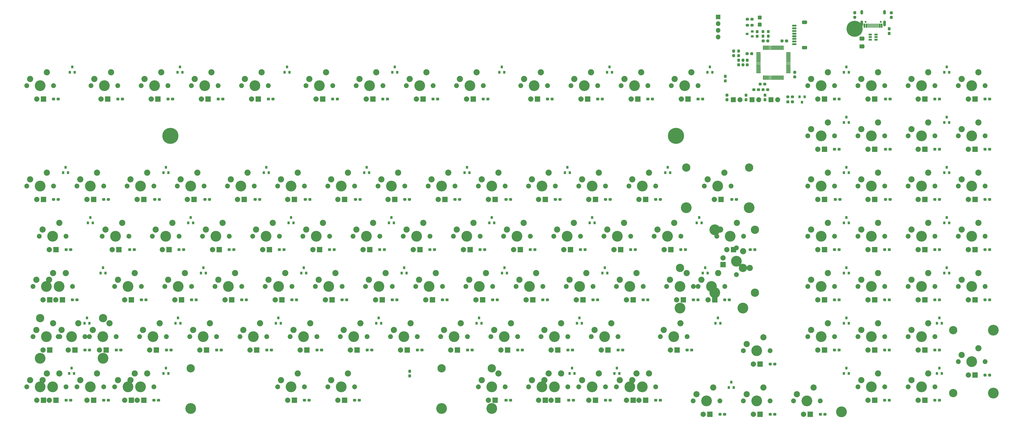
<source format=gbr>
G04 #@! TF.GenerationSoftware,KiCad,Pcbnew,(5.1.6)-1*
G04 #@! TF.CreationDate,2020-06-29T21:56:33+02:00*
G04 #@! TF.ProjectId,E80-1800-pcb-universal,4538302d-3138-4303-902d-7063622d756e,rev?*
G04 #@! TF.SameCoordinates,Original*
G04 #@! TF.FileFunction,Soldermask,Bot*
G04 #@! TF.FilePolarity,Negative*
%FSLAX46Y46*%
G04 Gerber Fmt 4.6, Leading zero omitted, Abs format (unit mm)*
G04 Created by KiCad (PCBNEW (5.1.6)-1) date 2020-06-29 21:56:33*
%MOMM*%
%LPD*%
G01*
G04 APERTURE LIST*
%ADD10C,4.100000*%
%ADD11C,1.900000*%
%ADD12R,1.900000X1.900000*%
%ADD13C,6.100000*%
%ADD14R,1.160000X0.750000*%
%ADD15R,0.700000X1.550000*%
%ADD16R,0.400000X1.550000*%
%ADD17O,1.100000X2.200000*%
%ADD18C,0.750000*%
%ADD19O,1.100000X1.700000*%
%ADD20O,1.800000X1.800000*%
%ADD21R,1.800000X1.800000*%
%ADD22C,1.850000*%
%ADD23R,2.005000X2.005000*%
%ADD24C,2.005000*%
%ADD25C,2.350000*%
%ADD26C,4.087800*%
%ADD27R,0.900000X1.000000*%
%ADD28C,3.148000*%
%ADD29R,1.000000X0.900000*%
G04 APERTURE END LIST*
D10*
X304204992Y-123824992D03*
G36*
G01*
X268151750Y10221500D02*
X268676750Y10221500D01*
G75*
G02*
X268939250Y9959000I0J-262500D01*
G01*
X268939250Y9334000D01*
G75*
G02*
X268676750Y9071500I-262500J0D01*
G01*
X268151750Y9071500D01*
G75*
G02*
X267889250Y9334000I0J262500D01*
G01*
X267889250Y9959000D01*
G75*
G02*
X268151750Y10221500I262500J0D01*
G01*
G37*
G36*
G01*
X268151750Y8471500D02*
X268676750Y8471500D01*
G75*
G02*
X268939250Y8209000I0J-262500D01*
G01*
X268939250Y7584000D01*
G75*
G02*
X268676750Y7321500I-262500J0D01*
G01*
X268151750Y7321500D01*
G75*
G02*
X267889250Y7584000I0J262500D01*
G01*
X267889250Y8209000D01*
G75*
G02*
X268151750Y8471500I262500J0D01*
G01*
G37*
G36*
G01*
X275421990Y-4170400D02*
X274896990Y-4170400D01*
G75*
G02*
X274634490Y-3907900I0J262500D01*
G01*
X274634490Y-3282900D01*
G75*
G02*
X274896990Y-3020400I262500J0D01*
G01*
X275421990Y-3020400D01*
G75*
G02*
X275684490Y-3282900I0J-262500D01*
G01*
X275684490Y-3907900D01*
G75*
G02*
X275421990Y-4170400I-262500J0D01*
G01*
G37*
G36*
G01*
X275421990Y-5920400D02*
X274896990Y-5920400D01*
G75*
G02*
X274634490Y-5657900I0J262500D01*
G01*
X274634490Y-5032900D01*
G75*
G02*
X274896990Y-4770400I262500J0D01*
G01*
X275421990Y-4770400D01*
G75*
G02*
X275684490Y-5032900I0J-262500D01*
G01*
X275684490Y-5657900D01*
G75*
G02*
X275421990Y-5920400I-262500J0D01*
G01*
G37*
G36*
G01*
X268208390Y-4194500D02*
X267683390Y-4194500D01*
G75*
G02*
X267420890Y-3932000I0J262500D01*
G01*
X267420890Y-3307000D01*
G75*
G02*
X267683390Y-3044500I262500J0D01*
G01*
X268208390Y-3044500D01*
G75*
G02*
X268470890Y-3307000I0J-262500D01*
G01*
X268470890Y-3932000D01*
G75*
G02*
X268208390Y-4194500I-262500J0D01*
G01*
G37*
G36*
G01*
X268208390Y-5944500D02*
X267683390Y-5944500D01*
G75*
G02*
X267420890Y-5682000I0J262500D01*
G01*
X267420890Y-5057000D01*
G75*
G02*
X267683390Y-4794500I262500J0D01*
G01*
X268208390Y-4794500D01*
G75*
G02*
X268470890Y-5057000I0J-262500D01*
G01*
X268470890Y-5682000D01*
G75*
G02*
X268208390Y-5944500I-262500J0D01*
G01*
G37*
G36*
G01*
X260994790Y-4170400D02*
X260469790Y-4170400D01*
G75*
G02*
X260207290Y-3907900I0J262500D01*
G01*
X260207290Y-3282900D01*
G75*
G02*
X260469790Y-3020400I262500J0D01*
G01*
X260994790Y-3020400D01*
G75*
G02*
X261257290Y-3282900I0J-262500D01*
G01*
X261257290Y-3907900D01*
G75*
G02*
X260994790Y-4170400I-262500J0D01*
G01*
G37*
G36*
G01*
X260994790Y-5920400D02*
X260469790Y-5920400D01*
G75*
G02*
X260207290Y-5657900I0J262500D01*
G01*
X260207290Y-5032900D01*
G75*
G02*
X260469790Y-4770400I262500J0D01*
G01*
X260994790Y-4770400D01*
G75*
G02*
X261257290Y-5032900I0J-262500D01*
G01*
X261257290Y-5657900D01*
G75*
G02*
X260994790Y-5920400I-262500J0D01*
G01*
G37*
G36*
G01*
X285009890Y-6422000D02*
X285009890Y-5897000D01*
G75*
G02*
X285272390Y-5634500I262500J0D01*
G01*
X285897390Y-5634500D01*
G75*
G02*
X286159890Y-5897000I0J-262500D01*
G01*
X286159890Y-6422000D01*
G75*
G02*
X285897390Y-6684500I-262500J0D01*
G01*
X285272390Y-6684500D01*
G75*
G02*
X285009890Y-6422000I0J262500D01*
G01*
G37*
G36*
G01*
X283259890Y-6422000D02*
X283259890Y-5897000D01*
G75*
G02*
X283522390Y-5634500I262500J0D01*
G01*
X284147390Y-5634500D01*
G75*
G02*
X284409890Y-5897000I0J-262500D01*
G01*
X284409890Y-6422000D01*
G75*
G02*
X284147390Y-6684500I-262500J0D01*
G01*
X283522390Y-6684500D01*
G75*
G02*
X283259890Y-6422000I0J262500D01*
G01*
G37*
D11*
X279955992Y-5357792D03*
D12*
X277415992Y-5357792D03*
D11*
X272811992Y-5357792D03*
D12*
X270271992Y-5357792D03*
D11*
X265667992Y-5357792D03*
D12*
X263127992Y-5357792D03*
D13*
X309194898Y21550008D03*
X241410992Y-19049992D03*
X49410992Y-19049992D03*
G36*
G01*
X322564390Y20987000D02*
X322039390Y20987000D01*
G75*
G02*
X321776890Y21249500I0J262500D01*
G01*
X321776890Y21874500D01*
G75*
G02*
X322039390Y22137000I262500J0D01*
G01*
X322564390Y22137000D01*
G75*
G02*
X322826890Y21874500I0J-262500D01*
G01*
X322826890Y21249500D01*
G75*
G02*
X322564390Y20987000I-262500J0D01*
G01*
G37*
G36*
G01*
X322564390Y19237000D02*
X322039390Y19237000D01*
G75*
G02*
X321776890Y19499500I0J262500D01*
G01*
X321776890Y20124500D01*
G75*
G02*
X322039390Y20387000I262500J0D01*
G01*
X322564390Y20387000D01*
G75*
G02*
X322826890Y20124500I0J-262500D01*
G01*
X322826890Y19499500D01*
G75*
G02*
X322564390Y19237000I-262500J0D01*
G01*
G37*
D14*
X315105890Y18417000D03*
X315105890Y19367000D03*
X315105890Y17467000D03*
X317305890Y17467000D03*
X317305890Y18417000D03*
X317305890Y19367000D03*
G36*
G01*
X308982500Y26499000D02*
X309507500Y26499000D01*
G75*
G02*
X309770000Y26236500I0J-262500D01*
G01*
X309770000Y25611500D01*
G75*
G02*
X309507500Y25349000I-262500J0D01*
G01*
X308982500Y25349000D01*
G75*
G02*
X308720000Y25611500I0J262500D01*
G01*
X308720000Y26236500D01*
G75*
G02*
X308982500Y26499000I262500J0D01*
G01*
G37*
G36*
G01*
X308982500Y28249000D02*
X309507500Y28249000D01*
G75*
G02*
X309770000Y27986500I0J-262500D01*
G01*
X309770000Y27361500D01*
G75*
G02*
X309507500Y27099000I-262500J0D01*
G01*
X308982500Y27099000D01*
G75*
G02*
X308720000Y27361500I0J262500D01*
G01*
X308720000Y27986500D01*
G75*
G02*
X308982500Y28249000I262500J0D01*
G01*
G37*
G36*
G01*
X322852190Y26471600D02*
X323377190Y26471600D01*
G75*
G02*
X323639690Y26209100I0J-262500D01*
G01*
X323639690Y25584100D01*
G75*
G02*
X323377190Y25321600I-262500J0D01*
G01*
X322852190Y25321600D01*
G75*
G02*
X322589690Y25584100I0J262500D01*
G01*
X322589690Y26209100D01*
G75*
G02*
X322852190Y26471600I262500J0D01*
G01*
G37*
G36*
G01*
X322852190Y28221600D02*
X323377190Y28221600D01*
G75*
G02*
X323639690Y27959100I0J-262500D01*
G01*
X323639690Y27334100D01*
G75*
G02*
X323377190Y27071600I-262500J0D01*
G01*
X322852190Y27071600D01*
G75*
G02*
X322589690Y27334100I0J262500D01*
G01*
X322589690Y27959100D01*
G75*
G02*
X322852190Y28221600I262500J0D01*
G01*
G37*
D15*
X319455890Y22731000D03*
X318655890Y22731000D03*
X313755890Y22731000D03*
X312955890Y22731000D03*
X312955890Y22731000D03*
X313755890Y22731000D03*
X318655890Y22731000D03*
X319455890Y22731000D03*
D16*
X314455890Y22731000D03*
X314955890Y22731000D03*
X315455890Y22731000D03*
X316455890Y22731000D03*
X316955890Y22731000D03*
X317455890Y22731000D03*
X317955890Y22731000D03*
X315955890Y22731000D03*
D17*
X320525890Y23646000D03*
X311885890Y23646000D03*
D18*
X313315890Y24176000D03*
D19*
X311885890Y27826000D03*
D18*
X319095890Y24176000D03*
D19*
X320525890Y27826000D03*
G36*
G01*
X312608846Y17108000D02*
X311293934Y17108000D01*
G75*
G02*
X311026390Y17375544I0J267544D01*
G01*
X311026390Y18365456D01*
G75*
G02*
X311293934Y18633000I267544J0D01*
G01*
X312608846Y18633000D01*
G75*
G02*
X312876390Y18365456I0J-267544D01*
G01*
X312876390Y17375544D01*
G75*
G02*
X312608846Y17108000I-267544J0D01*
G01*
G37*
G36*
G01*
X312608846Y14133000D02*
X311293934Y14133000D01*
G75*
G02*
X311026390Y14400544I0J267544D01*
G01*
X311026390Y15390456D01*
G75*
G02*
X311293934Y15658000I267544J0D01*
G01*
X312608846Y15658000D01*
G75*
G02*
X312876390Y15390456I0J-267544D01*
G01*
X312876390Y14400544D01*
G75*
G02*
X312608846Y14133000I-267544J0D01*
G01*
G37*
G36*
G01*
X274514250Y309000D02*
X274514250Y834000D01*
G75*
G02*
X274776750Y1096500I262500J0D01*
G01*
X275401750Y1096500D01*
G75*
G02*
X275664250Y834000I0J-262500D01*
G01*
X275664250Y309000D01*
G75*
G02*
X275401750Y46500I-262500J0D01*
G01*
X274776750Y46500D01*
G75*
G02*
X274514250Y309000I0J262500D01*
G01*
G37*
G36*
G01*
X272764250Y309000D02*
X272764250Y834000D01*
G75*
G02*
X273026750Y1096500I262500J0D01*
G01*
X273651750Y1096500D01*
G75*
G02*
X273914250Y834000I0J-262500D01*
G01*
X273914250Y309000D01*
G75*
G02*
X273651750Y46500I-262500J0D01*
G01*
X273026750Y46500D01*
G75*
G02*
X272764250Y309000I0J262500D01*
G01*
G37*
G36*
G01*
X267076750Y9071500D02*
X266551750Y9071500D01*
G75*
G02*
X266289250Y9334000I0J262500D01*
G01*
X266289250Y9959000D01*
G75*
G02*
X266551750Y10221500I262500J0D01*
G01*
X267076750Y10221500D01*
G75*
G02*
X267339250Y9959000I0J-262500D01*
G01*
X267339250Y9334000D01*
G75*
G02*
X267076750Y9071500I-262500J0D01*
G01*
G37*
G36*
G01*
X267076750Y7321500D02*
X266551750Y7321500D01*
G75*
G02*
X266289250Y7584000I0J262500D01*
G01*
X266289250Y8209000D01*
G75*
G02*
X266551750Y8471500I262500J0D01*
G01*
X267076750Y8471500D01*
G75*
G02*
X267339250Y8209000I0J-262500D01*
G01*
X267339250Y7584000D01*
G75*
G02*
X267076750Y7321500I-262500J0D01*
G01*
G37*
G36*
G01*
X275015750Y-1274000D02*
X275015750Y-1799000D01*
G75*
G02*
X274753250Y-2061500I-262500J0D01*
G01*
X274128250Y-2061500D01*
G75*
G02*
X273865750Y-1799000I0J262500D01*
G01*
X273865750Y-1274000D01*
G75*
G02*
X274128250Y-1011500I262500J0D01*
G01*
X274753250Y-1011500D01*
G75*
G02*
X275015750Y-1274000I0J-262500D01*
G01*
G37*
G36*
G01*
X276765750Y-1274000D02*
X276765750Y-1799000D01*
G75*
G02*
X276503250Y-2061500I-262500J0D01*
G01*
X275878250Y-2061500D01*
G75*
G02*
X275615750Y-1799000I0J262500D01*
G01*
X275615750Y-1274000D01*
G75*
G02*
X275878250Y-1011500I262500J0D01*
G01*
X276503250Y-1011500D01*
G75*
G02*
X276765750Y-1274000I0J-262500D01*
G01*
G37*
G36*
G01*
X140009000Y-109582992D02*
X140534000Y-109582992D01*
G75*
G02*
X140796500Y-109845492I0J-262500D01*
G01*
X140796500Y-110470492D01*
G75*
G02*
X140534000Y-110732992I-262500J0D01*
G01*
X140009000Y-110732992D01*
G75*
G02*
X139746500Y-110470492I0J262500D01*
G01*
X139746500Y-109845492D01*
G75*
G02*
X140009000Y-109582992I262500J0D01*
G01*
G37*
G36*
G01*
X140009000Y-107832992D02*
X140534000Y-107832992D01*
G75*
G02*
X140796500Y-108095492I0J-262500D01*
G01*
X140796500Y-108720492D01*
G75*
G02*
X140534000Y-108982992I-262500J0D01*
G01*
X140009000Y-108982992D01*
G75*
G02*
X139746500Y-108720492I0J262500D01*
G01*
X139746500Y-108095492D01*
G75*
G02*
X140009000Y-107832992I262500J0D01*
G01*
G37*
G36*
G01*
X272462890Y19921500D02*
X271937890Y19921500D01*
G75*
G02*
X271675390Y20184000I0J262500D01*
G01*
X271675390Y20809000D01*
G75*
G02*
X271937890Y21071500I262500J0D01*
G01*
X272462890Y21071500D01*
G75*
G02*
X272725390Y20809000I0J-262500D01*
G01*
X272725390Y20184000D01*
G75*
G02*
X272462890Y19921500I-262500J0D01*
G01*
G37*
G36*
G01*
X272462890Y18171500D02*
X271937890Y18171500D01*
G75*
G02*
X271675390Y18434000I0J262500D01*
G01*
X271675390Y19059000D01*
G75*
G02*
X271937890Y19321500I262500J0D01*
G01*
X272462890Y19321500D01*
G75*
G02*
X272725390Y19059000I0J-262500D01*
G01*
X272725390Y18434000D01*
G75*
G02*
X272462890Y18171500I-262500J0D01*
G01*
G37*
G36*
G01*
X276670390Y19946140D02*
X276145390Y19946140D01*
G75*
G02*
X275882890Y20208640I0J262500D01*
G01*
X275882890Y20833640D01*
G75*
G02*
X276145390Y21096140I262500J0D01*
G01*
X276670390Y21096140D01*
G75*
G02*
X276932890Y20833640I0J-262500D01*
G01*
X276932890Y20208640D01*
G75*
G02*
X276670390Y19946140I-262500J0D01*
G01*
G37*
G36*
G01*
X276670390Y18196140D02*
X276145390Y18196140D01*
G75*
G02*
X275882890Y18458640I0J262500D01*
G01*
X275882890Y19083640D01*
G75*
G02*
X276145390Y19346140I262500J0D01*
G01*
X276670390Y19346140D01*
G75*
G02*
X276932890Y19083640I0J-262500D01*
G01*
X276932890Y18458640D01*
G75*
G02*
X276670390Y18196140I-262500J0D01*
G01*
G37*
G36*
G01*
X282187390Y17234000D02*
X282187390Y16709000D01*
G75*
G02*
X281924890Y16446500I-262500J0D01*
G01*
X281299890Y16446500D01*
G75*
G02*
X281037390Y16709000I0J262500D01*
G01*
X281037390Y17234000D01*
G75*
G02*
X281299890Y17496500I262500J0D01*
G01*
X281924890Y17496500D01*
G75*
G02*
X282187390Y17234000I0J-262500D01*
G01*
G37*
G36*
G01*
X283937390Y17234000D02*
X283937390Y16709000D01*
G75*
G02*
X283674890Y16446500I-262500J0D01*
G01*
X283049890Y16446500D01*
G75*
G02*
X282787390Y16709000I0J262500D01*
G01*
X282787390Y17234000D01*
G75*
G02*
X283049890Y17496500I262500J0D01*
G01*
X283674890Y17496500D01*
G75*
G02*
X283937390Y17234000I0J-262500D01*
G01*
G37*
G36*
G01*
X275050750Y17234000D02*
X275050750Y16709000D01*
G75*
G02*
X274788250Y16446500I-262500J0D01*
G01*
X274163250Y16446500D01*
G75*
G02*
X273900750Y16709000I0J262500D01*
G01*
X273900750Y17234000D01*
G75*
G02*
X274163250Y17496500I262500J0D01*
G01*
X274788250Y17496500D01*
G75*
G02*
X275050750Y17234000I0J-262500D01*
G01*
G37*
G36*
G01*
X276800750Y17234000D02*
X276800750Y16709000D01*
G75*
G02*
X276538250Y16446500I-262500J0D01*
G01*
X275913250Y16446500D01*
G75*
G02*
X275650750Y16709000I0J262500D01*
G01*
X275650750Y17234000D01*
G75*
G02*
X275913250Y17496500I262500J0D01*
G01*
X276538250Y17496500D01*
G75*
G02*
X276800750Y17234000I0J-262500D01*
G01*
G37*
G36*
G01*
X268940000Y12391508D02*
X268940000Y11866508D01*
G75*
G02*
X268677500Y11604008I-262500J0D01*
G01*
X268052500Y11604008D01*
G75*
G02*
X267790000Y11866508I0J262500D01*
G01*
X267790000Y12391508D01*
G75*
G02*
X268052500Y12654008I262500J0D01*
G01*
X268677500Y12654008D01*
G75*
G02*
X268940000Y12391508I0J-262500D01*
G01*
G37*
G36*
G01*
X270690000Y12391508D02*
X270690000Y11866508D01*
G75*
G02*
X270427500Y11604008I-262500J0D01*
G01*
X269802500Y11604008D01*
G75*
G02*
X269540000Y11866508I0J262500D01*
G01*
X269540000Y12391508D01*
G75*
G02*
X269802500Y12654008I262500J0D01*
G01*
X270427500Y12654008D01*
G75*
G02*
X270690000Y12391508I0J-262500D01*
G01*
G37*
G36*
G01*
X286711000Y4491508D02*
X286186000Y4491508D01*
G75*
G02*
X285923500Y4754008I0J262500D01*
G01*
X285923500Y5379008D01*
G75*
G02*
X286186000Y5641508I262500J0D01*
G01*
X286711000Y5641508D01*
G75*
G02*
X286973500Y5379008I0J-262500D01*
G01*
X286973500Y4754008D01*
G75*
G02*
X286711000Y4491508I-262500J0D01*
G01*
G37*
G36*
G01*
X286711000Y2741508D02*
X286186000Y2741508D01*
G75*
G02*
X285923500Y3004008I0J262500D01*
G01*
X285923500Y3629008D01*
G75*
G02*
X286186000Y3891508I262500J0D01*
G01*
X286711000Y3891508D01*
G75*
G02*
X286973500Y3629008I0J-262500D01*
G01*
X286973500Y3004008D01*
G75*
G02*
X286711000Y2741508I-262500J0D01*
G01*
G37*
G36*
G01*
X274670390Y19946140D02*
X274145390Y19946140D01*
G75*
G02*
X273882890Y20208640I0J262500D01*
G01*
X273882890Y20833640D01*
G75*
G02*
X274145390Y21096140I262500J0D01*
G01*
X274670390Y21096140D01*
G75*
G02*
X274932890Y20833640I0J-262500D01*
G01*
X274932890Y20208640D01*
G75*
G02*
X274670390Y19946140I-262500J0D01*
G01*
G37*
G36*
G01*
X274670390Y18196140D02*
X274145390Y18196140D01*
G75*
G02*
X273882890Y18458640I0J262500D01*
G01*
X273882890Y19083640D01*
G75*
G02*
X274145390Y19346140I262500J0D01*
G01*
X274670390Y19346140D01*
G75*
G02*
X274932890Y19083640I0J-262500D01*
G01*
X274932890Y18458640D01*
G75*
G02*
X274670390Y18196140I-262500J0D01*
G01*
G37*
G36*
G01*
X269642890Y24939360D02*
X269642890Y25464360D01*
G75*
G02*
X269905390Y25726860I262500J0D01*
G01*
X270530390Y25726860D01*
G75*
G02*
X270792890Y25464360I0J-262500D01*
G01*
X270792890Y24939360D01*
G75*
G02*
X270530390Y24676860I-262500J0D01*
G01*
X269905390Y24676860D01*
G75*
G02*
X269642890Y24939360I0J262500D01*
G01*
G37*
G36*
G01*
X267892890Y24939360D02*
X267892890Y25464360D01*
G75*
G02*
X268155390Y25726860I262500J0D01*
G01*
X268780390Y25726860D01*
G75*
G02*
X269042890Y25464360I0J-262500D01*
G01*
X269042890Y24939360D01*
G75*
G02*
X268780390Y24676860I-262500J0D01*
G01*
X268155390Y24676860D01*
G75*
G02*
X267892890Y24939360I0J262500D01*
G01*
G37*
G36*
G01*
X269642890Y22653360D02*
X269642890Y23178360D01*
G75*
G02*
X269905390Y23440860I262500J0D01*
G01*
X270530390Y23440860D01*
G75*
G02*
X270792890Y23178360I0J-262500D01*
G01*
X270792890Y22653360D01*
G75*
G02*
X270530390Y22390860I-262500J0D01*
G01*
X269905390Y22390860D01*
G75*
G02*
X269642890Y22653360I0J262500D01*
G01*
G37*
G36*
G01*
X267892890Y22653360D02*
X267892890Y23178360D01*
G75*
G02*
X268155390Y23440860I262500J0D01*
G01*
X268780390Y23440860D01*
G75*
G02*
X269042890Y23178360I0J-262500D01*
G01*
X269042890Y22653360D01*
G75*
G02*
X268780390Y22390860I-262500J0D01*
G01*
X268155390Y22390860D01*
G75*
G02*
X267892890Y22653360I0J262500D01*
G01*
G37*
D20*
X257341390Y18478500D03*
X257341390Y21018500D03*
X257341390Y23558500D03*
D21*
X257341390Y26098500D03*
D22*
X7461250Y-76200000D03*
X-2698750Y-76200000D03*
D23*
X3651250Y-81280000D03*
D24*
X1111250Y-81280000D03*
D25*
X-1428750Y-73660000D03*
D26*
X2381250Y-76200000D03*
D25*
X4921250Y-71120000D03*
G36*
G01*
X277711255Y-124475413D02*
X277711255Y-125000413D01*
G75*
G02*
X277448755Y-125262913I-262500J0D01*
G01*
X276823755Y-125262913D01*
G75*
G02*
X276561255Y-125000413I0J262500D01*
G01*
X276561255Y-124475413D01*
G75*
G02*
X276823755Y-124212913I262500J0D01*
G01*
X277448755Y-124212913D01*
G75*
G02*
X277711255Y-124475413I0J-262500D01*
G01*
G37*
G36*
G01*
X279461255Y-124475413D02*
X279461255Y-125000413D01*
G75*
G02*
X279198755Y-125262913I-262500J0D01*
G01*
X278573755Y-125262913D01*
G75*
G02*
X278311255Y-125000413I0J262500D01*
G01*
X278311255Y-124475413D01*
G75*
G02*
X278573755Y-124212913I262500J0D01*
G01*
X279198755Y-124212913D01*
G75*
G02*
X279461255Y-124475413I0J-262500D01*
G01*
G37*
G36*
G01*
X258661175Y-124475413D02*
X258661175Y-125000413D01*
G75*
G02*
X258398675Y-125262913I-262500J0D01*
G01*
X257773675Y-125262913D01*
G75*
G02*
X257511175Y-125000413I0J262500D01*
G01*
X257511175Y-124475413D01*
G75*
G02*
X257773675Y-124212913I262500J0D01*
G01*
X258398675Y-124212913D01*
G75*
G02*
X258661175Y-124475413I0J-262500D01*
G01*
G37*
G36*
G01*
X260411175Y-124475413D02*
X260411175Y-125000413D01*
G75*
G02*
X260148675Y-125262913I-262500J0D01*
G01*
X259523675Y-125262913D01*
G75*
G02*
X259261175Y-125000413I0J262500D01*
G01*
X259261175Y-124475413D01*
G75*
G02*
X259523675Y-124212913I262500J0D01*
G01*
X260148675Y-124212913D01*
G75*
G02*
X260411175Y-124475413I0J-262500D01*
G01*
G37*
G36*
G01*
X234254110Y-119117820D02*
X234254110Y-119642820D01*
G75*
G02*
X233991610Y-119905320I-262500J0D01*
G01*
X233366610Y-119905320D01*
G75*
G02*
X233104110Y-119642820I0J262500D01*
G01*
X233104110Y-119117820D01*
G75*
G02*
X233366610Y-118855320I262500J0D01*
G01*
X233991610Y-118855320D01*
G75*
G02*
X234254110Y-119117820I0J-262500D01*
G01*
G37*
G36*
G01*
X236004110Y-119117820D02*
X236004110Y-119642820D01*
G75*
G02*
X235741610Y-119905320I-262500J0D01*
G01*
X235116610Y-119905320D01*
G75*
G02*
X234854110Y-119642820I0J262500D01*
G01*
X234854110Y-119117820D01*
G75*
G02*
X235116610Y-118855320I262500J0D01*
G01*
X235741610Y-118855320D01*
G75*
G02*
X236004110Y-119117820I0J-262500D01*
G01*
G37*
G36*
G01*
X215204030Y-119117820D02*
X215204030Y-119642820D01*
G75*
G02*
X214941530Y-119905320I-262500J0D01*
G01*
X214316530Y-119905320D01*
G75*
G02*
X214054030Y-119642820I0J262500D01*
G01*
X214054030Y-119117820D01*
G75*
G02*
X214316530Y-118855320I262500J0D01*
G01*
X214941530Y-118855320D01*
G75*
G02*
X215204030Y-119117820I0J-262500D01*
G01*
G37*
G36*
G01*
X216954030Y-119117820D02*
X216954030Y-119642820D01*
G75*
G02*
X216691530Y-119905320I-262500J0D01*
G01*
X216066530Y-119905320D01*
G75*
G02*
X215804030Y-119642820I0J262500D01*
G01*
X215804030Y-119117820D01*
G75*
G02*
X216066530Y-118855320I262500J0D01*
G01*
X216691530Y-118855320D01*
G75*
G02*
X216954030Y-119117820I0J-262500D01*
G01*
G37*
G36*
G01*
X201232100Y-119117820D02*
X201232100Y-119642820D01*
G75*
G02*
X200969600Y-119905320I-262500J0D01*
G01*
X200344600Y-119905320D01*
G75*
G02*
X200082100Y-119642820I0J262500D01*
G01*
X200082100Y-119117820D01*
G75*
G02*
X200344600Y-118855320I262500J0D01*
G01*
X200969600Y-118855320D01*
G75*
G02*
X201232100Y-119117820I0J-262500D01*
G01*
G37*
G36*
G01*
X202982100Y-119117820D02*
X202982100Y-119642820D01*
G75*
G02*
X202719600Y-119905320I-262500J0D01*
G01*
X202094600Y-119905320D01*
G75*
G02*
X201832100Y-119642820I0J262500D01*
G01*
X201832100Y-119117820D01*
G75*
G02*
X202094600Y-118855320I262500J0D01*
G01*
X202719600Y-118855320D01*
G75*
G02*
X202982100Y-119117820I0J-262500D01*
G01*
G37*
G36*
G01*
X177419500Y-119117820D02*
X177419500Y-119642820D01*
G75*
G02*
X177157000Y-119905320I-262500J0D01*
G01*
X176532000Y-119905320D01*
G75*
G02*
X176269500Y-119642820I0J262500D01*
G01*
X176269500Y-119117820D01*
G75*
G02*
X176532000Y-118855320I262500J0D01*
G01*
X177157000Y-118855320D01*
G75*
G02*
X177419500Y-119117820I0J-262500D01*
G01*
G37*
G36*
G01*
X179169500Y-119117820D02*
X179169500Y-119642820D01*
G75*
G02*
X178907000Y-119905320I-262500J0D01*
G01*
X178282000Y-119905320D01*
G75*
G02*
X178019500Y-119642820I0J262500D01*
G01*
X178019500Y-119117820D01*
G75*
G02*
X178282000Y-118855320I262500J0D01*
G01*
X178907000Y-118855320D01*
G75*
G02*
X179169500Y-119117820I0J-262500D01*
G01*
G37*
G36*
G01*
X43753310Y-119117820D02*
X43753310Y-119642820D01*
G75*
G02*
X43490810Y-119905320I-262500J0D01*
G01*
X42865810Y-119905320D01*
G75*
G02*
X42603310Y-119642820I0J262500D01*
G01*
X42603310Y-119117820D01*
G75*
G02*
X42865810Y-118855320I262500J0D01*
G01*
X43490810Y-118855320D01*
G75*
G02*
X43753310Y-119117820I0J-262500D01*
G01*
G37*
G36*
G01*
X45503310Y-119117820D02*
X45503310Y-119642820D01*
G75*
G02*
X45240810Y-119905320I-262500J0D01*
G01*
X44615810Y-119905320D01*
G75*
G02*
X44353310Y-119642820I0J262500D01*
G01*
X44353310Y-119117820D01*
G75*
G02*
X44615810Y-118855320I262500J0D01*
G01*
X45240810Y-118855320D01*
G75*
G02*
X45503310Y-119117820I0J-262500D01*
G01*
G37*
G36*
G01*
X24703230Y-119117820D02*
X24703230Y-119642820D01*
G75*
G02*
X24440730Y-119905320I-262500J0D01*
G01*
X23815730Y-119905320D01*
G75*
G02*
X23553230Y-119642820I0J262500D01*
G01*
X23553230Y-119117820D01*
G75*
G02*
X23815730Y-118855320I262500J0D01*
G01*
X24440730Y-118855320D01*
G75*
G02*
X24703230Y-119117820I0J-262500D01*
G01*
G37*
G36*
G01*
X26453230Y-119117820D02*
X26453230Y-119642820D01*
G75*
G02*
X26190730Y-119905320I-262500J0D01*
G01*
X25565730Y-119905320D01*
G75*
G02*
X25303230Y-119642820I0J262500D01*
G01*
X25303230Y-119117820D01*
G75*
G02*
X25565730Y-118855320I262500J0D01*
G01*
X26190730Y-118855320D01*
G75*
G02*
X26453230Y-119117820I0J-262500D01*
G01*
G37*
G36*
G01*
X10415670Y-119117820D02*
X10415670Y-119642820D01*
G75*
G02*
X10153170Y-119905320I-262500J0D01*
G01*
X9528170Y-119905320D01*
G75*
G02*
X9265670Y-119642820I0J262500D01*
G01*
X9265670Y-119117820D01*
G75*
G02*
X9528170Y-118855320I262500J0D01*
G01*
X10153170Y-118855320D01*
G75*
G02*
X10415670Y-119117820I0J-262500D01*
G01*
G37*
G36*
G01*
X12165670Y-119117820D02*
X12165670Y-119642820D01*
G75*
G02*
X11903170Y-119905320I-262500J0D01*
G01*
X11278170Y-119905320D01*
G75*
G02*
X11015670Y-119642820I0J262500D01*
G01*
X11015670Y-119117820D01*
G75*
G02*
X11278170Y-118855320I262500J0D01*
G01*
X11903170Y-118855320D01*
G75*
G02*
X12165670Y-119117820I0J-262500D01*
G01*
G37*
G36*
G01*
X277711255Y-105425333D02*
X277711255Y-105950333D01*
G75*
G02*
X277448755Y-106212833I-262500J0D01*
G01*
X276823755Y-106212833D01*
G75*
G02*
X276561255Y-105950333I0J262500D01*
G01*
X276561255Y-105425333D01*
G75*
G02*
X276823755Y-105162833I262500J0D01*
G01*
X277448755Y-105162833D01*
G75*
G02*
X277711255Y-105425333I0J-262500D01*
G01*
G37*
G36*
G01*
X279461255Y-105425333D02*
X279461255Y-105950333D01*
G75*
G02*
X279198755Y-106212833I-262500J0D01*
G01*
X278573755Y-106212833D01*
G75*
G02*
X278311255Y-105950333I0J262500D01*
G01*
X278311255Y-105425333D01*
G75*
G02*
X278573755Y-105162833I262500J0D01*
G01*
X279198755Y-105162833D01*
G75*
G02*
X279461255Y-105425333I0J-262500D01*
G01*
G37*
G36*
G01*
X246160410Y-100067740D02*
X246160410Y-100592740D01*
G75*
G02*
X245897910Y-100855240I-262500J0D01*
G01*
X245272910Y-100855240D01*
G75*
G02*
X245010410Y-100592740I0J262500D01*
G01*
X245010410Y-100067740D01*
G75*
G02*
X245272910Y-99805240I262500J0D01*
G01*
X245897910Y-99805240D01*
G75*
G02*
X246160410Y-100067740I0J-262500D01*
G01*
G37*
G36*
G01*
X247910410Y-100067740D02*
X247910410Y-100592740D01*
G75*
G02*
X247647910Y-100855240I-262500J0D01*
G01*
X247022910Y-100855240D01*
G75*
G02*
X246760410Y-100592740I0J262500D01*
G01*
X246760410Y-100067740D01*
G75*
G02*
X247022910Y-99805240I262500J0D01*
G01*
X247647910Y-99805240D01*
G75*
G02*
X247910410Y-100067740I0J-262500D01*
G01*
G37*
G36*
G01*
X219966550Y-100067740D02*
X219966550Y-100592740D01*
G75*
G02*
X219704050Y-100855240I-262500J0D01*
G01*
X219079050Y-100855240D01*
G75*
G02*
X218816550Y-100592740I0J262500D01*
G01*
X218816550Y-100067740D01*
G75*
G02*
X219079050Y-99805240I262500J0D01*
G01*
X219704050Y-99805240D01*
G75*
G02*
X219966550Y-100067740I0J-262500D01*
G01*
G37*
G36*
G01*
X221716550Y-100067740D02*
X221716550Y-100592740D01*
G75*
G02*
X221454050Y-100855240I-262500J0D01*
G01*
X220829050Y-100855240D01*
G75*
G02*
X220566550Y-100592740I0J262500D01*
G01*
X220566550Y-100067740D01*
G75*
G02*
X220829050Y-99805240I262500J0D01*
G01*
X221454050Y-99805240D01*
G75*
G02*
X221716550Y-100067740I0J-262500D01*
G01*
G37*
G36*
G01*
X200916470Y-100067740D02*
X200916470Y-100592740D01*
G75*
G02*
X200653970Y-100855240I-262500J0D01*
G01*
X200028970Y-100855240D01*
G75*
G02*
X199766470Y-100592740I0J262500D01*
G01*
X199766470Y-100067740D01*
G75*
G02*
X200028970Y-99805240I262500J0D01*
G01*
X200653970Y-99805240D01*
G75*
G02*
X200916470Y-100067740I0J-262500D01*
G01*
G37*
G36*
G01*
X202666470Y-100067740D02*
X202666470Y-100592740D01*
G75*
G02*
X202403970Y-100855240I-262500J0D01*
G01*
X201778970Y-100855240D01*
G75*
G02*
X201516470Y-100592740I0J262500D01*
G01*
X201516470Y-100067740D01*
G75*
G02*
X201778970Y-99805240I262500J0D01*
G01*
X202403970Y-99805240D01*
G75*
G02*
X202666470Y-100067740I0J-262500D01*
G01*
G37*
G36*
G01*
X181866390Y-100067740D02*
X181866390Y-100592740D01*
G75*
G02*
X181603890Y-100855240I-262500J0D01*
G01*
X180978890Y-100855240D01*
G75*
G02*
X180716390Y-100592740I0J262500D01*
G01*
X180716390Y-100067740D01*
G75*
G02*
X180978890Y-99805240I262500J0D01*
G01*
X181603890Y-99805240D01*
G75*
G02*
X181866390Y-100067740I0J-262500D01*
G01*
G37*
G36*
G01*
X183616390Y-100067740D02*
X183616390Y-100592740D01*
G75*
G02*
X183353890Y-100855240I-262500J0D01*
G01*
X182728890Y-100855240D01*
G75*
G02*
X182466390Y-100592740I0J262500D01*
G01*
X182466390Y-100067740D01*
G75*
G02*
X182728890Y-99805240I262500J0D01*
G01*
X183353890Y-99805240D01*
G75*
G02*
X183616390Y-100067740I0J-262500D01*
G01*
G37*
G36*
G01*
X162816310Y-100067740D02*
X162816310Y-100592740D01*
G75*
G02*
X162553810Y-100855240I-262500J0D01*
G01*
X161928810Y-100855240D01*
G75*
G02*
X161666310Y-100592740I0J262500D01*
G01*
X161666310Y-100067740D01*
G75*
G02*
X161928810Y-99805240I262500J0D01*
G01*
X162553810Y-99805240D01*
G75*
G02*
X162816310Y-100067740I0J-262500D01*
G01*
G37*
G36*
G01*
X164566310Y-100067740D02*
X164566310Y-100592740D01*
G75*
G02*
X164303810Y-100855240I-262500J0D01*
G01*
X163678810Y-100855240D01*
G75*
G02*
X163416310Y-100592740I0J262500D01*
G01*
X163416310Y-100067740D01*
G75*
G02*
X163678810Y-99805240I262500J0D01*
G01*
X164303810Y-99805240D01*
G75*
G02*
X164566310Y-100067740I0J-262500D01*
G01*
G37*
G36*
G01*
X143766230Y-100067740D02*
X143766230Y-100592740D01*
G75*
G02*
X143503730Y-100855240I-262500J0D01*
G01*
X142878730Y-100855240D01*
G75*
G02*
X142616230Y-100592740I0J262500D01*
G01*
X142616230Y-100067740D01*
G75*
G02*
X142878730Y-99805240I262500J0D01*
G01*
X143503730Y-99805240D01*
G75*
G02*
X143766230Y-100067740I0J-262500D01*
G01*
G37*
G36*
G01*
X145516230Y-100067740D02*
X145516230Y-100592740D01*
G75*
G02*
X145253730Y-100855240I-262500J0D01*
G01*
X144628730Y-100855240D01*
G75*
G02*
X144366230Y-100592740I0J262500D01*
G01*
X144366230Y-100067740D01*
G75*
G02*
X144628730Y-99805240I262500J0D01*
G01*
X145253730Y-99805240D01*
G75*
G02*
X145516230Y-100067740I0J-262500D01*
G01*
G37*
G36*
G01*
X124716150Y-100067740D02*
X124716150Y-100592740D01*
G75*
G02*
X124453650Y-100855240I-262500J0D01*
G01*
X123828650Y-100855240D01*
G75*
G02*
X123566150Y-100592740I0J262500D01*
G01*
X123566150Y-100067740D01*
G75*
G02*
X123828650Y-99805240I262500J0D01*
G01*
X124453650Y-99805240D01*
G75*
G02*
X124716150Y-100067740I0J-262500D01*
G01*
G37*
G36*
G01*
X126466150Y-100067740D02*
X126466150Y-100592740D01*
G75*
G02*
X126203650Y-100855240I-262500J0D01*
G01*
X125578650Y-100855240D01*
G75*
G02*
X125316150Y-100592740I0J262500D01*
G01*
X125316150Y-100067740D01*
G75*
G02*
X125578650Y-99805240I262500J0D01*
G01*
X126203650Y-99805240D01*
G75*
G02*
X126466150Y-100067740I0J-262500D01*
G01*
G37*
G36*
G01*
X105666070Y-100067740D02*
X105666070Y-100592740D01*
G75*
G02*
X105403570Y-100855240I-262500J0D01*
G01*
X104778570Y-100855240D01*
G75*
G02*
X104516070Y-100592740I0J262500D01*
G01*
X104516070Y-100067740D01*
G75*
G02*
X104778570Y-99805240I262500J0D01*
G01*
X105403570Y-99805240D01*
G75*
G02*
X105666070Y-100067740I0J-262500D01*
G01*
G37*
G36*
G01*
X107416070Y-100067740D02*
X107416070Y-100592740D01*
G75*
G02*
X107153570Y-100855240I-262500J0D01*
G01*
X106528570Y-100855240D01*
G75*
G02*
X106266070Y-100592740I0J262500D01*
G01*
X106266070Y-100067740D01*
G75*
G02*
X106528570Y-99805240I262500J0D01*
G01*
X107153570Y-99805240D01*
G75*
G02*
X107416070Y-100067740I0J-262500D01*
G01*
G37*
G36*
G01*
X86615990Y-100067740D02*
X86615990Y-100592740D01*
G75*
G02*
X86353490Y-100855240I-262500J0D01*
G01*
X85728490Y-100855240D01*
G75*
G02*
X85465990Y-100592740I0J262500D01*
G01*
X85465990Y-100067740D01*
G75*
G02*
X85728490Y-99805240I262500J0D01*
G01*
X86353490Y-99805240D01*
G75*
G02*
X86615990Y-100067740I0J-262500D01*
G01*
G37*
G36*
G01*
X88365990Y-100067740D02*
X88365990Y-100592740D01*
G75*
G02*
X88103490Y-100855240I-262500J0D01*
G01*
X87478490Y-100855240D01*
G75*
G02*
X87215990Y-100592740I0J262500D01*
G01*
X87215990Y-100067740D01*
G75*
G02*
X87478490Y-99805240I262500J0D01*
G01*
X88103490Y-99805240D01*
G75*
G02*
X88365990Y-100067740I0J-262500D01*
G01*
G37*
G36*
G01*
X67565910Y-100067740D02*
X67565910Y-100592740D01*
G75*
G02*
X67303410Y-100855240I-262500J0D01*
G01*
X66678410Y-100855240D01*
G75*
G02*
X66415910Y-100592740I0J262500D01*
G01*
X66415910Y-100067740D01*
G75*
G02*
X66678410Y-99805240I262500J0D01*
G01*
X67303410Y-99805240D01*
G75*
G02*
X67565910Y-100067740I0J-262500D01*
G01*
G37*
G36*
G01*
X69315910Y-100067740D02*
X69315910Y-100592740D01*
G75*
G02*
X69053410Y-100855240I-262500J0D01*
G01*
X68428410Y-100855240D01*
G75*
G02*
X68165910Y-100592740I0J262500D01*
G01*
X68165910Y-100067740D01*
G75*
G02*
X68428410Y-99805240I262500J0D01*
G01*
X69053410Y-99805240D01*
G75*
G02*
X69315910Y-100067740I0J-262500D01*
G01*
G37*
G36*
G01*
X48515830Y-100067740D02*
X48515830Y-100592740D01*
G75*
G02*
X48253330Y-100855240I-262500J0D01*
G01*
X47628330Y-100855240D01*
G75*
G02*
X47365830Y-100592740I0J262500D01*
G01*
X47365830Y-100067740D01*
G75*
G02*
X47628330Y-99805240I262500J0D01*
G01*
X48253330Y-99805240D01*
G75*
G02*
X48515830Y-100067740I0J-262500D01*
G01*
G37*
G36*
G01*
X50265830Y-100067740D02*
X50265830Y-100592740D01*
G75*
G02*
X50003330Y-100855240I-262500J0D01*
G01*
X49378330Y-100855240D01*
G75*
G02*
X49115830Y-100592740I0J262500D01*
G01*
X49115830Y-100067740D01*
G75*
G02*
X49378330Y-99805240I262500J0D01*
G01*
X50003330Y-99805240D01*
G75*
G02*
X50265830Y-100067740I0J-262500D01*
G01*
G37*
G36*
G01*
X29465750Y-100067740D02*
X29465750Y-100592740D01*
G75*
G02*
X29203250Y-100855240I-262500J0D01*
G01*
X28578250Y-100855240D01*
G75*
G02*
X28315750Y-100592740I0J262500D01*
G01*
X28315750Y-100067740D01*
G75*
G02*
X28578250Y-99805240I262500J0D01*
G01*
X29203250Y-99805240D01*
G75*
G02*
X29465750Y-100067740I0J-262500D01*
G01*
G37*
G36*
G01*
X31215750Y-100067740D02*
X31215750Y-100592740D01*
G75*
G02*
X30953250Y-100855240I-262500J0D01*
G01*
X30328250Y-100855240D01*
G75*
G02*
X30065750Y-100592740I0J262500D01*
G01*
X30065750Y-100067740D01*
G75*
G02*
X30328250Y-99805240I262500J0D01*
G01*
X30953250Y-99805240D01*
G75*
G02*
X31215750Y-100067740I0J-262500D01*
G01*
G37*
G36*
G01*
X17559450Y-100067740D02*
X17559450Y-100592740D01*
G75*
G02*
X17296950Y-100855240I-262500J0D01*
G01*
X16671950Y-100855240D01*
G75*
G02*
X16409450Y-100592740I0J262500D01*
G01*
X16409450Y-100067740D01*
G75*
G02*
X16671950Y-99805240I262500J0D01*
G01*
X17296950Y-99805240D01*
G75*
G02*
X17559450Y-100067740I0J-262500D01*
G01*
G37*
G36*
G01*
X19309450Y-100067740D02*
X19309450Y-100592740D01*
G75*
G02*
X19046950Y-100855240I-262500J0D01*
G01*
X18421950Y-100855240D01*
G75*
G02*
X18159450Y-100592740I0J262500D01*
G01*
X18159450Y-100067740D01*
G75*
G02*
X18421950Y-99805240I262500J0D01*
G01*
X19046950Y-99805240D01*
G75*
G02*
X19309450Y-100067740I0J-262500D01*
G01*
G37*
G36*
G01*
X260447970Y-81017660D02*
X260447970Y-81542660D01*
G75*
G02*
X260185470Y-81805160I-262500J0D01*
G01*
X259560470Y-81805160D01*
G75*
G02*
X259297970Y-81542660I0J262500D01*
G01*
X259297970Y-81017660D01*
G75*
G02*
X259560470Y-80755160I262500J0D01*
G01*
X260185470Y-80755160D01*
G75*
G02*
X260447970Y-81017660I0J-262500D01*
G01*
G37*
G36*
G01*
X262197970Y-81017660D02*
X262197970Y-81542660D01*
G75*
G02*
X261935470Y-81805160I-262500J0D01*
G01*
X261310470Y-81805160D01*
G75*
G02*
X261047970Y-81542660I0J262500D01*
G01*
X261047970Y-81017660D01*
G75*
G02*
X261310470Y-80755160I262500J0D01*
G01*
X261935470Y-80755160D01*
G75*
G02*
X262197970Y-81017660I0J-262500D01*
G01*
G37*
G36*
G01*
X248541670Y-81017660D02*
X248541670Y-81542660D01*
G75*
G02*
X248279170Y-81805160I-262500J0D01*
G01*
X247654170Y-81805160D01*
G75*
G02*
X247391670Y-81542660I0J262500D01*
G01*
X247391670Y-81017660D01*
G75*
G02*
X247654170Y-80755160I262500J0D01*
G01*
X248279170Y-80755160D01*
G75*
G02*
X248541670Y-81017660I0J-262500D01*
G01*
G37*
G36*
G01*
X250291670Y-81017660D02*
X250291670Y-81542660D01*
G75*
G02*
X250029170Y-81805160I-262500J0D01*
G01*
X249404170Y-81805160D01*
G75*
G02*
X249141670Y-81542660I0J262500D01*
G01*
X249141670Y-81017660D01*
G75*
G02*
X249404170Y-80755160I262500J0D01*
G01*
X250029170Y-80755160D01*
G75*
G02*
X250291670Y-81017660I0J-262500D01*
G01*
G37*
G36*
G01*
X229491590Y-81017660D02*
X229491590Y-81542660D01*
G75*
G02*
X229229090Y-81805160I-262500J0D01*
G01*
X228604090Y-81805160D01*
G75*
G02*
X228341590Y-81542660I0J262500D01*
G01*
X228341590Y-81017660D01*
G75*
G02*
X228604090Y-80755160I262500J0D01*
G01*
X229229090Y-80755160D01*
G75*
G02*
X229491590Y-81017660I0J-262500D01*
G01*
G37*
G36*
G01*
X231241590Y-81017660D02*
X231241590Y-81542660D01*
G75*
G02*
X230979090Y-81805160I-262500J0D01*
G01*
X230354090Y-81805160D01*
G75*
G02*
X230091590Y-81542660I0J262500D01*
G01*
X230091590Y-81017660D01*
G75*
G02*
X230354090Y-80755160I262500J0D01*
G01*
X230979090Y-80755160D01*
G75*
G02*
X231241590Y-81017660I0J-262500D01*
G01*
G37*
G36*
G01*
X210441510Y-81017660D02*
X210441510Y-81542660D01*
G75*
G02*
X210179010Y-81805160I-262500J0D01*
G01*
X209554010Y-81805160D01*
G75*
G02*
X209291510Y-81542660I0J262500D01*
G01*
X209291510Y-81017660D01*
G75*
G02*
X209554010Y-80755160I262500J0D01*
G01*
X210179010Y-80755160D01*
G75*
G02*
X210441510Y-81017660I0J-262500D01*
G01*
G37*
G36*
G01*
X212191510Y-81017660D02*
X212191510Y-81542660D01*
G75*
G02*
X211929010Y-81805160I-262500J0D01*
G01*
X211304010Y-81805160D01*
G75*
G02*
X211041510Y-81542660I0J262500D01*
G01*
X211041510Y-81017660D01*
G75*
G02*
X211304010Y-80755160I262500J0D01*
G01*
X211929010Y-80755160D01*
G75*
G02*
X212191510Y-81017660I0J-262500D01*
G01*
G37*
G36*
G01*
X191391430Y-81017660D02*
X191391430Y-81542660D01*
G75*
G02*
X191128930Y-81805160I-262500J0D01*
G01*
X190503930Y-81805160D01*
G75*
G02*
X190241430Y-81542660I0J262500D01*
G01*
X190241430Y-81017660D01*
G75*
G02*
X190503930Y-80755160I262500J0D01*
G01*
X191128930Y-80755160D01*
G75*
G02*
X191391430Y-81017660I0J-262500D01*
G01*
G37*
G36*
G01*
X193141430Y-81017660D02*
X193141430Y-81542660D01*
G75*
G02*
X192878930Y-81805160I-262500J0D01*
G01*
X192253930Y-81805160D01*
G75*
G02*
X191991430Y-81542660I0J262500D01*
G01*
X191991430Y-81017660D01*
G75*
G02*
X192253930Y-80755160I262500J0D01*
G01*
X192878930Y-80755160D01*
G75*
G02*
X193141430Y-81017660I0J-262500D01*
G01*
G37*
G36*
G01*
X172341350Y-81017660D02*
X172341350Y-81542660D01*
G75*
G02*
X172078850Y-81805160I-262500J0D01*
G01*
X171453850Y-81805160D01*
G75*
G02*
X171191350Y-81542660I0J262500D01*
G01*
X171191350Y-81017660D01*
G75*
G02*
X171453850Y-80755160I262500J0D01*
G01*
X172078850Y-80755160D01*
G75*
G02*
X172341350Y-81017660I0J-262500D01*
G01*
G37*
G36*
G01*
X174091350Y-81017660D02*
X174091350Y-81542660D01*
G75*
G02*
X173828850Y-81805160I-262500J0D01*
G01*
X173203850Y-81805160D01*
G75*
G02*
X172941350Y-81542660I0J262500D01*
G01*
X172941350Y-81017660D01*
G75*
G02*
X173203850Y-80755160I262500J0D01*
G01*
X173828850Y-80755160D01*
G75*
G02*
X174091350Y-81017660I0J-262500D01*
G01*
G37*
G36*
G01*
X153291270Y-81017660D02*
X153291270Y-81542660D01*
G75*
G02*
X153028770Y-81805160I-262500J0D01*
G01*
X152403770Y-81805160D01*
G75*
G02*
X152141270Y-81542660I0J262500D01*
G01*
X152141270Y-81017660D01*
G75*
G02*
X152403770Y-80755160I262500J0D01*
G01*
X153028770Y-80755160D01*
G75*
G02*
X153291270Y-81017660I0J-262500D01*
G01*
G37*
G36*
G01*
X155041270Y-81017660D02*
X155041270Y-81542660D01*
G75*
G02*
X154778770Y-81805160I-262500J0D01*
G01*
X154153770Y-81805160D01*
G75*
G02*
X153891270Y-81542660I0J262500D01*
G01*
X153891270Y-81017660D01*
G75*
G02*
X154153770Y-80755160I262500J0D01*
G01*
X154778770Y-80755160D01*
G75*
G02*
X155041270Y-81017660I0J-262500D01*
G01*
G37*
G36*
G01*
X134241190Y-81017660D02*
X134241190Y-81542660D01*
G75*
G02*
X133978690Y-81805160I-262500J0D01*
G01*
X133353690Y-81805160D01*
G75*
G02*
X133091190Y-81542660I0J262500D01*
G01*
X133091190Y-81017660D01*
G75*
G02*
X133353690Y-80755160I262500J0D01*
G01*
X133978690Y-80755160D01*
G75*
G02*
X134241190Y-81017660I0J-262500D01*
G01*
G37*
G36*
G01*
X135991190Y-81017660D02*
X135991190Y-81542660D01*
G75*
G02*
X135728690Y-81805160I-262500J0D01*
G01*
X135103690Y-81805160D01*
G75*
G02*
X134841190Y-81542660I0J262500D01*
G01*
X134841190Y-81017660D01*
G75*
G02*
X135103690Y-80755160I262500J0D01*
G01*
X135728690Y-80755160D01*
G75*
G02*
X135991190Y-81017660I0J-262500D01*
G01*
G37*
G36*
G01*
X115191110Y-81017660D02*
X115191110Y-81542660D01*
G75*
G02*
X114928610Y-81805160I-262500J0D01*
G01*
X114303610Y-81805160D01*
G75*
G02*
X114041110Y-81542660I0J262500D01*
G01*
X114041110Y-81017660D01*
G75*
G02*
X114303610Y-80755160I262500J0D01*
G01*
X114928610Y-80755160D01*
G75*
G02*
X115191110Y-81017660I0J-262500D01*
G01*
G37*
G36*
G01*
X116941110Y-81017660D02*
X116941110Y-81542660D01*
G75*
G02*
X116678610Y-81805160I-262500J0D01*
G01*
X116053610Y-81805160D01*
G75*
G02*
X115791110Y-81542660I0J262500D01*
G01*
X115791110Y-81017660D01*
G75*
G02*
X116053610Y-80755160I262500J0D01*
G01*
X116678610Y-80755160D01*
G75*
G02*
X116941110Y-81017660I0J-262500D01*
G01*
G37*
G36*
G01*
X96141030Y-81017660D02*
X96141030Y-81542660D01*
G75*
G02*
X95878530Y-81805160I-262500J0D01*
G01*
X95253530Y-81805160D01*
G75*
G02*
X94991030Y-81542660I0J262500D01*
G01*
X94991030Y-81017660D01*
G75*
G02*
X95253530Y-80755160I262500J0D01*
G01*
X95878530Y-80755160D01*
G75*
G02*
X96141030Y-81017660I0J-262500D01*
G01*
G37*
G36*
G01*
X97891030Y-81017660D02*
X97891030Y-81542660D01*
G75*
G02*
X97628530Y-81805160I-262500J0D01*
G01*
X97003530Y-81805160D01*
G75*
G02*
X96741030Y-81542660I0J262500D01*
G01*
X96741030Y-81017660D01*
G75*
G02*
X97003530Y-80755160I262500J0D01*
G01*
X97628530Y-80755160D01*
G75*
G02*
X97891030Y-81017660I0J-262500D01*
G01*
G37*
G36*
G01*
X77090950Y-81017660D02*
X77090950Y-81542660D01*
G75*
G02*
X76828450Y-81805160I-262500J0D01*
G01*
X76203450Y-81805160D01*
G75*
G02*
X75940950Y-81542660I0J262500D01*
G01*
X75940950Y-81017660D01*
G75*
G02*
X76203450Y-80755160I262500J0D01*
G01*
X76828450Y-80755160D01*
G75*
G02*
X77090950Y-81017660I0J-262500D01*
G01*
G37*
G36*
G01*
X78840950Y-81017660D02*
X78840950Y-81542660D01*
G75*
G02*
X78578450Y-81805160I-262500J0D01*
G01*
X77953450Y-81805160D01*
G75*
G02*
X77690950Y-81542660I0J262500D01*
G01*
X77690950Y-81017660D01*
G75*
G02*
X77953450Y-80755160I262500J0D01*
G01*
X78578450Y-80755160D01*
G75*
G02*
X78840950Y-81017660I0J-262500D01*
G01*
G37*
G36*
G01*
X58040870Y-81017660D02*
X58040870Y-81542660D01*
G75*
G02*
X57778370Y-81805160I-262500J0D01*
G01*
X57153370Y-81805160D01*
G75*
G02*
X56890870Y-81542660I0J262500D01*
G01*
X56890870Y-81017660D01*
G75*
G02*
X57153370Y-80755160I262500J0D01*
G01*
X57778370Y-80755160D01*
G75*
G02*
X58040870Y-81017660I0J-262500D01*
G01*
G37*
G36*
G01*
X59790870Y-81017660D02*
X59790870Y-81542660D01*
G75*
G02*
X59528370Y-81805160I-262500J0D01*
G01*
X58903370Y-81805160D01*
G75*
G02*
X58640870Y-81542660I0J262500D01*
G01*
X58640870Y-81017660D01*
G75*
G02*
X58903370Y-80755160I262500J0D01*
G01*
X59528370Y-80755160D01*
G75*
G02*
X59790870Y-81017660I0J-262500D01*
G01*
G37*
G36*
G01*
X38990790Y-81017660D02*
X38990790Y-81542660D01*
G75*
G02*
X38728290Y-81805160I-262500J0D01*
G01*
X38103290Y-81805160D01*
G75*
G02*
X37840790Y-81542660I0J262500D01*
G01*
X37840790Y-81017660D01*
G75*
G02*
X38103290Y-80755160I262500J0D01*
G01*
X38728290Y-80755160D01*
G75*
G02*
X38990790Y-81017660I0J-262500D01*
G01*
G37*
G36*
G01*
X40740790Y-81017660D02*
X40740790Y-81542660D01*
G75*
G02*
X40478290Y-81805160I-262500J0D01*
G01*
X39853290Y-81805160D01*
G75*
G02*
X39590790Y-81542660I0J262500D01*
G01*
X39590790Y-81017660D01*
G75*
G02*
X39853290Y-80755160I262500J0D01*
G01*
X40478290Y-80755160D01*
G75*
G02*
X40740790Y-81017660I0J-262500D01*
G01*
G37*
G36*
G01*
X12796930Y-81017660D02*
X12796930Y-81542660D01*
G75*
G02*
X12534430Y-81805160I-262500J0D01*
G01*
X11909430Y-81805160D01*
G75*
G02*
X11646930Y-81542660I0J262500D01*
G01*
X11646930Y-81017660D01*
G75*
G02*
X11909430Y-80755160I262500J0D01*
G01*
X12534430Y-80755160D01*
G75*
G02*
X12796930Y-81017660I0J-262500D01*
G01*
G37*
G36*
G01*
X14546930Y-81017660D02*
X14546930Y-81542660D01*
G75*
G02*
X14284430Y-81805160I-262500J0D01*
G01*
X13659430Y-81805160D01*
G75*
G02*
X13396930Y-81542660I0J262500D01*
G01*
X13396930Y-81017660D01*
G75*
G02*
X13659430Y-80755160I262500J0D01*
G01*
X14284430Y-80755160D01*
G75*
G02*
X14546930Y-81017660I0J-262500D01*
G01*
G37*
G36*
G01*
X100903550Y-119117820D02*
X100903550Y-119642820D01*
G75*
G02*
X100641050Y-119905320I-262500J0D01*
G01*
X100016050Y-119905320D01*
G75*
G02*
X99753550Y-119642820I0J262500D01*
G01*
X99753550Y-119117820D01*
G75*
G02*
X100016050Y-118855320I262500J0D01*
G01*
X100641050Y-118855320D01*
G75*
G02*
X100903550Y-119117820I0J-262500D01*
G01*
G37*
G36*
G01*
X102653550Y-119117820D02*
X102653550Y-119642820D01*
G75*
G02*
X102391050Y-119905320I-262500J0D01*
G01*
X101766050Y-119905320D01*
G75*
G02*
X101503550Y-119642820I0J262500D01*
G01*
X101503550Y-119117820D01*
G75*
G02*
X101766050Y-118855320I262500J0D01*
G01*
X102391050Y-118855320D01*
G75*
G02*
X102653550Y-119117820I0J-262500D01*
G01*
G37*
G36*
G01*
X119953630Y-119117820D02*
X119953630Y-119642820D01*
G75*
G02*
X119691130Y-119905320I-262500J0D01*
G01*
X119066130Y-119905320D01*
G75*
G02*
X118803630Y-119642820I0J262500D01*
G01*
X118803630Y-119117820D01*
G75*
G02*
X119066130Y-118855320I262500J0D01*
G01*
X119691130Y-118855320D01*
G75*
G02*
X119953630Y-119117820I0J-262500D01*
G01*
G37*
G36*
G01*
X121703630Y-119117820D02*
X121703630Y-119642820D01*
G75*
G02*
X121441130Y-119905320I-262500J0D01*
G01*
X120816130Y-119905320D01*
G75*
G02*
X120553630Y-119642820I0J262500D01*
G01*
X120553630Y-119117820D01*
G75*
G02*
X120816130Y-118855320I262500J0D01*
G01*
X121441130Y-118855320D01*
G75*
G02*
X121703630Y-119117820I0J-262500D01*
G01*
G37*
G36*
G01*
X340219200Y-119117980D02*
X340219200Y-119642980D01*
G75*
G02*
X339956700Y-119905480I-262500J0D01*
G01*
X339331700Y-119905480D01*
G75*
G02*
X339069200Y-119642980I0J262500D01*
G01*
X339069200Y-119117980D01*
G75*
G02*
X339331700Y-118855480I262500J0D01*
G01*
X339956700Y-118855480D01*
G75*
G02*
X340219200Y-119117980I0J-262500D01*
G01*
G37*
G36*
G01*
X341969200Y-119117980D02*
X341969200Y-119642980D01*
G75*
G02*
X341706700Y-119905480I-262500J0D01*
G01*
X341081700Y-119905480D01*
G75*
G02*
X340819200Y-119642980I0J262500D01*
G01*
X340819200Y-119117980D01*
G75*
G02*
X341081700Y-118855480I262500J0D01*
G01*
X341706700Y-118855480D01*
G75*
G02*
X341969200Y-119117980I0J-262500D01*
G01*
G37*
G36*
G01*
X321169120Y-119117980D02*
X321169120Y-119642980D01*
G75*
G02*
X320906620Y-119905480I-262500J0D01*
G01*
X320281620Y-119905480D01*
G75*
G02*
X320019120Y-119642980I0J262500D01*
G01*
X320019120Y-119117980D01*
G75*
G02*
X320281620Y-118855480I262500J0D01*
G01*
X320906620Y-118855480D01*
G75*
G02*
X321169120Y-119117980I0J-262500D01*
G01*
G37*
G36*
G01*
X322919120Y-119117980D02*
X322919120Y-119642980D01*
G75*
G02*
X322656620Y-119905480I-262500J0D01*
G01*
X322031620Y-119905480D01*
G75*
G02*
X321769120Y-119642980I0J262500D01*
G01*
X321769120Y-119117980D01*
G75*
G02*
X322031620Y-118855480I262500J0D01*
G01*
X322656620Y-118855480D01*
G75*
G02*
X322919120Y-119117980I0J-262500D01*
G01*
G37*
G36*
G01*
X296761335Y-124475413D02*
X296761335Y-125000413D01*
G75*
G02*
X296498835Y-125262913I-262500J0D01*
G01*
X295873835Y-125262913D01*
G75*
G02*
X295611335Y-125000413I0J262500D01*
G01*
X295611335Y-124475413D01*
G75*
G02*
X295873835Y-124212913I262500J0D01*
G01*
X296498835Y-124212913D01*
G75*
G02*
X296761335Y-124475413I0J-262500D01*
G01*
G37*
G36*
G01*
X298511335Y-124475413D02*
X298511335Y-125000413D01*
G75*
G02*
X298248835Y-125262913I-262500J0D01*
G01*
X297623835Y-125262913D01*
G75*
G02*
X297361335Y-125000413I0J262500D01*
G01*
X297361335Y-124475413D01*
G75*
G02*
X297623835Y-124212913I262500J0D01*
G01*
X298248835Y-124212913D01*
G75*
G02*
X298511335Y-124475413I0J-262500D01*
G01*
G37*
G36*
G01*
X359269280Y-109592940D02*
X359269280Y-110117940D01*
G75*
G02*
X359006780Y-110380440I-262500J0D01*
G01*
X358381780Y-110380440D01*
G75*
G02*
X358119280Y-110117940I0J262500D01*
G01*
X358119280Y-109592940D01*
G75*
G02*
X358381780Y-109330440I262500J0D01*
G01*
X359006780Y-109330440D01*
G75*
G02*
X359269280Y-109592940I0J-262500D01*
G01*
G37*
G36*
G01*
X361019280Y-109592940D02*
X361019280Y-110117940D01*
G75*
G02*
X360756780Y-110380440I-262500J0D01*
G01*
X360131780Y-110380440D01*
G75*
G02*
X359869280Y-110117940I0J262500D01*
G01*
X359869280Y-109592940D01*
G75*
G02*
X360131780Y-109330440I262500J0D01*
G01*
X360756780Y-109330440D01*
G75*
G02*
X361019280Y-109592940I0J-262500D01*
G01*
G37*
G36*
G01*
X340219200Y-100067900D02*
X340219200Y-100592900D01*
G75*
G02*
X339956700Y-100855400I-262500J0D01*
G01*
X339331700Y-100855400D01*
G75*
G02*
X339069200Y-100592900I0J262500D01*
G01*
X339069200Y-100067900D01*
G75*
G02*
X339331700Y-99805400I262500J0D01*
G01*
X339956700Y-99805400D01*
G75*
G02*
X340219200Y-100067900I0J-262500D01*
G01*
G37*
G36*
G01*
X341969200Y-100067900D02*
X341969200Y-100592900D01*
G75*
G02*
X341706700Y-100855400I-262500J0D01*
G01*
X341081700Y-100855400D01*
G75*
G02*
X340819200Y-100592900I0J262500D01*
G01*
X340819200Y-100067900D01*
G75*
G02*
X341081700Y-99805400I262500J0D01*
G01*
X341706700Y-99805400D01*
G75*
G02*
X341969200Y-100067900I0J-262500D01*
G01*
G37*
G36*
G01*
X321169120Y-100067900D02*
X321169120Y-100592900D01*
G75*
G02*
X320906620Y-100855400I-262500J0D01*
G01*
X320281620Y-100855400D01*
G75*
G02*
X320019120Y-100592900I0J262500D01*
G01*
X320019120Y-100067900D01*
G75*
G02*
X320281620Y-99805400I262500J0D01*
G01*
X320906620Y-99805400D01*
G75*
G02*
X321169120Y-100067900I0J-262500D01*
G01*
G37*
G36*
G01*
X322919120Y-100067900D02*
X322919120Y-100592900D01*
G75*
G02*
X322656620Y-100855400I-262500J0D01*
G01*
X322031620Y-100855400D01*
G75*
G02*
X321769120Y-100592900I0J262500D01*
G01*
X321769120Y-100067900D01*
G75*
G02*
X322031620Y-99805400I262500J0D01*
G01*
X322656620Y-99805400D01*
G75*
G02*
X322919120Y-100067900I0J-262500D01*
G01*
G37*
G36*
G01*
X302119040Y-100067900D02*
X302119040Y-100592900D01*
G75*
G02*
X301856540Y-100855400I-262500J0D01*
G01*
X301231540Y-100855400D01*
G75*
G02*
X300969040Y-100592900I0J262500D01*
G01*
X300969040Y-100067900D01*
G75*
G02*
X301231540Y-99805400I262500J0D01*
G01*
X301856540Y-99805400D01*
G75*
G02*
X302119040Y-100067900I0J-262500D01*
G01*
G37*
G36*
G01*
X303869040Y-100067900D02*
X303869040Y-100592900D01*
G75*
G02*
X303606540Y-100855400I-262500J0D01*
G01*
X302981540Y-100855400D01*
G75*
G02*
X302719040Y-100592900I0J262500D01*
G01*
X302719040Y-100067900D01*
G75*
G02*
X302981540Y-99805400I262500J0D01*
G01*
X303606540Y-99805400D01*
G75*
G02*
X303869040Y-100067900I0J-262500D01*
G01*
G37*
G36*
G01*
X359269280Y-81017820D02*
X359269280Y-81542820D01*
G75*
G02*
X359006780Y-81805320I-262500J0D01*
G01*
X358381780Y-81805320D01*
G75*
G02*
X358119280Y-81542820I0J262500D01*
G01*
X358119280Y-81017820D01*
G75*
G02*
X358381780Y-80755320I262500J0D01*
G01*
X359006780Y-80755320D01*
G75*
G02*
X359269280Y-81017820I0J-262500D01*
G01*
G37*
G36*
G01*
X361019280Y-81017820D02*
X361019280Y-81542820D01*
G75*
G02*
X360756780Y-81805320I-262500J0D01*
G01*
X360131780Y-81805320D01*
G75*
G02*
X359869280Y-81542820I0J262500D01*
G01*
X359869280Y-81017820D01*
G75*
G02*
X360131780Y-80755320I262500J0D01*
G01*
X360756780Y-80755320D01*
G75*
G02*
X361019280Y-81017820I0J-262500D01*
G01*
G37*
G36*
G01*
X340219200Y-81017820D02*
X340219200Y-81542820D01*
G75*
G02*
X339956700Y-81805320I-262500J0D01*
G01*
X339331700Y-81805320D01*
G75*
G02*
X339069200Y-81542820I0J262500D01*
G01*
X339069200Y-81017820D01*
G75*
G02*
X339331700Y-80755320I262500J0D01*
G01*
X339956700Y-80755320D01*
G75*
G02*
X340219200Y-81017820I0J-262500D01*
G01*
G37*
G36*
G01*
X341969200Y-81017820D02*
X341969200Y-81542820D01*
G75*
G02*
X341706700Y-81805320I-262500J0D01*
G01*
X341081700Y-81805320D01*
G75*
G02*
X340819200Y-81542820I0J262500D01*
G01*
X340819200Y-81017820D01*
G75*
G02*
X341081700Y-80755320I262500J0D01*
G01*
X341706700Y-80755320D01*
G75*
G02*
X341969200Y-81017820I0J-262500D01*
G01*
G37*
G36*
G01*
X321169120Y-81017820D02*
X321169120Y-81542820D01*
G75*
G02*
X320906620Y-81805320I-262500J0D01*
G01*
X320281620Y-81805320D01*
G75*
G02*
X320019120Y-81542820I0J262500D01*
G01*
X320019120Y-81017820D01*
G75*
G02*
X320281620Y-80755320I262500J0D01*
G01*
X320906620Y-80755320D01*
G75*
G02*
X321169120Y-81017820I0J-262500D01*
G01*
G37*
G36*
G01*
X322919120Y-81017820D02*
X322919120Y-81542820D01*
G75*
G02*
X322656620Y-81805320I-262500J0D01*
G01*
X322031620Y-81805320D01*
G75*
G02*
X321769120Y-81542820I0J262500D01*
G01*
X321769120Y-81017820D01*
G75*
G02*
X322031620Y-80755320I262500J0D01*
G01*
X322656620Y-80755320D01*
G75*
G02*
X322919120Y-81017820I0J-262500D01*
G01*
G37*
G36*
G01*
X302119040Y-81017820D02*
X302119040Y-81542820D01*
G75*
G02*
X301856540Y-81805320I-262500J0D01*
G01*
X301231540Y-81805320D01*
G75*
G02*
X300969040Y-81542820I0J262500D01*
G01*
X300969040Y-81017820D01*
G75*
G02*
X301231540Y-80755320I262500J0D01*
G01*
X301856540Y-80755320D01*
G75*
G02*
X302119040Y-81017820I0J-262500D01*
G01*
G37*
G36*
G01*
X303869040Y-81017820D02*
X303869040Y-81542820D01*
G75*
G02*
X303606540Y-81805320I-262500J0D01*
G01*
X302981540Y-81805320D01*
G75*
G02*
X302719040Y-81542820I0J262500D01*
G01*
X302719040Y-81017820D01*
G75*
G02*
X302981540Y-80755320I262500J0D01*
G01*
X303606540Y-80755320D01*
G75*
G02*
X303869040Y-81017820I0J-262500D01*
G01*
G37*
G36*
G01*
X359269280Y-61967740D02*
X359269280Y-62492740D01*
G75*
G02*
X359006780Y-62755240I-262500J0D01*
G01*
X358381780Y-62755240D01*
G75*
G02*
X358119280Y-62492740I0J262500D01*
G01*
X358119280Y-61967740D01*
G75*
G02*
X358381780Y-61705240I262500J0D01*
G01*
X359006780Y-61705240D01*
G75*
G02*
X359269280Y-61967740I0J-262500D01*
G01*
G37*
G36*
G01*
X361019280Y-61967740D02*
X361019280Y-62492740D01*
G75*
G02*
X360756780Y-62755240I-262500J0D01*
G01*
X360131780Y-62755240D01*
G75*
G02*
X359869280Y-62492740I0J262500D01*
G01*
X359869280Y-61967740D01*
G75*
G02*
X360131780Y-61705240I262500J0D01*
G01*
X360756780Y-61705240D01*
G75*
G02*
X361019280Y-61967740I0J-262500D01*
G01*
G37*
G36*
G01*
X340219200Y-61967740D02*
X340219200Y-62492740D01*
G75*
G02*
X339956700Y-62755240I-262500J0D01*
G01*
X339331700Y-62755240D01*
G75*
G02*
X339069200Y-62492740I0J262500D01*
G01*
X339069200Y-61967740D01*
G75*
G02*
X339331700Y-61705240I262500J0D01*
G01*
X339956700Y-61705240D01*
G75*
G02*
X340219200Y-61967740I0J-262500D01*
G01*
G37*
G36*
G01*
X341969200Y-61967740D02*
X341969200Y-62492740D01*
G75*
G02*
X341706700Y-62755240I-262500J0D01*
G01*
X341081700Y-62755240D01*
G75*
G02*
X340819200Y-62492740I0J262500D01*
G01*
X340819200Y-61967740D01*
G75*
G02*
X341081700Y-61705240I262500J0D01*
G01*
X341706700Y-61705240D01*
G75*
G02*
X341969200Y-61967740I0J-262500D01*
G01*
G37*
G36*
G01*
X321169120Y-61967740D02*
X321169120Y-62492740D01*
G75*
G02*
X320906620Y-62755240I-262500J0D01*
G01*
X320281620Y-62755240D01*
G75*
G02*
X320019120Y-62492740I0J262500D01*
G01*
X320019120Y-61967740D01*
G75*
G02*
X320281620Y-61705240I262500J0D01*
G01*
X320906620Y-61705240D01*
G75*
G02*
X321169120Y-61967740I0J-262500D01*
G01*
G37*
G36*
G01*
X322919120Y-61967740D02*
X322919120Y-62492740D01*
G75*
G02*
X322656620Y-62755240I-262500J0D01*
G01*
X322031620Y-62755240D01*
G75*
G02*
X321769120Y-62492740I0J262500D01*
G01*
X321769120Y-61967740D01*
G75*
G02*
X322031620Y-61705240I262500J0D01*
G01*
X322656620Y-61705240D01*
G75*
G02*
X322919120Y-61967740I0J-262500D01*
G01*
G37*
G36*
G01*
X302119040Y-61967740D02*
X302119040Y-62492740D01*
G75*
G02*
X301856540Y-62755240I-262500J0D01*
G01*
X301231540Y-62755240D01*
G75*
G02*
X300969040Y-62492740I0J262500D01*
G01*
X300969040Y-61967740D01*
G75*
G02*
X301231540Y-61705240I262500J0D01*
G01*
X301856540Y-61705240D01*
G75*
G02*
X302119040Y-61967740I0J-262500D01*
G01*
G37*
G36*
G01*
X303869040Y-61967740D02*
X303869040Y-62492740D01*
G75*
G02*
X303606540Y-62755240I-262500J0D01*
G01*
X302981540Y-62755240D01*
G75*
G02*
X302719040Y-62492740I0J262500D01*
G01*
X302719040Y-61967740D01*
G75*
G02*
X302981540Y-61705240I262500J0D01*
G01*
X303606540Y-61705240D01*
G75*
G02*
X303869040Y-61967740I0J-262500D01*
G01*
G37*
G36*
G01*
X270121025Y-61991413D02*
X270121025Y-62516413D01*
G75*
G02*
X269858525Y-62778913I-262500J0D01*
G01*
X269233525Y-62778913D01*
G75*
G02*
X268971025Y-62516413I0J262500D01*
G01*
X268971025Y-61991413D01*
G75*
G02*
X269233525Y-61728913I262500J0D01*
G01*
X269858525Y-61728913D01*
G75*
G02*
X270121025Y-61991413I0J-262500D01*
G01*
G37*
G36*
G01*
X271871025Y-61991413D02*
X271871025Y-62516413D01*
G75*
G02*
X271608525Y-62778913I-262500J0D01*
G01*
X270983525Y-62778913D01*
G75*
G02*
X270721025Y-62516413I0J262500D01*
G01*
X270721025Y-61991413D01*
G75*
G02*
X270983525Y-61728913I262500J0D01*
G01*
X271608525Y-61728913D01*
G75*
G02*
X271871025Y-61991413I0J-262500D01*
G01*
G37*
G36*
G01*
X243779150Y-61967580D02*
X243779150Y-62492580D01*
G75*
G02*
X243516650Y-62755080I-262500J0D01*
G01*
X242891650Y-62755080D01*
G75*
G02*
X242629150Y-62492580I0J262500D01*
G01*
X242629150Y-61967580D01*
G75*
G02*
X242891650Y-61705080I262500J0D01*
G01*
X243516650Y-61705080D01*
G75*
G02*
X243779150Y-61967580I0J-262500D01*
G01*
G37*
G36*
G01*
X245529150Y-61967580D02*
X245529150Y-62492580D01*
G75*
G02*
X245266650Y-62755080I-262500J0D01*
G01*
X244641650Y-62755080D01*
G75*
G02*
X244379150Y-62492580I0J262500D01*
G01*
X244379150Y-61967580D01*
G75*
G02*
X244641650Y-61705080I262500J0D01*
G01*
X245266650Y-61705080D01*
G75*
G02*
X245529150Y-61967580I0J-262500D01*
G01*
G37*
G36*
G01*
X224729070Y-61967580D02*
X224729070Y-62492580D01*
G75*
G02*
X224466570Y-62755080I-262500J0D01*
G01*
X223841570Y-62755080D01*
G75*
G02*
X223579070Y-62492580I0J262500D01*
G01*
X223579070Y-61967580D01*
G75*
G02*
X223841570Y-61705080I262500J0D01*
G01*
X224466570Y-61705080D01*
G75*
G02*
X224729070Y-61967580I0J-262500D01*
G01*
G37*
G36*
G01*
X226479070Y-61967580D02*
X226479070Y-62492580D01*
G75*
G02*
X226216570Y-62755080I-262500J0D01*
G01*
X225591570Y-62755080D01*
G75*
G02*
X225329070Y-62492580I0J262500D01*
G01*
X225329070Y-61967580D01*
G75*
G02*
X225591570Y-61705080I262500J0D01*
G01*
X226216570Y-61705080D01*
G75*
G02*
X226479070Y-61967580I0J-262500D01*
G01*
G37*
G36*
G01*
X205678990Y-61967580D02*
X205678990Y-62492580D01*
G75*
G02*
X205416490Y-62755080I-262500J0D01*
G01*
X204791490Y-62755080D01*
G75*
G02*
X204528990Y-62492580I0J262500D01*
G01*
X204528990Y-61967580D01*
G75*
G02*
X204791490Y-61705080I262500J0D01*
G01*
X205416490Y-61705080D01*
G75*
G02*
X205678990Y-61967580I0J-262500D01*
G01*
G37*
G36*
G01*
X207428990Y-61967580D02*
X207428990Y-62492580D01*
G75*
G02*
X207166490Y-62755080I-262500J0D01*
G01*
X206541490Y-62755080D01*
G75*
G02*
X206278990Y-62492580I0J262500D01*
G01*
X206278990Y-61967580D01*
G75*
G02*
X206541490Y-61705080I262500J0D01*
G01*
X207166490Y-61705080D01*
G75*
G02*
X207428990Y-61967580I0J-262500D01*
G01*
G37*
G36*
G01*
X186628910Y-61967580D02*
X186628910Y-62492580D01*
G75*
G02*
X186366410Y-62755080I-262500J0D01*
G01*
X185741410Y-62755080D01*
G75*
G02*
X185478910Y-62492580I0J262500D01*
G01*
X185478910Y-61967580D01*
G75*
G02*
X185741410Y-61705080I262500J0D01*
G01*
X186366410Y-61705080D01*
G75*
G02*
X186628910Y-61967580I0J-262500D01*
G01*
G37*
G36*
G01*
X188378910Y-61967580D02*
X188378910Y-62492580D01*
G75*
G02*
X188116410Y-62755080I-262500J0D01*
G01*
X187491410Y-62755080D01*
G75*
G02*
X187228910Y-62492580I0J262500D01*
G01*
X187228910Y-61967580D01*
G75*
G02*
X187491410Y-61705080I262500J0D01*
G01*
X188116410Y-61705080D01*
G75*
G02*
X188378910Y-61967580I0J-262500D01*
G01*
G37*
G36*
G01*
X167578830Y-61967580D02*
X167578830Y-62492580D01*
G75*
G02*
X167316330Y-62755080I-262500J0D01*
G01*
X166691330Y-62755080D01*
G75*
G02*
X166428830Y-62492580I0J262500D01*
G01*
X166428830Y-61967580D01*
G75*
G02*
X166691330Y-61705080I262500J0D01*
G01*
X167316330Y-61705080D01*
G75*
G02*
X167578830Y-61967580I0J-262500D01*
G01*
G37*
G36*
G01*
X169328830Y-61967580D02*
X169328830Y-62492580D01*
G75*
G02*
X169066330Y-62755080I-262500J0D01*
G01*
X168441330Y-62755080D01*
G75*
G02*
X168178830Y-62492580I0J262500D01*
G01*
X168178830Y-61967580D01*
G75*
G02*
X168441330Y-61705080I262500J0D01*
G01*
X169066330Y-61705080D01*
G75*
G02*
X169328830Y-61967580I0J-262500D01*
G01*
G37*
G36*
G01*
X148528750Y-61967580D02*
X148528750Y-62492580D01*
G75*
G02*
X148266250Y-62755080I-262500J0D01*
G01*
X147641250Y-62755080D01*
G75*
G02*
X147378750Y-62492580I0J262500D01*
G01*
X147378750Y-61967580D01*
G75*
G02*
X147641250Y-61705080I262500J0D01*
G01*
X148266250Y-61705080D01*
G75*
G02*
X148528750Y-61967580I0J-262500D01*
G01*
G37*
G36*
G01*
X150278750Y-61967580D02*
X150278750Y-62492580D01*
G75*
G02*
X150016250Y-62755080I-262500J0D01*
G01*
X149391250Y-62755080D01*
G75*
G02*
X149128750Y-62492580I0J262500D01*
G01*
X149128750Y-61967580D01*
G75*
G02*
X149391250Y-61705080I262500J0D01*
G01*
X150016250Y-61705080D01*
G75*
G02*
X150278750Y-61967580I0J-262500D01*
G01*
G37*
G36*
G01*
X129478670Y-61967580D02*
X129478670Y-62492580D01*
G75*
G02*
X129216170Y-62755080I-262500J0D01*
G01*
X128591170Y-62755080D01*
G75*
G02*
X128328670Y-62492580I0J262500D01*
G01*
X128328670Y-61967580D01*
G75*
G02*
X128591170Y-61705080I262500J0D01*
G01*
X129216170Y-61705080D01*
G75*
G02*
X129478670Y-61967580I0J-262500D01*
G01*
G37*
G36*
G01*
X131228670Y-61967580D02*
X131228670Y-62492580D01*
G75*
G02*
X130966170Y-62755080I-262500J0D01*
G01*
X130341170Y-62755080D01*
G75*
G02*
X130078670Y-62492580I0J262500D01*
G01*
X130078670Y-61967580D01*
G75*
G02*
X130341170Y-61705080I262500J0D01*
G01*
X130966170Y-61705080D01*
G75*
G02*
X131228670Y-61967580I0J-262500D01*
G01*
G37*
G36*
G01*
X110428590Y-61967580D02*
X110428590Y-62492580D01*
G75*
G02*
X110166090Y-62755080I-262500J0D01*
G01*
X109541090Y-62755080D01*
G75*
G02*
X109278590Y-62492580I0J262500D01*
G01*
X109278590Y-61967580D01*
G75*
G02*
X109541090Y-61705080I262500J0D01*
G01*
X110166090Y-61705080D01*
G75*
G02*
X110428590Y-61967580I0J-262500D01*
G01*
G37*
G36*
G01*
X112178590Y-61967580D02*
X112178590Y-62492580D01*
G75*
G02*
X111916090Y-62755080I-262500J0D01*
G01*
X111291090Y-62755080D01*
G75*
G02*
X111028590Y-62492580I0J262500D01*
G01*
X111028590Y-61967580D01*
G75*
G02*
X111291090Y-61705080I262500J0D01*
G01*
X111916090Y-61705080D01*
G75*
G02*
X112178590Y-61967580I0J-262500D01*
G01*
G37*
G36*
G01*
X91378510Y-61967580D02*
X91378510Y-62492580D01*
G75*
G02*
X91116010Y-62755080I-262500J0D01*
G01*
X90491010Y-62755080D01*
G75*
G02*
X90228510Y-62492580I0J262500D01*
G01*
X90228510Y-61967580D01*
G75*
G02*
X90491010Y-61705080I262500J0D01*
G01*
X91116010Y-61705080D01*
G75*
G02*
X91378510Y-61967580I0J-262500D01*
G01*
G37*
G36*
G01*
X93128510Y-61967580D02*
X93128510Y-62492580D01*
G75*
G02*
X92866010Y-62755080I-262500J0D01*
G01*
X92241010Y-62755080D01*
G75*
G02*
X91978510Y-62492580I0J262500D01*
G01*
X91978510Y-61967580D01*
G75*
G02*
X92241010Y-61705080I262500J0D01*
G01*
X92866010Y-61705080D01*
G75*
G02*
X93128510Y-61967580I0J-262500D01*
G01*
G37*
G36*
G01*
X72328430Y-61967580D02*
X72328430Y-62492580D01*
G75*
G02*
X72065930Y-62755080I-262500J0D01*
G01*
X71440930Y-62755080D01*
G75*
G02*
X71178430Y-62492580I0J262500D01*
G01*
X71178430Y-61967580D01*
G75*
G02*
X71440930Y-61705080I262500J0D01*
G01*
X72065930Y-61705080D01*
G75*
G02*
X72328430Y-61967580I0J-262500D01*
G01*
G37*
G36*
G01*
X74078430Y-61967580D02*
X74078430Y-62492580D01*
G75*
G02*
X73815930Y-62755080I-262500J0D01*
G01*
X73190930Y-62755080D01*
G75*
G02*
X72928430Y-62492580I0J262500D01*
G01*
X72928430Y-61967580D01*
G75*
G02*
X73190930Y-61705080I262500J0D01*
G01*
X73815930Y-61705080D01*
G75*
G02*
X74078430Y-61967580I0J-262500D01*
G01*
G37*
G36*
G01*
X53278350Y-61967580D02*
X53278350Y-62492580D01*
G75*
G02*
X53015850Y-62755080I-262500J0D01*
G01*
X52390850Y-62755080D01*
G75*
G02*
X52128350Y-62492580I0J262500D01*
G01*
X52128350Y-61967580D01*
G75*
G02*
X52390850Y-61705080I262500J0D01*
G01*
X53015850Y-61705080D01*
G75*
G02*
X53278350Y-61967580I0J-262500D01*
G01*
G37*
G36*
G01*
X55028350Y-61967580D02*
X55028350Y-62492580D01*
G75*
G02*
X54765850Y-62755080I-262500J0D01*
G01*
X54140850Y-62755080D01*
G75*
G02*
X53878350Y-62492580I0J262500D01*
G01*
X53878350Y-61967580D01*
G75*
G02*
X54140850Y-61705080I262500J0D01*
G01*
X54765850Y-61705080D01*
G75*
G02*
X55028350Y-61967580I0J-262500D01*
G01*
G37*
G36*
G01*
X34543900Y-61967580D02*
X34543900Y-62492580D01*
G75*
G02*
X34281400Y-62755080I-262500J0D01*
G01*
X33656400Y-62755080D01*
G75*
G02*
X33393900Y-62492580I0J262500D01*
G01*
X33393900Y-61967580D01*
G75*
G02*
X33656400Y-61705080I262500J0D01*
G01*
X34281400Y-61705080D01*
G75*
G02*
X34543900Y-61967580I0J-262500D01*
G01*
G37*
G36*
G01*
X36293900Y-61967580D02*
X36293900Y-62492580D01*
G75*
G02*
X36031400Y-62755080I-262500J0D01*
G01*
X35406400Y-62755080D01*
G75*
G02*
X35143900Y-62492580I0J262500D01*
G01*
X35143900Y-61967580D01*
G75*
G02*
X35406400Y-61705080I262500J0D01*
G01*
X36031400Y-61705080D01*
G75*
G02*
X36293900Y-61967580I0J-262500D01*
G01*
G37*
G36*
G01*
X10415670Y-61967580D02*
X10415670Y-62492580D01*
G75*
G02*
X10153170Y-62755080I-262500J0D01*
G01*
X9528170Y-62755080D01*
G75*
G02*
X9265670Y-62492580I0J262500D01*
G01*
X9265670Y-61967580D01*
G75*
G02*
X9528170Y-61705080I262500J0D01*
G01*
X10153170Y-61705080D01*
G75*
G02*
X10415670Y-61967580I0J-262500D01*
G01*
G37*
G36*
G01*
X12165670Y-61967580D02*
X12165670Y-62492580D01*
G75*
G02*
X11903170Y-62755080I-262500J0D01*
G01*
X11278170Y-62755080D01*
G75*
G02*
X11015670Y-62492580I0J262500D01*
G01*
X11015670Y-61967580D01*
G75*
G02*
X11278170Y-61705080I262500J0D01*
G01*
X11903170Y-61705080D01*
G75*
G02*
X12165670Y-61967580I0J-262500D01*
G01*
G37*
G36*
G01*
X359269280Y-42917500D02*
X359269280Y-43442500D01*
G75*
G02*
X359006780Y-43705000I-262500J0D01*
G01*
X358381780Y-43705000D01*
G75*
G02*
X358119280Y-43442500I0J262500D01*
G01*
X358119280Y-42917500D01*
G75*
G02*
X358381780Y-42655000I262500J0D01*
G01*
X359006780Y-42655000D01*
G75*
G02*
X359269280Y-42917500I0J-262500D01*
G01*
G37*
G36*
G01*
X361019280Y-42917500D02*
X361019280Y-43442500D01*
G75*
G02*
X360756780Y-43705000I-262500J0D01*
G01*
X360131780Y-43705000D01*
G75*
G02*
X359869280Y-43442500I0J262500D01*
G01*
X359869280Y-42917500D01*
G75*
G02*
X360131780Y-42655000I262500J0D01*
G01*
X360756780Y-42655000D01*
G75*
G02*
X361019280Y-42917500I0J-262500D01*
G01*
G37*
G36*
G01*
X340219015Y-42917500D02*
X340219015Y-43442500D01*
G75*
G02*
X339956515Y-43705000I-262500J0D01*
G01*
X339331515Y-43705000D01*
G75*
G02*
X339069015Y-43442500I0J262500D01*
G01*
X339069015Y-42917500D01*
G75*
G02*
X339331515Y-42655000I262500J0D01*
G01*
X339956515Y-42655000D01*
G75*
G02*
X340219015Y-42917500I0J-262500D01*
G01*
G37*
G36*
G01*
X341969015Y-42917500D02*
X341969015Y-43442500D01*
G75*
G02*
X341706515Y-43705000I-262500J0D01*
G01*
X341081515Y-43705000D01*
G75*
G02*
X340819015Y-43442500I0J262500D01*
G01*
X340819015Y-42917500D01*
G75*
G02*
X341081515Y-42655000I262500J0D01*
G01*
X341706515Y-42655000D01*
G75*
G02*
X341969015Y-42917500I0J-262500D01*
G01*
G37*
G36*
G01*
X321484640Y-42917500D02*
X321484640Y-43442500D01*
G75*
G02*
X321222140Y-43705000I-262500J0D01*
G01*
X320597140Y-43705000D01*
G75*
G02*
X320334640Y-43442500I0J262500D01*
G01*
X320334640Y-42917500D01*
G75*
G02*
X320597140Y-42655000I262500J0D01*
G01*
X321222140Y-42655000D01*
G75*
G02*
X321484640Y-42917500I0J-262500D01*
G01*
G37*
G36*
G01*
X323234640Y-42917500D02*
X323234640Y-43442500D01*
G75*
G02*
X322972140Y-43705000I-262500J0D01*
G01*
X322347140Y-43705000D01*
G75*
G02*
X322084640Y-43442500I0J262500D01*
G01*
X322084640Y-42917500D01*
G75*
G02*
X322347140Y-42655000I262500J0D01*
G01*
X322972140Y-42655000D01*
G75*
G02*
X323234640Y-42917500I0J-262500D01*
G01*
G37*
G36*
G01*
X302434640Y-42917500D02*
X302434640Y-43442500D01*
G75*
G02*
X302172140Y-43705000I-262500J0D01*
G01*
X301547140Y-43705000D01*
G75*
G02*
X301284640Y-43442500I0J262500D01*
G01*
X301284640Y-42917500D01*
G75*
G02*
X301547140Y-42655000I262500J0D01*
G01*
X302172140Y-42655000D01*
G75*
G02*
X302434640Y-42917500I0J-262500D01*
G01*
G37*
G36*
G01*
X304184640Y-42917500D02*
X304184640Y-43442500D01*
G75*
G02*
X303922140Y-43705000I-262500J0D01*
G01*
X303297140Y-43705000D01*
G75*
G02*
X303034640Y-43442500I0J262500D01*
G01*
X303034640Y-42917500D01*
G75*
G02*
X303297140Y-42655000I262500J0D01*
G01*
X303922140Y-42655000D01*
G75*
G02*
X304184640Y-42917500I0J-262500D01*
G01*
G37*
G36*
G01*
X263143750Y-42917500D02*
X263143750Y-43442500D01*
G75*
G02*
X262881250Y-43705000I-262500J0D01*
G01*
X262256250Y-43705000D01*
G75*
G02*
X261993750Y-43442500I0J262500D01*
G01*
X261993750Y-42917500D01*
G75*
G02*
X262256250Y-42655000I262500J0D01*
G01*
X262881250Y-42655000D01*
G75*
G02*
X263143750Y-42917500I0J-262500D01*
G01*
G37*
G36*
G01*
X264893750Y-42917500D02*
X264893750Y-43442500D01*
G75*
G02*
X264631250Y-43705000I-262500J0D01*
G01*
X264006250Y-43705000D01*
G75*
G02*
X263743750Y-43442500I0J262500D01*
G01*
X263743750Y-42917500D01*
G75*
G02*
X264006250Y-42655000I262500J0D01*
G01*
X264631250Y-42655000D01*
G75*
G02*
X264893750Y-42917500I0J-262500D01*
G01*
G37*
G36*
G01*
X234253125Y-42917500D02*
X234253125Y-43442500D01*
G75*
G02*
X233990625Y-43705000I-262500J0D01*
G01*
X233365625Y-43705000D01*
G75*
G02*
X233103125Y-43442500I0J262500D01*
G01*
X233103125Y-42917500D01*
G75*
G02*
X233365625Y-42655000I262500J0D01*
G01*
X233990625Y-42655000D01*
G75*
G02*
X234253125Y-42917500I0J-262500D01*
G01*
G37*
G36*
G01*
X236003125Y-42917500D02*
X236003125Y-43442500D01*
G75*
G02*
X235740625Y-43705000I-262500J0D01*
G01*
X235115625Y-43705000D01*
G75*
G02*
X234853125Y-43442500I0J262500D01*
G01*
X234853125Y-42917500D01*
G75*
G02*
X235115625Y-42655000I262500J0D01*
G01*
X235740625Y-42655000D01*
G75*
G02*
X236003125Y-42917500I0J-262500D01*
G01*
G37*
G36*
G01*
X215203125Y-42917500D02*
X215203125Y-43442500D01*
G75*
G02*
X214940625Y-43705000I-262500J0D01*
G01*
X214315625Y-43705000D01*
G75*
G02*
X214053125Y-43442500I0J262500D01*
G01*
X214053125Y-42917500D01*
G75*
G02*
X214315625Y-42655000I262500J0D01*
G01*
X214940625Y-42655000D01*
G75*
G02*
X215203125Y-42917500I0J-262500D01*
G01*
G37*
G36*
G01*
X216953125Y-42917500D02*
X216953125Y-43442500D01*
G75*
G02*
X216690625Y-43705000I-262500J0D01*
G01*
X216065625Y-43705000D01*
G75*
G02*
X215803125Y-43442500I0J262500D01*
G01*
X215803125Y-42917500D01*
G75*
G02*
X216065625Y-42655000I262500J0D01*
G01*
X216690625Y-42655000D01*
G75*
G02*
X216953125Y-42917500I0J-262500D01*
G01*
G37*
G36*
G01*
X196153125Y-42917500D02*
X196153125Y-43442500D01*
G75*
G02*
X195890625Y-43705000I-262500J0D01*
G01*
X195265625Y-43705000D01*
G75*
G02*
X195003125Y-43442500I0J262500D01*
G01*
X195003125Y-42917500D01*
G75*
G02*
X195265625Y-42655000I262500J0D01*
G01*
X195890625Y-42655000D01*
G75*
G02*
X196153125Y-42917500I0J-262500D01*
G01*
G37*
G36*
G01*
X197903125Y-42917500D02*
X197903125Y-43442500D01*
G75*
G02*
X197640625Y-43705000I-262500J0D01*
G01*
X197015625Y-43705000D01*
G75*
G02*
X196753125Y-43442500I0J262500D01*
G01*
X196753125Y-42917500D01*
G75*
G02*
X197015625Y-42655000I262500J0D01*
G01*
X197640625Y-42655000D01*
G75*
G02*
X197903125Y-42917500I0J-262500D01*
G01*
G37*
G36*
G01*
X177418750Y-42917500D02*
X177418750Y-43442500D01*
G75*
G02*
X177156250Y-43705000I-262500J0D01*
G01*
X176531250Y-43705000D01*
G75*
G02*
X176268750Y-43442500I0J262500D01*
G01*
X176268750Y-42917500D01*
G75*
G02*
X176531250Y-42655000I262500J0D01*
G01*
X177156250Y-42655000D01*
G75*
G02*
X177418750Y-42917500I0J-262500D01*
G01*
G37*
G36*
G01*
X179168750Y-42917500D02*
X179168750Y-43442500D01*
G75*
G02*
X178906250Y-43705000I-262500J0D01*
G01*
X178281250Y-43705000D01*
G75*
G02*
X178018750Y-43442500I0J262500D01*
G01*
X178018750Y-42917500D01*
G75*
G02*
X178281250Y-42655000I262500J0D01*
G01*
X178906250Y-42655000D01*
G75*
G02*
X179168750Y-42917500I0J-262500D01*
G01*
G37*
G36*
G01*
X158053125Y-42917500D02*
X158053125Y-43442500D01*
G75*
G02*
X157790625Y-43705000I-262500J0D01*
G01*
X157165625Y-43705000D01*
G75*
G02*
X156903125Y-43442500I0J262500D01*
G01*
X156903125Y-42917500D01*
G75*
G02*
X157165625Y-42655000I262500J0D01*
G01*
X157790625Y-42655000D01*
G75*
G02*
X158053125Y-42917500I0J-262500D01*
G01*
G37*
G36*
G01*
X159803125Y-42917500D02*
X159803125Y-43442500D01*
G75*
G02*
X159540625Y-43705000I-262500J0D01*
G01*
X158915625Y-43705000D01*
G75*
G02*
X158653125Y-43442500I0J262500D01*
G01*
X158653125Y-42917500D01*
G75*
G02*
X158915625Y-42655000I262500J0D01*
G01*
X159540625Y-42655000D01*
G75*
G02*
X159803125Y-42917500I0J-262500D01*
G01*
G37*
G36*
G01*
X139003125Y-42917500D02*
X139003125Y-43442500D01*
G75*
G02*
X138740625Y-43705000I-262500J0D01*
G01*
X138115625Y-43705000D01*
G75*
G02*
X137853125Y-43442500I0J262500D01*
G01*
X137853125Y-42917500D01*
G75*
G02*
X138115625Y-42655000I262500J0D01*
G01*
X138740625Y-42655000D01*
G75*
G02*
X139003125Y-42917500I0J-262500D01*
G01*
G37*
G36*
G01*
X140753125Y-42917500D02*
X140753125Y-43442500D01*
G75*
G02*
X140490625Y-43705000I-262500J0D01*
G01*
X139865625Y-43705000D01*
G75*
G02*
X139603125Y-43442500I0J262500D01*
G01*
X139603125Y-42917500D01*
G75*
G02*
X139865625Y-42655000I262500J0D01*
G01*
X140490625Y-42655000D01*
G75*
G02*
X140753125Y-42917500I0J-262500D01*
G01*
G37*
G36*
G01*
X120268750Y-42917500D02*
X120268750Y-43442500D01*
G75*
G02*
X120006250Y-43705000I-262500J0D01*
G01*
X119381250Y-43705000D01*
G75*
G02*
X119118750Y-43442500I0J262500D01*
G01*
X119118750Y-42917500D01*
G75*
G02*
X119381250Y-42655000I262500J0D01*
G01*
X120006250Y-42655000D01*
G75*
G02*
X120268750Y-42917500I0J-262500D01*
G01*
G37*
G36*
G01*
X122018750Y-42917500D02*
X122018750Y-43442500D01*
G75*
G02*
X121756250Y-43705000I-262500J0D01*
G01*
X121131250Y-43705000D01*
G75*
G02*
X120868750Y-43442500I0J262500D01*
G01*
X120868750Y-42917500D01*
G75*
G02*
X121131250Y-42655000I262500J0D01*
G01*
X121756250Y-42655000D01*
G75*
G02*
X122018750Y-42917500I0J-262500D01*
G01*
G37*
G36*
G01*
X101218750Y-42917500D02*
X101218750Y-43442500D01*
G75*
G02*
X100956250Y-43705000I-262500J0D01*
G01*
X100331250Y-43705000D01*
G75*
G02*
X100068750Y-43442500I0J262500D01*
G01*
X100068750Y-42917500D01*
G75*
G02*
X100331250Y-42655000I262500J0D01*
G01*
X100956250Y-42655000D01*
G75*
G02*
X101218750Y-42917500I0J-262500D01*
G01*
G37*
G36*
G01*
X102968750Y-42917500D02*
X102968750Y-43442500D01*
G75*
G02*
X102706250Y-43705000I-262500J0D01*
G01*
X102081250Y-43705000D01*
G75*
G02*
X101818750Y-43442500I0J262500D01*
G01*
X101818750Y-42917500D01*
G75*
G02*
X102081250Y-42655000I262500J0D01*
G01*
X102706250Y-42655000D01*
G75*
G02*
X102968750Y-42917500I0J-262500D01*
G01*
G37*
G36*
G01*
X82168750Y-42917500D02*
X82168750Y-43442500D01*
G75*
G02*
X81906250Y-43705000I-262500J0D01*
G01*
X81281250Y-43705000D01*
G75*
G02*
X81018750Y-43442500I0J262500D01*
G01*
X81018750Y-42917500D01*
G75*
G02*
X81281250Y-42655000I262500J0D01*
G01*
X81906250Y-42655000D01*
G75*
G02*
X82168750Y-42917500I0J-262500D01*
G01*
G37*
G36*
G01*
X83918750Y-42917500D02*
X83918750Y-43442500D01*
G75*
G02*
X83656250Y-43705000I-262500J0D01*
G01*
X83031250Y-43705000D01*
G75*
G02*
X82768750Y-43442500I0J262500D01*
G01*
X82768750Y-42917500D01*
G75*
G02*
X83031250Y-42655000I262500J0D01*
G01*
X83656250Y-42655000D01*
G75*
G02*
X83918750Y-42917500I0J-262500D01*
G01*
G37*
G36*
G01*
X63118750Y-42917500D02*
X63118750Y-43442500D01*
G75*
G02*
X62856250Y-43705000I-262500J0D01*
G01*
X62231250Y-43705000D01*
G75*
G02*
X61968750Y-43442500I0J262500D01*
G01*
X61968750Y-42917500D01*
G75*
G02*
X62231250Y-42655000I262500J0D01*
G01*
X62856250Y-42655000D01*
G75*
G02*
X63118750Y-42917500I0J-262500D01*
G01*
G37*
G36*
G01*
X64868750Y-42917500D02*
X64868750Y-43442500D01*
G75*
G02*
X64606250Y-43705000I-262500J0D01*
G01*
X63981250Y-43705000D01*
G75*
G02*
X63718750Y-43442500I0J262500D01*
G01*
X63718750Y-42917500D01*
G75*
G02*
X63981250Y-42655000I262500J0D01*
G01*
X64606250Y-42655000D01*
G75*
G02*
X64868750Y-42917500I0J-262500D01*
G01*
G37*
G36*
G01*
X44068750Y-42917500D02*
X44068750Y-43442500D01*
G75*
G02*
X43806250Y-43705000I-262500J0D01*
G01*
X43181250Y-43705000D01*
G75*
G02*
X42918750Y-43442500I0J262500D01*
G01*
X42918750Y-42917500D01*
G75*
G02*
X43181250Y-42655000I262500J0D01*
G01*
X43806250Y-42655000D01*
G75*
G02*
X44068750Y-42917500I0J-262500D01*
G01*
G37*
G36*
G01*
X45818750Y-42917500D02*
X45818750Y-43442500D01*
G75*
G02*
X45556250Y-43705000I-262500J0D01*
G01*
X44931250Y-43705000D01*
G75*
G02*
X44668750Y-43442500I0J262500D01*
G01*
X44668750Y-42917500D01*
G75*
G02*
X44931250Y-42655000I262500J0D01*
G01*
X45556250Y-42655000D01*
G75*
G02*
X45818750Y-42917500I0J-262500D01*
G01*
G37*
G36*
G01*
X24703125Y-42917500D02*
X24703125Y-43442500D01*
G75*
G02*
X24440625Y-43705000I-262500J0D01*
G01*
X23815625Y-43705000D01*
G75*
G02*
X23553125Y-43442500I0J262500D01*
G01*
X23553125Y-42917500D01*
G75*
G02*
X23815625Y-42655000I262500J0D01*
G01*
X24440625Y-42655000D01*
G75*
G02*
X24703125Y-42917500I0J-262500D01*
G01*
G37*
G36*
G01*
X26453125Y-42917500D02*
X26453125Y-43442500D01*
G75*
G02*
X26190625Y-43705000I-262500J0D01*
G01*
X25565625Y-43705000D01*
G75*
G02*
X25303125Y-43442500I0J262500D01*
G01*
X25303125Y-42917500D01*
G75*
G02*
X25565625Y-42655000I262500J0D01*
G01*
X26190625Y-42655000D01*
G75*
G02*
X26453125Y-42917500I0J-262500D01*
G01*
G37*
G36*
G01*
X5653125Y-42917500D02*
X5653125Y-43442500D01*
G75*
G02*
X5390625Y-43705000I-262500J0D01*
G01*
X4765625Y-43705000D01*
G75*
G02*
X4503125Y-43442500I0J262500D01*
G01*
X4503125Y-42917500D01*
G75*
G02*
X4765625Y-42655000I262500J0D01*
G01*
X5390625Y-42655000D01*
G75*
G02*
X5653125Y-42917500I0J-262500D01*
G01*
G37*
G36*
G01*
X7403125Y-42917500D02*
X7403125Y-43442500D01*
G75*
G02*
X7140625Y-43705000I-262500J0D01*
G01*
X6515625Y-43705000D01*
G75*
G02*
X6253125Y-43442500I0J262500D01*
G01*
X6253125Y-42917500D01*
G75*
G02*
X6515625Y-42655000I262500J0D01*
G01*
X7140625Y-42655000D01*
G75*
G02*
X7403125Y-42917500I0J-262500D01*
G01*
G37*
G36*
G01*
X359269280Y-23867420D02*
X359269280Y-24392420D01*
G75*
G02*
X359006780Y-24654920I-262500J0D01*
G01*
X358381780Y-24654920D01*
G75*
G02*
X358119280Y-24392420I0J262500D01*
G01*
X358119280Y-23867420D01*
G75*
G02*
X358381780Y-23604920I262500J0D01*
G01*
X359006780Y-23604920D01*
G75*
G02*
X359269280Y-23867420I0J-262500D01*
G01*
G37*
G36*
G01*
X361019280Y-23867420D02*
X361019280Y-24392420D01*
G75*
G02*
X360756780Y-24654920I-262500J0D01*
G01*
X360131780Y-24654920D01*
G75*
G02*
X359869280Y-24392420I0J262500D01*
G01*
X359869280Y-23867420D01*
G75*
G02*
X360131780Y-23604920I262500J0D01*
G01*
X360756780Y-23604920D01*
G75*
G02*
X361019280Y-23867420I0J-262500D01*
G01*
G37*
G36*
G01*
X340219015Y-23867500D02*
X340219015Y-24392500D01*
G75*
G02*
X339956515Y-24655000I-262500J0D01*
G01*
X339331515Y-24655000D01*
G75*
G02*
X339069015Y-24392500I0J262500D01*
G01*
X339069015Y-23867500D01*
G75*
G02*
X339331515Y-23605000I262500J0D01*
G01*
X339956515Y-23605000D01*
G75*
G02*
X340219015Y-23867500I0J-262500D01*
G01*
G37*
G36*
G01*
X341969015Y-23867500D02*
X341969015Y-24392500D01*
G75*
G02*
X341706515Y-24655000I-262500J0D01*
G01*
X341081515Y-24655000D01*
G75*
G02*
X340819015Y-24392500I0J262500D01*
G01*
X340819015Y-23867500D01*
G75*
G02*
X341081515Y-23605000I262500J0D01*
G01*
X341706515Y-23605000D01*
G75*
G02*
X341969015Y-23867500I0J-262500D01*
G01*
G37*
G36*
G01*
X321484640Y-23867500D02*
X321484640Y-24392500D01*
G75*
G02*
X321222140Y-24655000I-262500J0D01*
G01*
X320597140Y-24655000D01*
G75*
G02*
X320334640Y-24392500I0J262500D01*
G01*
X320334640Y-23867500D01*
G75*
G02*
X320597140Y-23605000I262500J0D01*
G01*
X321222140Y-23605000D01*
G75*
G02*
X321484640Y-23867500I0J-262500D01*
G01*
G37*
G36*
G01*
X323234640Y-23867500D02*
X323234640Y-24392500D01*
G75*
G02*
X322972140Y-24655000I-262500J0D01*
G01*
X322347140Y-24655000D01*
G75*
G02*
X322084640Y-24392500I0J262500D01*
G01*
X322084640Y-23867500D01*
G75*
G02*
X322347140Y-23605000I262500J0D01*
G01*
X322972140Y-23605000D01*
G75*
G02*
X323234640Y-23867500I0J-262500D01*
G01*
G37*
G36*
G01*
X302119015Y-23867500D02*
X302119015Y-24392500D01*
G75*
G02*
X301856515Y-24655000I-262500J0D01*
G01*
X301231515Y-24655000D01*
G75*
G02*
X300969015Y-24392500I0J262500D01*
G01*
X300969015Y-23867500D01*
G75*
G02*
X301231515Y-23605000I262500J0D01*
G01*
X301856515Y-23605000D01*
G75*
G02*
X302119015Y-23867500I0J-262500D01*
G01*
G37*
G36*
G01*
X303869015Y-23867500D02*
X303869015Y-24392500D01*
G75*
G02*
X303606515Y-24655000I-262500J0D01*
G01*
X302981515Y-24655000D01*
G75*
G02*
X302719015Y-24392500I0J262500D01*
G01*
X302719015Y-23867500D01*
G75*
G02*
X302981515Y-23605000I262500J0D01*
G01*
X303606515Y-23605000D01*
G75*
G02*
X303869015Y-23867500I0J-262500D01*
G01*
G37*
G36*
G01*
X359269280Y-4817340D02*
X359269280Y-5342340D01*
G75*
G02*
X359006780Y-5604840I-262500J0D01*
G01*
X358381780Y-5604840D01*
G75*
G02*
X358119280Y-5342340I0J262500D01*
G01*
X358119280Y-4817340D01*
G75*
G02*
X358381780Y-4554840I262500J0D01*
G01*
X359006780Y-4554840D01*
G75*
G02*
X359269280Y-4817340I0J-262500D01*
G01*
G37*
G36*
G01*
X361019280Y-4817340D02*
X361019280Y-5342340D01*
G75*
G02*
X360756780Y-5604840I-262500J0D01*
G01*
X360131780Y-5604840D01*
G75*
G02*
X359869280Y-5342340I0J262500D01*
G01*
X359869280Y-4817340D01*
G75*
G02*
X360131780Y-4554840I262500J0D01*
G01*
X360756780Y-4554840D01*
G75*
G02*
X361019280Y-4817340I0J-262500D01*
G01*
G37*
G36*
G01*
X340219015Y-4817500D02*
X340219015Y-5342500D01*
G75*
G02*
X339956515Y-5605000I-262500J0D01*
G01*
X339331515Y-5605000D01*
G75*
G02*
X339069015Y-5342500I0J262500D01*
G01*
X339069015Y-4817500D01*
G75*
G02*
X339331515Y-4555000I262500J0D01*
G01*
X339956515Y-4555000D01*
G75*
G02*
X340219015Y-4817500I0J-262500D01*
G01*
G37*
G36*
G01*
X341969015Y-4817500D02*
X341969015Y-5342500D01*
G75*
G02*
X341706515Y-5605000I-262500J0D01*
G01*
X341081515Y-5605000D01*
G75*
G02*
X340819015Y-5342500I0J262500D01*
G01*
X340819015Y-4817500D01*
G75*
G02*
X341081515Y-4555000I262500J0D01*
G01*
X341706515Y-4555000D01*
G75*
G02*
X341969015Y-4817500I0J-262500D01*
G01*
G37*
G36*
G01*
X321484640Y-4817500D02*
X321484640Y-5342500D01*
G75*
G02*
X321222140Y-5605000I-262500J0D01*
G01*
X320597140Y-5605000D01*
G75*
G02*
X320334640Y-5342500I0J262500D01*
G01*
X320334640Y-4817500D01*
G75*
G02*
X320597140Y-4555000I262500J0D01*
G01*
X321222140Y-4555000D01*
G75*
G02*
X321484640Y-4817500I0J-262500D01*
G01*
G37*
G36*
G01*
X323234640Y-4817500D02*
X323234640Y-5342500D01*
G75*
G02*
X322972140Y-5605000I-262500J0D01*
G01*
X322347140Y-5605000D01*
G75*
G02*
X322084640Y-5342500I0J262500D01*
G01*
X322084640Y-4817500D01*
G75*
G02*
X322347140Y-4555000I262500J0D01*
G01*
X322972140Y-4555000D01*
G75*
G02*
X323234640Y-4817500I0J-262500D01*
G01*
G37*
G36*
G01*
X302119015Y-4817500D02*
X302119015Y-5342500D01*
G75*
G02*
X301856515Y-5605000I-262500J0D01*
G01*
X301231515Y-5605000D01*
G75*
G02*
X300969015Y-5342500I0J262500D01*
G01*
X300969015Y-4817500D01*
G75*
G02*
X301231515Y-4555000I262500J0D01*
G01*
X301856515Y-4555000D01*
G75*
G02*
X302119015Y-4817500I0J-262500D01*
G01*
G37*
G36*
G01*
X303869015Y-4817500D02*
X303869015Y-5342500D01*
G75*
G02*
X303606515Y-5605000I-262500J0D01*
G01*
X302981515Y-5605000D01*
G75*
G02*
X302719015Y-5342500I0J262500D01*
G01*
X302719015Y-4817500D01*
G75*
G02*
X302981515Y-4555000I262500J0D01*
G01*
X303606515Y-4555000D01*
G75*
G02*
X303869015Y-4817500I0J-262500D01*
G01*
G37*
G36*
G01*
X250326720Y-4817500D02*
X250326720Y-5342500D01*
G75*
G02*
X250064220Y-5605000I-262500J0D01*
G01*
X249439220Y-5605000D01*
G75*
G02*
X249176720Y-5342500I0J262500D01*
G01*
X249176720Y-4817500D01*
G75*
G02*
X249439220Y-4555000I262500J0D01*
G01*
X250064220Y-4555000D01*
G75*
G02*
X250326720Y-4817500I0J-262500D01*
G01*
G37*
G36*
G01*
X252076720Y-4817500D02*
X252076720Y-5342500D01*
G75*
G02*
X251814220Y-5605000I-262500J0D01*
G01*
X251189220Y-5605000D01*
G75*
G02*
X250926720Y-5342500I0J262500D01*
G01*
X250926720Y-4817500D01*
G75*
G02*
X251189220Y-4555000I262500J0D01*
G01*
X251814220Y-4555000D01*
G75*
G02*
X252076720Y-4817500I0J-262500D01*
G01*
G37*
G36*
G01*
X231276720Y-4817500D02*
X231276720Y-5342500D01*
G75*
G02*
X231014220Y-5605000I-262500J0D01*
G01*
X230389220Y-5605000D01*
G75*
G02*
X230126720Y-5342500I0J262500D01*
G01*
X230126720Y-4817500D01*
G75*
G02*
X230389220Y-4555000I262500J0D01*
G01*
X231014220Y-4555000D01*
G75*
G02*
X231276720Y-4817500I0J-262500D01*
G01*
G37*
G36*
G01*
X233026720Y-4817500D02*
X233026720Y-5342500D01*
G75*
G02*
X232764220Y-5605000I-262500J0D01*
G01*
X232139220Y-5605000D01*
G75*
G02*
X231876720Y-5342500I0J262500D01*
G01*
X231876720Y-4817500D01*
G75*
G02*
X232139220Y-4555000I262500J0D01*
G01*
X232764220Y-4555000D01*
G75*
G02*
X233026720Y-4817500I0J-262500D01*
G01*
G37*
G36*
G01*
X212226720Y-4817500D02*
X212226720Y-5342500D01*
G75*
G02*
X211964220Y-5605000I-262500J0D01*
G01*
X211339220Y-5605000D01*
G75*
G02*
X211076720Y-5342500I0J262500D01*
G01*
X211076720Y-4817500D01*
G75*
G02*
X211339220Y-4555000I262500J0D01*
G01*
X211964220Y-4555000D01*
G75*
G02*
X212226720Y-4817500I0J-262500D01*
G01*
G37*
G36*
G01*
X213976720Y-4817500D02*
X213976720Y-5342500D01*
G75*
G02*
X213714220Y-5605000I-262500J0D01*
G01*
X213089220Y-5605000D01*
G75*
G02*
X212826720Y-5342500I0J262500D01*
G01*
X212826720Y-4817500D01*
G75*
G02*
X213089220Y-4555000I262500J0D01*
G01*
X213714220Y-4555000D01*
G75*
G02*
X213976720Y-4817500I0J-262500D01*
G01*
G37*
G36*
G01*
X193176720Y-4817500D02*
X193176720Y-5342500D01*
G75*
G02*
X192914220Y-5605000I-262500J0D01*
G01*
X192289220Y-5605000D01*
G75*
G02*
X192026720Y-5342500I0J262500D01*
G01*
X192026720Y-4817500D01*
G75*
G02*
X192289220Y-4555000I262500J0D01*
G01*
X192914220Y-4555000D01*
G75*
G02*
X193176720Y-4817500I0J-262500D01*
G01*
G37*
G36*
G01*
X194926720Y-4817500D02*
X194926720Y-5342500D01*
G75*
G02*
X194664220Y-5605000I-262500J0D01*
G01*
X194039220Y-5605000D01*
G75*
G02*
X193776720Y-5342500I0J262500D01*
G01*
X193776720Y-4817500D01*
G75*
G02*
X194039220Y-4555000I262500J0D01*
G01*
X194664220Y-4555000D01*
G75*
G02*
X194926720Y-4817500I0J-262500D01*
G01*
G37*
G36*
G01*
X168768839Y-4817500D02*
X168768839Y-5342500D01*
G75*
G02*
X168506339Y-5605000I-262500J0D01*
G01*
X167881339Y-5605000D01*
G75*
G02*
X167618839Y-5342500I0J262500D01*
G01*
X167618839Y-4817500D01*
G75*
G02*
X167881339Y-4555000I262500J0D01*
G01*
X168506339Y-4555000D01*
G75*
G02*
X168768839Y-4817500I0J-262500D01*
G01*
G37*
G36*
G01*
X170518839Y-4817500D02*
X170518839Y-5342500D01*
G75*
G02*
X170256339Y-5605000I-262500J0D01*
G01*
X169631339Y-5605000D01*
G75*
G02*
X169368839Y-5342500I0J262500D01*
G01*
X169368839Y-4817500D01*
G75*
G02*
X169631339Y-4555000I262500J0D01*
G01*
X170256339Y-4555000D01*
G75*
G02*
X170518839Y-4817500I0J-262500D01*
G01*
G37*
G36*
G01*
X149718839Y-4817500D02*
X149718839Y-5342500D01*
G75*
G02*
X149456339Y-5605000I-262500J0D01*
G01*
X148831339Y-5605000D01*
G75*
G02*
X148568839Y-5342500I0J262500D01*
G01*
X148568839Y-4817500D01*
G75*
G02*
X148831339Y-4555000I262500J0D01*
G01*
X149456339Y-4555000D01*
G75*
G02*
X149718839Y-4817500I0J-262500D01*
G01*
G37*
G36*
G01*
X151468839Y-4817500D02*
X151468839Y-5342500D01*
G75*
G02*
X151206339Y-5605000I-262500J0D01*
G01*
X150581339Y-5605000D01*
G75*
G02*
X150318839Y-5342500I0J262500D01*
G01*
X150318839Y-4817500D01*
G75*
G02*
X150581339Y-4555000I262500J0D01*
G01*
X151206339Y-4555000D01*
G75*
G02*
X151468839Y-4817500I0J-262500D01*
G01*
G37*
G36*
G01*
X130668839Y-4817500D02*
X130668839Y-5342500D01*
G75*
G02*
X130406339Y-5605000I-262500J0D01*
G01*
X129781339Y-5605000D01*
G75*
G02*
X129518839Y-5342500I0J262500D01*
G01*
X129518839Y-4817500D01*
G75*
G02*
X129781339Y-4555000I262500J0D01*
G01*
X130406339Y-4555000D01*
G75*
G02*
X130668839Y-4817500I0J-262500D01*
G01*
G37*
G36*
G01*
X132418839Y-4817500D02*
X132418839Y-5342500D01*
G75*
G02*
X132156339Y-5605000I-262500J0D01*
G01*
X131531339Y-5605000D01*
G75*
G02*
X131268839Y-5342500I0J262500D01*
G01*
X131268839Y-4817500D01*
G75*
G02*
X131531339Y-4555000I262500J0D01*
G01*
X132156339Y-4555000D01*
G75*
G02*
X132418839Y-4817500I0J-262500D01*
G01*
G37*
G36*
G01*
X111618839Y-4817500D02*
X111618839Y-5342500D01*
G75*
G02*
X111356339Y-5605000I-262500J0D01*
G01*
X110731339Y-5605000D01*
G75*
G02*
X110468839Y-5342500I0J262500D01*
G01*
X110468839Y-4817500D01*
G75*
G02*
X110731339Y-4555000I262500J0D01*
G01*
X111356339Y-4555000D01*
G75*
G02*
X111618839Y-4817500I0J-262500D01*
G01*
G37*
G36*
G01*
X113368839Y-4817500D02*
X113368839Y-5342500D01*
G75*
G02*
X113106339Y-5605000I-262500J0D01*
G01*
X112481339Y-5605000D01*
G75*
G02*
X112218839Y-5342500I0J262500D01*
G01*
X112218839Y-4817500D01*
G75*
G02*
X112481339Y-4555000I262500J0D01*
G01*
X113106339Y-4555000D01*
G75*
G02*
X113368839Y-4817500I0J-262500D01*
G01*
G37*
G36*
G01*
X87210958Y-4817500D02*
X87210958Y-5342500D01*
G75*
G02*
X86948458Y-5605000I-262500J0D01*
G01*
X86323458Y-5605000D01*
G75*
G02*
X86060958Y-5342500I0J262500D01*
G01*
X86060958Y-4817500D01*
G75*
G02*
X86323458Y-4555000I262500J0D01*
G01*
X86948458Y-4555000D01*
G75*
G02*
X87210958Y-4817500I0J-262500D01*
G01*
G37*
G36*
G01*
X88960958Y-4817500D02*
X88960958Y-5342500D01*
G75*
G02*
X88698458Y-5605000I-262500J0D01*
G01*
X88073458Y-5605000D01*
G75*
G02*
X87810958Y-5342500I0J262500D01*
G01*
X87810958Y-4817500D01*
G75*
G02*
X88073458Y-4555000I262500J0D01*
G01*
X88698458Y-4555000D01*
G75*
G02*
X88960958Y-4817500I0J-262500D01*
G01*
G37*
G36*
G01*
X68160958Y-4817500D02*
X68160958Y-5342500D01*
G75*
G02*
X67898458Y-5605000I-262500J0D01*
G01*
X67273458Y-5605000D01*
G75*
G02*
X67010958Y-5342500I0J262500D01*
G01*
X67010958Y-4817500D01*
G75*
G02*
X67273458Y-4555000I262500J0D01*
G01*
X67898458Y-4555000D01*
G75*
G02*
X68160958Y-4817500I0J-262500D01*
G01*
G37*
G36*
G01*
X69910958Y-4817500D02*
X69910958Y-5342500D01*
G75*
G02*
X69648458Y-5605000I-262500J0D01*
G01*
X69023458Y-5605000D01*
G75*
G02*
X68760958Y-5342500I0J262500D01*
G01*
X68760958Y-4817500D01*
G75*
G02*
X69023458Y-4555000I262500J0D01*
G01*
X69648458Y-4555000D01*
G75*
G02*
X69910958Y-4817500I0J-262500D01*
G01*
G37*
G36*
G01*
X49110958Y-4817500D02*
X49110958Y-5342500D01*
G75*
G02*
X48848458Y-5605000I-262500J0D01*
G01*
X48223458Y-5605000D01*
G75*
G02*
X47960958Y-5342500I0J262500D01*
G01*
X47960958Y-4817500D01*
G75*
G02*
X48223458Y-4555000I262500J0D01*
G01*
X48848458Y-4555000D01*
G75*
G02*
X49110958Y-4817500I0J-262500D01*
G01*
G37*
G36*
G01*
X50860958Y-4817500D02*
X50860958Y-5342500D01*
G75*
G02*
X50598458Y-5605000I-262500J0D01*
G01*
X49973458Y-5605000D01*
G75*
G02*
X49710958Y-5342500I0J262500D01*
G01*
X49710958Y-4817500D01*
G75*
G02*
X49973458Y-4555000I262500J0D01*
G01*
X50598458Y-4555000D01*
G75*
G02*
X50860958Y-4817500I0J-262500D01*
G01*
G37*
G36*
G01*
X30060958Y-4817500D02*
X30060958Y-5342500D01*
G75*
G02*
X29798458Y-5605000I-262500J0D01*
G01*
X29173458Y-5605000D01*
G75*
G02*
X28910958Y-5342500I0J262500D01*
G01*
X28910958Y-4817500D01*
G75*
G02*
X29173458Y-4555000I262500J0D01*
G01*
X29798458Y-4555000D01*
G75*
G02*
X30060958Y-4817500I0J-262500D01*
G01*
G37*
G36*
G01*
X31810958Y-4817500D02*
X31810958Y-5342500D01*
G75*
G02*
X31548458Y-5605000I-262500J0D01*
G01*
X30923458Y-5605000D01*
G75*
G02*
X30660958Y-5342500I0J262500D01*
G01*
X30660958Y-4817500D01*
G75*
G02*
X30923458Y-4555000I262500J0D01*
G01*
X31548458Y-4555000D01*
G75*
G02*
X31810958Y-4817500I0J-262500D01*
G01*
G37*
G36*
G01*
X5653125Y-4817500D02*
X5653125Y-5342500D01*
G75*
G02*
X5390625Y-5605000I-262500J0D01*
G01*
X4765625Y-5605000D01*
G75*
G02*
X4503125Y-5342500I0J262500D01*
G01*
X4503125Y-4817500D01*
G75*
G02*
X4765625Y-4555000I262500J0D01*
G01*
X5390625Y-4555000D01*
G75*
G02*
X5653125Y-4817500I0J-262500D01*
G01*
G37*
G36*
G01*
X7403125Y-4817500D02*
X7403125Y-5342500D01*
G75*
G02*
X7140625Y-5605000I-262500J0D01*
G01*
X6515625Y-5605000D01*
G75*
G02*
X6253125Y-5342500I0J262500D01*
G01*
X6253125Y-4817500D01*
G75*
G02*
X6515625Y-4555000I262500J0D01*
G01*
X7140625Y-4555000D01*
G75*
G02*
X7403125Y-4817500I0J-262500D01*
G01*
G37*
G36*
G01*
X265414390Y9071500D02*
X264889390Y9071500D01*
G75*
G02*
X264626890Y9334000I0J262500D01*
G01*
X264626890Y9959000D01*
G75*
G02*
X264889390Y10221500I262500J0D01*
G01*
X265414390Y10221500D01*
G75*
G02*
X265676890Y9959000I0J-262500D01*
G01*
X265676890Y9334000D01*
G75*
G02*
X265414390Y9071500I-262500J0D01*
G01*
G37*
G36*
G01*
X265414390Y7321500D02*
X264889390Y7321500D01*
G75*
G02*
X264626890Y7584000I0J262500D01*
G01*
X264626890Y8209000D01*
G75*
G02*
X264889390Y8471500I262500J0D01*
G01*
X265414390Y8471500D01*
G75*
G02*
X265676890Y8209000I0J-262500D01*
G01*
X265676890Y7584000D01*
G75*
G02*
X265414390Y7321500I-262500J0D01*
G01*
G37*
G36*
G01*
X260358500Y2967508D02*
X259833500Y2967508D01*
G75*
G02*
X259571000Y3230008I0J262500D01*
G01*
X259571000Y3855008D01*
G75*
G02*
X259833500Y4117508I262500J0D01*
G01*
X260358500Y4117508D01*
G75*
G02*
X260621000Y3855008I0J-262500D01*
G01*
X260621000Y3230008D01*
G75*
G02*
X260358500Y2967508I-262500J0D01*
G01*
G37*
G36*
G01*
X260358500Y1217508D02*
X259833500Y1217508D01*
G75*
G02*
X259571000Y1480008I0J262500D01*
G01*
X259571000Y2105008D01*
G75*
G02*
X259833500Y2367508I262500J0D01*
G01*
X260358500Y2367508D01*
G75*
G02*
X260621000Y2105008I0J-262500D01*
G01*
X260621000Y1480008D01*
G75*
G02*
X260358500Y1217508I-262500J0D01*
G01*
G37*
G36*
G01*
X264889390Y11956008D02*
X265414390Y11956008D01*
G75*
G02*
X265676890Y11693508I0J-262500D01*
G01*
X265676890Y11068508D01*
G75*
G02*
X265414390Y10806008I-262500J0D01*
G01*
X264889390Y10806008D01*
G75*
G02*
X264626890Y11068508I0J262500D01*
G01*
X264626890Y11693508D01*
G75*
G02*
X264889390Y11956008I262500J0D01*
G01*
G37*
G36*
G01*
X264889390Y13706008D02*
X265414390Y13706008D01*
G75*
G02*
X265676890Y13443508I0J-262500D01*
G01*
X265676890Y12818508D01*
G75*
G02*
X265414390Y12556008I-262500J0D01*
G01*
X264889390Y12556008D01*
G75*
G02*
X264626890Y12818508I0J262500D01*
G01*
X264626890Y13443508D01*
G75*
G02*
X264889390Y13706008I262500J0D01*
G01*
G37*
G36*
G01*
X263008500Y11956008D02*
X263533500Y11956008D01*
G75*
G02*
X263796000Y11693508I0J-262500D01*
G01*
X263796000Y11068508D01*
G75*
G02*
X263533500Y10806008I-262500J0D01*
G01*
X263008500Y10806008D01*
G75*
G02*
X262746000Y11068508I0J262500D01*
G01*
X262746000Y11693508D01*
G75*
G02*
X263008500Y11956008I262500J0D01*
G01*
G37*
G36*
G01*
X263008500Y13706008D02*
X263533500Y13706008D01*
G75*
G02*
X263796000Y13443508I0J-262500D01*
G01*
X263796000Y12818508D01*
G75*
G02*
X263533500Y12556008I-262500J0D01*
G01*
X263008500Y12556008D01*
G75*
G02*
X262746000Y12818508I0J262500D01*
G01*
X262746000Y13443508D01*
G75*
G02*
X263008500Y13706008I262500J0D01*
G01*
G37*
G36*
G01*
X272115750Y-1799000D02*
X272115750Y-1274000D01*
G75*
G02*
X272378250Y-1011500I262500J0D01*
G01*
X273003250Y-1011500D01*
G75*
G02*
X273265750Y-1274000I0J-262500D01*
G01*
X273265750Y-1799000D01*
G75*
G02*
X273003250Y-2061500I-262500J0D01*
G01*
X272378250Y-2061500D01*
G75*
G02*
X272115750Y-1799000I0J262500D01*
G01*
G37*
G36*
G01*
X270365750Y-1799000D02*
X270365750Y-1274000D01*
G75*
G02*
X270628250Y-1011500I262500J0D01*
G01*
X271253250Y-1011500D01*
G75*
G02*
X271515750Y-1274000I0J-262500D01*
G01*
X271515750Y-1799000D01*
G75*
G02*
X271253250Y-2061500I-262500J0D01*
G01*
X270628250Y-2061500D01*
G75*
G02*
X270365750Y-1799000I0J262500D01*
G01*
G37*
G36*
G01*
X285009890Y-4527500D02*
X285009890Y-4002500D01*
G75*
G02*
X285272390Y-3740000I262500J0D01*
G01*
X285897390Y-3740000D01*
G75*
G02*
X286159890Y-4002500I0J-262500D01*
G01*
X286159890Y-4527500D01*
G75*
G02*
X285897390Y-4790000I-262500J0D01*
G01*
X285272390Y-4790000D01*
G75*
G02*
X285009890Y-4527500I0J262500D01*
G01*
G37*
G36*
G01*
X283259890Y-4527500D02*
X283259890Y-4002500D01*
G75*
G02*
X283522390Y-3740000I262500J0D01*
G01*
X284147390Y-3740000D01*
G75*
G02*
X284409890Y-4002500I0J-262500D01*
G01*
X284409890Y-4527500D01*
G75*
G02*
X284147390Y-4790000I-262500J0D01*
G01*
X283522390Y-4790000D01*
G75*
G02*
X283259890Y-4527500I0J262500D01*
G01*
G37*
D27*
X341376000Y-107204000D03*
X340426000Y-109204000D03*
X342326000Y-109204000D03*
X306070000Y-107204000D03*
X305120000Y-109204000D03*
X307020000Y-109204000D03*
X262382000Y-112538000D03*
X261432000Y-114538000D03*
X263332000Y-114538000D03*
X218948000Y-107204000D03*
X217998000Y-109204000D03*
X219898000Y-109204000D03*
X201930000Y-107204000D03*
X200980000Y-109204000D03*
X202880000Y-109204000D03*
X47752000Y-107204000D03*
X46802000Y-109204000D03*
X48702000Y-109204000D03*
X11938000Y-107204000D03*
X10988000Y-109204000D03*
X12888000Y-109204000D03*
X341376000Y-88154000D03*
X340426000Y-90154000D03*
X342326000Y-90154000D03*
X306070000Y-88154000D03*
X305120000Y-90154000D03*
X307020000Y-90154000D03*
X257302000Y-88154000D03*
X256352000Y-90154000D03*
X258252000Y-90154000D03*
X204724000Y-88154000D03*
X203774000Y-90154000D03*
X205674000Y-90154000D03*
X166624000Y-88154000D03*
X165674000Y-90154000D03*
X167574000Y-90154000D03*
X128524000Y-88154000D03*
X127574000Y-90154000D03*
X129474000Y-90154000D03*
X90424000Y-88154000D03*
X89474000Y-90154000D03*
X91374000Y-90154000D03*
X52324000Y-88154000D03*
X51374000Y-90154000D03*
X53274000Y-90154000D03*
X17780000Y-88154000D03*
X16830000Y-90154000D03*
X18730000Y-90154000D03*
X344170000Y-69104000D03*
X343220000Y-71104000D03*
X345120000Y-71104000D03*
X306070000Y-69104000D03*
X305120000Y-71104000D03*
X307020000Y-71104000D03*
X252476000Y-69104000D03*
X251526000Y-71104000D03*
X253426000Y-71104000D03*
X214376000Y-69104000D03*
X213426000Y-71104000D03*
X215326000Y-71104000D03*
X176276000Y-69104000D03*
X175326000Y-71104000D03*
X177226000Y-71104000D03*
X138176000Y-69104000D03*
X137226000Y-71104000D03*
X139126000Y-71104000D03*
X100076000Y-69104000D03*
X99126000Y-71104000D03*
X101026000Y-71104000D03*
X61976000Y-69104000D03*
X61026000Y-71104000D03*
X62926000Y-71104000D03*
X23876000Y-69104000D03*
X22926000Y-71104000D03*
X24826000Y-71104000D03*
X344170000Y-50054000D03*
X343220000Y-52054000D03*
X345120000Y-52054000D03*
X306070000Y-50054000D03*
X305120000Y-52054000D03*
X307020000Y-52054000D03*
X250190000Y-50054000D03*
X249240000Y-52054000D03*
X251140000Y-52054000D03*
X209550000Y-50054000D03*
X208600000Y-52054000D03*
X210500000Y-52054000D03*
X171450000Y-50054000D03*
X170500000Y-52054000D03*
X172400000Y-52054000D03*
X133350000Y-50054000D03*
X132400000Y-52054000D03*
X134300000Y-52054000D03*
X95250000Y-50054000D03*
X94300000Y-52054000D03*
X96200000Y-52054000D03*
X57150000Y-50054000D03*
X56200000Y-52054000D03*
X58100000Y-52054000D03*
X19050000Y-50054000D03*
X18100000Y-52054000D03*
X20000000Y-52054000D03*
X344170000Y-31004000D03*
X343220000Y-33004000D03*
X345120000Y-33004000D03*
X306070000Y-31004000D03*
X305120000Y-33004000D03*
X307020000Y-33004000D03*
X238252000Y-31004000D03*
X237302000Y-33004000D03*
X239202000Y-33004000D03*
X200152000Y-31004000D03*
X199202000Y-33004000D03*
X201102000Y-33004000D03*
X162052000Y-31004000D03*
X161102000Y-33004000D03*
X163002000Y-33004000D03*
X123952000Y-31004000D03*
X123002000Y-33004000D03*
X124902000Y-33004000D03*
X85852000Y-31004000D03*
X84902000Y-33004000D03*
X86802000Y-33004000D03*
X47752000Y-31004000D03*
X46802000Y-33004000D03*
X48702000Y-33004000D03*
X9652000Y-31004000D03*
X8702000Y-33004000D03*
X10602000Y-33004000D03*
X344170000Y-11954000D03*
X343220000Y-13954000D03*
X345120000Y-13954000D03*
X306070000Y-11954000D03*
X305120000Y-13954000D03*
X307020000Y-13954000D03*
X344170000Y7096000D03*
X343220000Y5096000D03*
X345120000Y5096000D03*
X306070000Y7096000D03*
X305120000Y5096000D03*
X307020000Y5096000D03*
X254254000Y7096000D03*
X253304000Y5096000D03*
X255204000Y5096000D03*
X216154000Y7096000D03*
X215204000Y5096000D03*
X217104000Y5096000D03*
X175260000Y7096000D03*
X174310000Y5096000D03*
X176210000Y5096000D03*
X134620000Y7096000D03*
X133670000Y5096000D03*
X135570000Y5096000D03*
X93726000Y7096000D03*
X92776000Y5096000D03*
X94676000Y5096000D03*
X53086000Y7096000D03*
X52136000Y5096000D03*
X54036000Y5096000D03*
X12192000Y7096000D03*
X11242000Y5096000D03*
X13142000Y5096000D03*
D26*
X171450000Y-122555000D03*
D28*
X171450000Y-107315000D03*
D22*
X119380000Y-114300000D03*
X109220000Y-114300000D03*
D23*
X115570000Y-119380000D03*
D24*
X113030000Y-119380000D03*
D25*
X110490000Y-111760000D03*
D26*
X114300000Y-114300000D03*
D25*
X116840000Y-109220000D03*
D22*
X100330100Y-114300120D03*
X90170100Y-114300120D03*
D23*
X96520100Y-119380120D03*
D24*
X93980100Y-119380120D03*
D25*
X91440100Y-111760120D03*
D26*
X95250100Y-114300120D03*
D25*
X97790100Y-109220120D03*
D22*
X228917500Y-114300000D03*
X218757500Y-114300000D03*
D23*
X225107500Y-119380000D03*
D24*
X222567500Y-119380000D03*
D25*
X220027500Y-111760000D03*
D26*
X223837500Y-114300000D03*
D25*
X226377500Y-109220000D03*
D22*
X200342500Y-114300000D03*
X190182500Y-114300000D03*
D23*
X196532500Y-119380000D03*
D24*
X193992500Y-119380000D03*
D25*
X191452500Y-111760000D03*
D26*
X195262500Y-114300000D03*
D25*
X197802500Y-109220000D03*
D22*
X38417500Y-114300000D03*
X28257500Y-114300000D03*
D23*
X34607500Y-119380000D03*
D24*
X32067500Y-119380000D03*
D25*
X29527500Y-111760000D03*
D26*
X33337500Y-114300000D03*
D25*
X35877500Y-109220000D03*
D22*
X9842500Y-114300000D03*
X-317500Y-114300000D03*
D23*
X6032500Y-119380000D03*
D24*
X3492500Y-119380000D03*
D25*
X952500Y-111760000D03*
D26*
X4762500Y-114300000D03*
D25*
X7302500Y-109220000D03*
D26*
X256063750Y-54737000D03*
X256063750Y-78613000D03*
D28*
X271303750Y-54737000D03*
X271303750Y-78613000D03*
D22*
X264318750Y-71755000D03*
X264318750Y-61595000D03*
D23*
X259238750Y-67945000D03*
D24*
X259238750Y-65405000D03*
D25*
X266858750Y-62865000D03*
D26*
X264318750Y-66675000D03*
D25*
X269398750Y-69215000D03*
D26*
X361870890Y-92837000D03*
X361870890Y-116713000D03*
D28*
X346630890Y-92837000D03*
X346630890Y-116713000D03*
D22*
X358695890Y-104775000D03*
X348535890Y-104775000D03*
D23*
X354885890Y-109855000D03*
D24*
X352345890Y-109855000D03*
D25*
X349805890Y-102235000D03*
D26*
X353615890Y-104775000D03*
D25*
X356155890Y-99695000D03*
D22*
X9842500Y-57150000D03*
X-317500Y-57150000D03*
D23*
X6032500Y-62230000D03*
D24*
X3492500Y-62230000D03*
D25*
X952500Y-54610000D03*
D26*
X4762500Y-57150000D03*
D25*
X7302500Y-52070000D03*
D22*
X12223750Y-76200000D03*
X2063750Y-76200000D03*
D23*
X8413750Y-81280000D03*
D24*
X5873750Y-81280000D03*
D25*
X3333750Y-73660000D03*
D26*
X7143750Y-76200000D03*
D25*
X9683750Y-71120000D03*
D22*
X245586250Y-95250000D03*
X235426250Y-95250000D03*
D23*
X241776250Y-100330000D03*
D24*
X239236250Y-100330000D03*
D25*
X236696250Y-92710000D03*
D26*
X240506250Y-95250000D03*
D25*
X243046250Y-90170000D03*
G36*
G01*
X274402250Y2299500D02*
X274402250Y3749500D01*
G75*
G02*
X274502250Y3849500I100000J0D01*
G01*
X274702250Y3849500D01*
G75*
G02*
X274802250Y3749500I0J-100000D01*
G01*
X274802250Y2299500D01*
G75*
G02*
X274702250Y2199500I-100000J0D01*
G01*
X274502250Y2199500D01*
G75*
G02*
X274402250Y2299500I0J100000D01*
G01*
G37*
G36*
G01*
X274902250Y2299500D02*
X274902250Y3749500D01*
G75*
G02*
X275002250Y3849500I100000J0D01*
G01*
X275202250Y3849500D01*
G75*
G02*
X275302250Y3749500I0J-100000D01*
G01*
X275302250Y2299500D01*
G75*
G02*
X275202250Y2199500I-100000J0D01*
G01*
X275002250Y2199500D01*
G75*
G02*
X274902250Y2299500I0J100000D01*
G01*
G37*
G36*
G01*
X275402250Y2299500D02*
X275402250Y3749500D01*
G75*
G02*
X275502250Y3849500I100000J0D01*
G01*
X275702250Y3849500D01*
G75*
G02*
X275802250Y3749500I0J-100000D01*
G01*
X275802250Y2299500D01*
G75*
G02*
X275702250Y2199500I-100000J0D01*
G01*
X275502250Y2199500D01*
G75*
G02*
X275402250Y2299500I0J100000D01*
G01*
G37*
G36*
G01*
X275902250Y2299500D02*
X275902250Y3749500D01*
G75*
G02*
X276002250Y3849500I100000J0D01*
G01*
X276202250Y3849500D01*
G75*
G02*
X276302250Y3749500I0J-100000D01*
G01*
X276302250Y2299500D01*
G75*
G02*
X276202250Y2199500I-100000J0D01*
G01*
X276002250Y2199500D01*
G75*
G02*
X275902250Y2299500I0J100000D01*
G01*
G37*
G36*
G01*
X276402250Y2299500D02*
X276402250Y3749500D01*
G75*
G02*
X276502250Y3849500I100000J0D01*
G01*
X276702250Y3849500D01*
G75*
G02*
X276802250Y3749500I0J-100000D01*
G01*
X276802250Y2299500D01*
G75*
G02*
X276702250Y2199500I-100000J0D01*
G01*
X276502250Y2199500D01*
G75*
G02*
X276402250Y2299500I0J100000D01*
G01*
G37*
G36*
G01*
X276902250Y2299500D02*
X276902250Y3749500D01*
G75*
G02*
X277002250Y3849500I100000J0D01*
G01*
X277202250Y3849500D01*
G75*
G02*
X277302250Y3749500I0J-100000D01*
G01*
X277302250Y2299500D01*
G75*
G02*
X277202250Y2199500I-100000J0D01*
G01*
X277002250Y2199500D01*
G75*
G02*
X276902250Y2299500I0J100000D01*
G01*
G37*
G36*
G01*
X277402250Y2299500D02*
X277402250Y3749500D01*
G75*
G02*
X277502250Y3849500I100000J0D01*
G01*
X277702250Y3849500D01*
G75*
G02*
X277802250Y3749500I0J-100000D01*
G01*
X277802250Y2299500D01*
G75*
G02*
X277702250Y2199500I-100000J0D01*
G01*
X277502250Y2199500D01*
G75*
G02*
X277402250Y2299500I0J100000D01*
G01*
G37*
G36*
G01*
X277902250Y2299500D02*
X277902250Y3749500D01*
G75*
G02*
X278002250Y3849500I100000J0D01*
G01*
X278202250Y3849500D01*
G75*
G02*
X278302250Y3749500I0J-100000D01*
G01*
X278302250Y2299500D01*
G75*
G02*
X278202250Y2199500I-100000J0D01*
G01*
X278002250Y2199500D01*
G75*
G02*
X277902250Y2299500I0J100000D01*
G01*
G37*
G36*
G01*
X278402250Y2299500D02*
X278402250Y3749500D01*
G75*
G02*
X278502250Y3849500I100000J0D01*
G01*
X278702250Y3849500D01*
G75*
G02*
X278802250Y3749500I0J-100000D01*
G01*
X278802250Y2299500D01*
G75*
G02*
X278702250Y2199500I-100000J0D01*
G01*
X278502250Y2199500D01*
G75*
G02*
X278402250Y2299500I0J100000D01*
G01*
G37*
G36*
G01*
X278902250Y2299500D02*
X278902250Y3749500D01*
G75*
G02*
X279002250Y3849500I100000J0D01*
G01*
X279202250Y3849500D01*
G75*
G02*
X279302250Y3749500I0J-100000D01*
G01*
X279302250Y2299500D01*
G75*
G02*
X279202250Y2199500I-100000J0D01*
G01*
X279002250Y2199500D01*
G75*
G02*
X278902250Y2299500I0J100000D01*
G01*
G37*
G36*
G01*
X279402250Y2299500D02*
X279402250Y3749500D01*
G75*
G02*
X279502250Y3849500I100000J0D01*
G01*
X279702250Y3849500D01*
G75*
G02*
X279802250Y3749500I0J-100000D01*
G01*
X279802250Y2299500D01*
G75*
G02*
X279702250Y2199500I-100000J0D01*
G01*
X279502250Y2199500D01*
G75*
G02*
X279402250Y2299500I0J100000D01*
G01*
G37*
G36*
G01*
X279902250Y2299500D02*
X279902250Y3749500D01*
G75*
G02*
X280002250Y3849500I100000J0D01*
G01*
X280202250Y3849500D01*
G75*
G02*
X280302250Y3749500I0J-100000D01*
G01*
X280302250Y2299500D01*
G75*
G02*
X280202250Y2199500I-100000J0D01*
G01*
X280002250Y2199500D01*
G75*
G02*
X279902250Y2299500I0J100000D01*
G01*
G37*
G36*
G01*
X280402250Y2299500D02*
X280402250Y3749500D01*
G75*
G02*
X280502250Y3849500I100000J0D01*
G01*
X280702250Y3849500D01*
G75*
G02*
X280802250Y3749500I0J-100000D01*
G01*
X280802250Y2299500D01*
G75*
G02*
X280702250Y2199500I-100000J0D01*
G01*
X280502250Y2199500D01*
G75*
G02*
X280402250Y2299500I0J100000D01*
G01*
G37*
G36*
G01*
X280902250Y2299500D02*
X280902250Y3749500D01*
G75*
G02*
X281002250Y3849500I100000J0D01*
G01*
X281202250Y3849500D01*
G75*
G02*
X281302250Y3749500I0J-100000D01*
G01*
X281302250Y2299500D01*
G75*
G02*
X281202250Y2199500I-100000J0D01*
G01*
X281002250Y2199500D01*
G75*
G02*
X280902250Y2299500I0J100000D01*
G01*
G37*
G36*
G01*
X281402250Y2299500D02*
X281402250Y3749500D01*
G75*
G02*
X281502250Y3849500I100000J0D01*
G01*
X281702250Y3849500D01*
G75*
G02*
X281802250Y3749500I0J-100000D01*
G01*
X281802250Y2299500D01*
G75*
G02*
X281702250Y2199500I-100000J0D01*
G01*
X281502250Y2199500D01*
G75*
G02*
X281402250Y2299500I0J100000D01*
G01*
G37*
G36*
G01*
X281902250Y2299500D02*
X281902250Y3749500D01*
G75*
G02*
X282002250Y3849500I100000J0D01*
G01*
X282202250Y3849500D01*
G75*
G02*
X282302250Y3749500I0J-100000D01*
G01*
X282302250Y2299500D01*
G75*
G02*
X282202250Y2199500I-100000J0D01*
G01*
X282002250Y2199500D01*
G75*
G02*
X281902250Y2299500I0J100000D01*
G01*
G37*
G36*
G01*
X283202250Y4849500D02*
X283202250Y5049500D01*
G75*
G02*
X283302250Y5149500I100000J0D01*
G01*
X284752250Y5149500D01*
G75*
G02*
X284852250Y5049500I0J-100000D01*
G01*
X284852250Y4849500D01*
G75*
G02*
X284752250Y4749500I-100000J0D01*
G01*
X283302250Y4749500D01*
G75*
G02*
X283202250Y4849500I0J100000D01*
G01*
G37*
G36*
G01*
X283202250Y5349500D02*
X283202250Y5549500D01*
G75*
G02*
X283302250Y5649500I100000J0D01*
G01*
X284752250Y5649500D01*
G75*
G02*
X284852250Y5549500I0J-100000D01*
G01*
X284852250Y5349500D01*
G75*
G02*
X284752250Y5249500I-100000J0D01*
G01*
X283302250Y5249500D01*
G75*
G02*
X283202250Y5349500I0J100000D01*
G01*
G37*
G36*
G01*
X283202250Y5849500D02*
X283202250Y6049500D01*
G75*
G02*
X283302250Y6149500I100000J0D01*
G01*
X284752250Y6149500D01*
G75*
G02*
X284852250Y6049500I0J-100000D01*
G01*
X284852250Y5849500D01*
G75*
G02*
X284752250Y5749500I-100000J0D01*
G01*
X283302250Y5749500D01*
G75*
G02*
X283202250Y5849500I0J100000D01*
G01*
G37*
G36*
G01*
X283202250Y6349500D02*
X283202250Y6549500D01*
G75*
G02*
X283302250Y6649500I100000J0D01*
G01*
X284752250Y6649500D01*
G75*
G02*
X284852250Y6549500I0J-100000D01*
G01*
X284852250Y6349500D01*
G75*
G02*
X284752250Y6249500I-100000J0D01*
G01*
X283302250Y6249500D01*
G75*
G02*
X283202250Y6349500I0J100000D01*
G01*
G37*
G36*
G01*
X283202250Y6849500D02*
X283202250Y7049500D01*
G75*
G02*
X283302250Y7149500I100000J0D01*
G01*
X284752250Y7149500D01*
G75*
G02*
X284852250Y7049500I0J-100000D01*
G01*
X284852250Y6849500D01*
G75*
G02*
X284752250Y6749500I-100000J0D01*
G01*
X283302250Y6749500D01*
G75*
G02*
X283202250Y6849500I0J100000D01*
G01*
G37*
G36*
G01*
X283202250Y7349500D02*
X283202250Y7549500D01*
G75*
G02*
X283302250Y7649500I100000J0D01*
G01*
X284752250Y7649500D01*
G75*
G02*
X284852250Y7549500I0J-100000D01*
G01*
X284852250Y7349500D01*
G75*
G02*
X284752250Y7249500I-100000J0D01*
G01*
X283302250Y7249500D01*
G75*
G02*
X283202250Y7349500I0J100000D01*
G01*
G37*
G36*
G01*
X283202250Y7849500D02*
X283202250Y8049500D01*
G75*
G02*
X283302250Y8149500I100000J0D01*
G01*
X284752250Y8149500D01*
G75*
G02*
X284852250Y8049500I0J-100000D01*
G01*
X284852250Y7849500D01*
G75*
G02*
X284752250Y7749500I-100000J0D01*
G01*
X283302250Y7749500D01*
G75*
G02*
X283202250Y7849500I0J100000D01*
G01*
G37*
G36*
G01*
X283202250Y8349500D02*
X283202250Y8549500D01*
G75*
G02*
X283302250Y8649500I100000J0D01*
G01*
X284752250Y8649500D01*
G75*
G02*
X284852250Y8549500I0J-100000D01*
G01*
X284852250Y8349500D01*
G75*
G02*
X284752250Y8249500I-100000J0D01*
G01*
X283302250Y8249500D01*
G75*
G02*
X283202250Y8349500I0J100000D01*
G01*
G37*
G36*
G01*
X283202250Y8849500D02*
X283202250Y9049500D01*
G75*
G02*
X283302250Y9149500I100000J0D01*
G01*
X284752250Y9149500D01*
G75*
G02*
X284852250Y9049500I0J-100000D01*
G01*
X284852250Y8849500D01*
G75*
G02*
X284752250Y8749500I-100000J0D01*
G01*
X283302250Y8749500D01*
G75*
G02*
X283202250Y8849500I0J100000D01*
G01*
G37*
G36*
G01*
X283202250Y9349500D02*
X283202250Y9549500D01*
G75*
G02*
X283302250Y9649500I100000J0D01*
G01*
X284752250Y9649500D01*
G75*
G02*
X284852250Y9549500I0J-100000D01*
G01*
X284852250Y9349500D01*
G75*
G02*
X284752250Y9249500I-100000J0D01*
G01*
X283302250Y9249500D01*
G75*
G02*
X283202250Y9349500I0J100000D01*
G01*
G37*
G36*
G01*
X283202250Y9849500D02*
X283202250Y10049500D01*
G75*
G02*
X283302250Y10149500I100000J0D01*
G01*
X284752250Y10149500D01*
G75*
G02*
X284852250Y10049500I0J-100000D01*
G01*
X284852250Y9849500D01*
G75*
G02*
X284752250Y9749500I-100000J0D01*
G01*
X283302250Y9749500D01*
G75*
G02*
X283202250Y9849500I0J100000D01*
G01*
G37*
G36*
G01*
X283202250Y10349500D02*
X283202250Y10549500D01*
G75*
G02*
X283302250Y10649500I100000J0D01*
G01*
X284752250Y10649500D01*
G75*
G02*
X284852250Y10549500I0J-100000D01*
G01*
X284852250Y10349500D01*
G75*
G02*
X284752250Y10249500I-100000J0D01*
G01*
X283302250Y10249500D01*
G75*
G02*
X283202250Y10349500I0J100000D01*
G01*
G37*
G36*
G01*
X283202250Y10849500D02*
X283202250Y11049500D01*
G75*
G02*
X283302250Y11149500I100000J0D01*
G01*
X284752250Y11149500D01*
G75*
G02*
X284852250Y11049500I0J-100000D01*
G01*
X284852250Y10849500D01*
G75*
G02*
X284752250Y10749500I-100000J0D01*
G01*
X283302250Y10749500D01*
G75*
G02*
X283202250Y10849500I0J100000D01*
G01*
G37*
G36*
G01*
X283202250Y11349500D02*
X283202250Y11549500D01*
G75*
G02*
X283302250Y11649500I100000J0D01*
G01*
X284752250Y11649500D01*
G75*
G02*
X284852250Y11549500I0J-100000D01*
G01*
X284852250Y11349500D01*
G75*
G02*
X284752250Y11249500I-100000J0D01*
G01*
X283302250Y11249500D01*
G75*
G02*
X283202250Y11349500I0J100000D01*
G01*
G37*
G36*
G01*
X283202250Y11849500D02*
X283202250Y12049500D01*
G75*
G02*
X283302250Y12149500I100000J0D01*
G01*
X284752250Y12149500D01*
G75*
G02*
X284852250Y12049500I0J-100000D01*
G01*
X284852250Y11849500D01*
G75*
G02*
X284752250Y11749500I-100000J0D01*
G01*
X283302250Y11749500D01*
G75*
G02*
X283202250Y11849500I0J100000D01*
G01*
G37*
G36*
G01*
X283202250Y12349500D02*
X283202250Y12549500D01*
G75*
G02*
X283302250Y12649500I100000J0D01*
G01*
X284752250Y12649500D01*
G75*
G02*
X284852250Y12549500I0J-100000D01*
G01*
X284852250Y12349500D01*
G75*
G02*
X284752250Y12249500I-100000J0D01*
G01*
X283302250Y12249500D01*
G75*
G02*
X283202250Y12349500I0J100000D01*
G01*
G37*
G36*
G01*
X281902250Y13649500D02*
X281902250Y15099500D01*
G75*
G02*
X282002250Y15199500I100000J0D01*
G01*
X282202250Y15199500D01*
G75*
G02*
X282302250Y15099500I0J-100000D01*
G01*
X282302250Y13649500D01*
G75*
G02*
X282202250Y13549500I-100000J0D01*
G01*
X282002250Y13549500D01*
G75*
G02*
X281902250Y13649500I0J100000D01*
G01*
G37*
G36*
G01*
X281402250Y13649500D02*
X281402250Y15099500D01*
G75*
G02*
X281502250Y15199500I100000J0D01*
G01*
X281702250Y15199500D01*
G75*
G02*
X281802250Y15099500I0J-100000D01*
G01*
X281802250Y13649500D01*
G75*
G02*
X281702250Y13549500I-100000J0D01*
G01*
X281502250Y13549500D01*
G75*
G02*
X281402250Y13649500I0J100000D01*
G01*
G37*
G36*
G01*
X280902250Y13649500D02*
X280902250Y15099500D01*
G75*
G02*
X281002250Y15199500I100000J0D01*
G01*
X281202250Y15199500D01*
G75*
G02*
X281302250Y15099500I0J-100000D01*
G01*
X281302250Y13649500D01*
G75*
G02*
X281202250Y13549500I-100000J0D01*
G01*
X281002250Y13549500D01*
G75*
G02*
X280902250Y13649500I0J100000D01*
G01*
G37*
G36*
G01*
X280402250Y13649500D02*
X280402250Y15099500D01*
G75*
G02*
X280502250Y15199500I100000J0D01*
G01*
X280702250Y15199500D01*
G75*
G02*
X280802250Y15099500I0J-100000D01*
G01*
X280802250Y13649500D01*
G75*
G02*
X280702250Y13549500I-100000J0D01*
G01*
X280502250Y13549500D01*
G75*
G02*
X280402250Y13649500I0J100000D01*
G01*
G37*
G36*
G01*
X279902250Y13649500D02*
X279902250Y15099500D01*
G75*
G02*
X280002250Y15199500I100000J0D01*
G01*
X280202250Y15199500D01*
G75*
G02*
X280302250Y15099500I0J-100000D01*
G01*
X280302250Y13649500D01*
G75*
G02*
X280202250Y13549500I-100000J0D01*
G01*
X280002250Y13549500D01*
G75*
G02*
X279902250Y13649500I0J100000D01*
G01*
G37*
G36*
G01*
X279402250Y13649500D02*
X279402250Y15099500D01*
G75*
G02*
X279502250Y15199500I100000J0D01*
G01*
X279702250Y15199500D01*
G75*
G02*
X279802250Y15099500I0J-100000D01*
G01*
X279802250Y13649500D01*
G75*
G02*
X279702250Y13549500I-100000J0D01*
G01*
X279502250Y13549500D01*
G75*
G02*
X279402250Y13649500I0J100000D01*
G01*
G37*
G36*
G01*
X278902250Y13649500D02*
X278902250Y15099500D01*
G75*
G02*
X279002250Y15199500I100000J0D01*
G01*
X279202250Y15199500D01*
G75*
G02*
X279302250Y15099500I0J-100000D01*
G01*
X279302250Y13649500D01*
G75*
G02*
X279202250Y13549500I-100000J0D01*
G01*
X279002250Y13549500D01*
G75*
G02*
X278902250Y13649500I0J100000D01*
G01*
G37*
G36*
G01*
X278402250Y13649500D02*
X278402250Y15099500D01*
G75*
G02*
X278502250Y15199500I100000J0D01*
G01*
X278702250Y15199500D01*
G75*
G02*
X278802250Y15099500I0J-100000D01*
G01*
X278802250Y13649500D01*
G75*
G02*
X278702250Y13549500I-100000J0D01*
G01*
X278502250Y13549500D01*
G75*
G02*
X278402250Y13649500I0J100000D01*
G01*
G37*
G36*
G01*
X277902250Y13649500D02*
X277902250Y15099500D01*
G75*
G02*
X278002250Y15199500I100000J0D01*
G01*
X278202250Y15199500D01*
G75*
G02*
X278302250Y15099500I0J-100000D01*
G01*
X278302250Y13649500D01*
G75*
G02*
X278202250Y13549500I-100000J0D01*
G01*
X278002250Y13549500D01*
G75*
G02*
X277902250Y13649500I0J100000D01*
G01*
G37*
G36*
G01*
X277402250Y13649500D02*
X277402250Y15099500D01*
G75*
G02*
X277502250Y15199500I100000J0D01*
G01*
X277702250Y15199500D01*
G75*
G02*
X277802250Y15099500I0J-100000D01*
G01*
X277802250Y13649500D01*
G75*
G02*
X277702250Y13549500I-100000J0D01*
G01*
X277502250Y13549500D01*
G75*
G02*
X277402250Y13649500I0J100000D01*
G01*
G37*
G36*
G01*
X276902250Y13649500D02*
X276902250Y15099500D01*
G75*
G02*
X277002250Y15199500I100000J0D01*
G01*
X277202250Y15199500D01*
G75*
G02*
X277302250Y15099500I0J-100000D01*
G01*
X277302250Y13649500D01*
G75*
G02*
X277202250Y13549500I-100000J0D01*
G01*
X277002250Y13549500D01*
G75*
G02*
X276902250Y13649500I0J100000D01*
G01*
G37*
G36*
G01*
X276402250Y13649500D02*
X276402250Y15099500D01*
G75*
G02*
X276502250Y15199500I100000J0D01*
G01*
X276702250Y15199500D01*
G75*
G02*
X276802250Y15099500I0J-100000D01*
G01*
X276802250Y13649500D01*
G75*
G02*
X276702250Y13549500I-100000J0D01*
G01*
X276502250Y13549500D01*
G75*
G02*
X276402250Y13649500I0J100000D01*
G01*
G37*
G36*
G01*
X275902250Y13649500D02*
X275902250Y15099500D01*
G75*
G02*
X276002250Y15199500I100000J0D01*
G01*
X276202250Y15199500D01*
G75*
G02*
X276302250Y15099500I0J-100000D01*
G01*
X276302250Y13649500D01*
G75*
G02*
X276202250Y13549500I-100000J0D01*
G01*
X276002250Y13549500D01*
G75*
G02*
X275902250Y13649500I0J100000D01*
G01*
G37*
G36*
G01*
X275402250Y13649500D02*
X275402250Y15099500D01*
G75*
G02*
X275502250Y15199500I100000J0D01*
G01*
X275702250Y15199500D01*
G75*
G02*
X275802250Y15099500I0J-100000D01*
G01*
X275802250Y13649500D01*
G75*
G02*
X275702250Y13549500I-100000J0D01*
G01*
X275502250Y13549500D01*
G75*
G02*
X275402250Y13649500I0J100000D01*
G01*
G37*
G36*
G01*
X274902250Y13649500D02*
X274902250Y15099500D01*
G75*
G02*
X275002250Y15199500I100000J0D01*
G01*
X275202250Y15199500D01*
G75*
G02*
X275302250Y15099500I0J-100000D01*
G01*
X275302250Y13649500D01*
G75*
G02*
X275202250Y13549500I-100000J0D01*
G01*
X275002250Y13549500D01*
G75*
G02*
X274902250Y13649500I0J100000D01*
G01*
G37*
G36*
G01*
X274402250Y13649500D02*
X274402250Y15099500D01*
G75*
G02*
X274502250Y15199500I100000J0D01*
G01*
X274702250Y15199500D01*
G75*
G02*
X274802250Y15099500I0J-100000D01*
G01*
X274802250Y13649500D01*
G75*
G02*
X274702250Y13549500I-100000J0D01*
G01*
X274502250Y13549500D01*
G75*
G02*
X274402250Y13649500I0J100000D01*
G01*
G37*
G36*
G01*
X271852250Y12349500D02*
X271852250Y12549500D01*
G75*
G02*
X271952250Y12649500I100000J0D01*
G01*
X273402250Y12649500D01*
G75*
G02*
X273502250Y12549500I0J-100000D01*
G01*
X273502250Y12349500D01*
G75*
G02*
X273402250Y12249500I-100000J0D01*
G01*
X271952250Y12249500D01*
G75*
G02*
X271852250Y12349500I0J100000D01*
G01*
G37*
G36*
G01*
X271852250Y11849500D02*
X271852250Y12049500D01*
G75*
G02*
X271952250Y12149500I100000J0D01*
G01*
X273402250Y12149500D01*
G75*
G02*
X273502250Y12049500I0J-100000D01*
G01*
X273502250Y11849500D01*
G75*
G02*
X273402250Y11749500I-100000J0D01*
G01*
X271952250Y11749500D01*
G75*
G02*
X271852250Y11849500I0J100000D01*
G01*
G37*
G36*
G01*
X271852250Y11349500D02*
X271852250Y11549500D01*
G75*
G02*
X271952250Y11649500I100000J0D01*
G01*
X273402250Y11649500D01*
G75*
G02*
X273502250Y11549500I0J-100000D01*
G01*
X273502250Y11349500D01*
G75*
G02*
X273402250Y11249500I-100000J0D01*
G01*
X271952250Y11249500D01*
G75*
G02*
X271852250Y11349500I0J100000D01*
G01*
G37*
G36*
G01*
X271852250Y10849500D02*
X271852250Y11049500D01*
G75*
G02*
X271952250Y11149500I100000J0D01*
G01*
X273402250Y11149500D01*
G75*
G02*
X273502250Y11049500I0J-100000D01*
G01*
X273502250Y10849500D01*
G75*
G02*
X273402250Y10749500I-100000J0D01*
G01*
X271952250Y10749500D01*
G75*
G02*
X271852250Y10849500I0J100000D01*
G01*
G37*
G36*
G01*
X271852250Y10349500D02*
X271852250Y10549500D01*
G75*
G02*
X271952250Y10649500I100000J0D01*
G01*
X273402250Y10649500D01*
G75*
G02*
X273502250Y10549500I0J-100000D01*
G01*
X273502250Y10349500D01*
G75*
G02*
X273402250Y10249500I-100000J0D01*
G01*
X271952250Y10249500D01*
G75*
G02*
X271852250Y10349500I0J100000D01*
G01*
G37*
G36*
G01*
X271852250Y9849500D02*
X271852250Y10049500D01*
G75*
G02*
X271952250Y10149500I100000J0D01*
G01*
X273402250Y10149500D01*
G75*
G02*
X273502250Y10049500I0J-100000D01*
G01*
X273502250Y9849500D01*
G75*
G02*
X273402250Y9749500I-100000J0D01*
G01*
X271952250Y9749500D01*
G75*
G02*
X271852250Y9849500I0J100000D01*
G01*
G37*
G36*
G01*
X271852250Y9349500D02*
X271852250Y9549500D01*
G75*
G02*
X271952250Y9649500I100000J0D01*
G01*
X273402250Y9649500D01*
G75*
G02*
X273502250Y9549500I0J-100000D01*
G01*
X273502250Y9349500D01*
G75*
G02*
X273402250Y9249500I-100000J0D01*
G01*
X271952250Y9249500D01*
G75*
G02*
X271852250Y9349500I0J100000D01*
G01*
G37*
G36*
G01*
X271852250Y8849500D02*
X271852250Y9049500D01*
G75*
G02*
X271952250Y9149500I100000J0D01*
G01*
X273402250Y9149500D01*
G75*
G02*
X273502250Y9049500I0J-100000D01*
G01*
X273502250Y8849500D01*
G75*
G02*
X273402250Y8749500I-100000J0D01*
G01*
X271952250Y8749500D01*
G75*
G02*
X271852250Y8849500I0J100000D01*
G01*
G37*
G36*
G01*
X271852250Y8349500D02*
X271852250Y8549500D01*
G75*
G02*
X271952250Y8649500I100000J0D01*
G01*
X273402250Y8649500D01*
G75*
G02*
X273502250Y8549500I0J-100000D01*
G01*
X273502250Y8349500D01*
G75*
G02*
X273402250Y8249500I-100000J0D01*
G01*
X271952250Y8249500D01*
G75*
G02*
X271852250Y8349500I0J100000D01*
G01*
G37*
G36*
G01*
X271852250Y7849500D02*
X271852250Y8049500D01*
G75*
G02*
X271952250Y8149500I100000J0D01*
G01*
X273402250Y8149500D01*
G75*
G02*
X273502250Y8049500I0J-100000D01*
G01*
X273502250Y7849500D01*
G75*
G02*
X273402250Y7749500I-100000J0D01*
G01*
X271952250Y7749500D01*
G75*
G02*
X271852250Y7849500I0J100000D01*
G01*
G37*
G36*
G01*
X271852250Y7349500D02*
X271852250Y7549500D01*
G75*
G02*
X271952250Y7649500I100000J0D01*
G01*
X273402250Y7649500D01*
G75*
G02*
X273502250Y7549500I0J-100000D01*
G01*
X273502250Y7349500D01*
G75*
G02*
X273402250Y7249500I-100000J0D01*
G01*
X271952250Y7249500D01*
G75*
G02*
X271852250Y7349500I0J100000D01*
G01*
G37*
G36*
G01*
X271852250Y6849500D02*
X271852250Y7049500D01*
G75*
G02*
X271952250Y7149500I100000J0D01*
G01*
X273402250Y7149500D01*
G75*
G02*
X273502250Y7049500I0J-100000D01*
G01*
X273502250Y6849500D01*
G75*
G02*
X273402250Y6749500I-100000J0D01*
G01*
X271952250Y6749500D01*
G75*
G02*
X271852250Y6849500I0J100000D01*
G01*
G37*
G36*
G01*
X271852250Y6349500D02*
X271852250Y6549500D01*
G75*
G02*
X271952250Y6649500I100000J0D01*
G01*
X273402250Y6649500D01*
G75*
G02*
X273502250Y6549500I0J-100000D01*
G01*
X273502250Y6349500D01*
G75*
G02*
X273402250Y6249500I-100000J0D01*
G01*
X271952250Y6249500D01*
G75*
G02*
X271852250Y6349500I0J100000D01*
G01*
G37*
G36*
G01*
X271852250Y5849500D02*
X271852250Y6049500D01*
G75*
G02*
X271952250Y6149500I100000J0D01*
G01*
X273402250Y6149500D01*
G75*
G02*
X273502250Y6049500I0J-100000D01*
G01*
X273502250Y5849500D01*
G75*
G02*
X273402250Y5749500I-100000J0D01*
G01*
X271952250Y5749500D01*
G75*
G02*
X271852250Y5849500I0J100000D01*
G01*
G37*
G36*
G01*
X271852250Y5349500D02*
X271852250Y5549500D01*
G75*
G02*
X271952250Y5649500I100000J0D01*
G01*
X273402250Y5649500D01*
G75*
G02*
X273502250Y5549500I0J-100000D01*
G01*
X273502250Y5349500D01*
G75*
G02*
X273402250Y5249500I-100000J0D01*
G01*
X271952250Y5249500D01*
G75*
G02*
X271852250Y5349500I0J100000D01*
G01*
G37*
G36*
G01*
X271852250Y4849500D02*
X271852250Y5049500D01*
G75*
G02*
X271952250Y5149500I100000J0D01*
G01*
X273402250Y5149500D01*
G75*
G02*
X273502250Y5049500I0J-100000D01*
G01*
X273502250Y4849500D01*
G75*
G02*
X273402250Y4749500I-100000J0D01*
G01*
X271952250Y4749500D01*
G75*
G02*
X271852250Y4849500I0J100000D01*
G01*
G37*
D29*
X268342890Y19613860D03*
X270342890Y18663860D03*
X270342890Y20563860D03*
D27*
X289232750Y-6265000D03*
X290182750Y-4265000D03*
X288282750Y-4265000D03*
D22*
X339645890Y-114300000D03*
X329485890Y-114300000D03*
D23*
X335835890Y-119380000D03*
D24*
X333295890Y-119380000D03*
D25*
X330755890Y-111760000D03*
D26*
X334565890Y-114300000D03*
D25*
X337105890Y-109220000D03*
D22*
X320595890Y-114300000D03*
X310435890Y-114300000D03*
D23*
X316785890Y-119380000D03*
D24*
X314245890Y-119380000D03*
D25*
X311705890Y-111760000D03*
D26*
X315515890Y-114300000D03*
D25*
X318055890Y-109220000D03*
D22*
X296188025Y-119657913D03*
X286028025Y-119657913D03*
D23*
X292378025Y-124737913D03*
D24*
X289838025Y-124737913D03*
D25*
X287298025Y-117117913D03*
D26*
X291108025Y-119657913D03*
D25*
X293648025Y-114577913D03*
D22*
X277138025Y-119657913D03*
X266978025Y-119657913D03*
D23*
X273328025Y-124737913D03*
D24*
X270788025Y-124737913D03*
D25*
X268248025Y-117117913D03*
D26*
X272058025Y-119657913D03*
D25*
X274598025Y-114577913D03*
D22*
X258088025Y-119657913D03*
X247928025Y-119657913D03*
D23*
X254278025Y-124737913D03*
D24*
X251738025Y-124737913D03*
D25*
X249198025Y-117117913D03*
D26*
X253008025Y-119657913D03*
D25*
X255548025Y-114577913D03*
D22*
X233680000Y-114300000D03*
X223520000Y-114300000D03*
D23*
X229870000Y-119380000D03*
D24*
X227330000Y-119380000D03*
D25*
X224790000Y-111760000D03*
D26*
X228600000Y-114300000D03*
D25*
X231140000Y-109220000D03*
D22*
X214630000Y-114300000D03*
X204470000Y-114300000D03*
D23*
X210820000Y-119380000D03*
D24*
X208280000Y-119380000D03*
D25*
X205740000Y-111760000D03*
D26*
X209550000Y-114300000D03*
D25*
X212090000Y-109220000D03*
D22*
X195580000Y-114300000D03*
X185420000Y-114300000D03*
D23*
X191770000Y-119380000D03*
D24*
X189230000Y-119380000D03*
D25*
X186690000Y-111760000D03*
D26*
X190500000Y-114300000D03*
D25*
X193040000Y-109220000D03*
D22*
X176530000Y-114300000D03*
X166370000Y-114300000D03*
D23*
X172720000Y-119380000D03*
D24*
X170180000Y-119380000D03*
D25*
X167640000Y-111760000D03*
D26*
X171450000Y-114300000D03*
D25*
X173990000Y-109220000D03*
D26*
X152400000Y-122555000D03*
X57150000Y-122555000D03*
D28*
X152400000Y-107315000D03*
X57150000Y-107315000D03*
D22*
X119380000Y-114300000D03*
X109220000Y-114300000D03*
D23*
X115570000Y-119380000D03*
D24*
X113030000Y-119380000D03*
D25*
X110490000Y-111760000D03*
D26*
X114300000Y-114300000D03*
D25*
X116840000Y-109220000D03*
D22*
X43180000Y-114300000D03*
X33020000Y-114300000D03*
D23*
X39370000Y-119380000D03*
D24*
X36830000Y-119380000D03*
D25*
X34290000Y-111760000D03*
D26*
X38100000Y-114300000D03*
D25*
X40640000Y-109220000D03*
D22*
X24130000Y-114300000D03*
X13970000Y-114300000D03*
D23*
X20320000Y-119380000D03*
D24*
X17780000Y-119380000D03*
D25*
X15240000Y-111760000D03*
D26*
X19050000Y-114300000D03*
D25*
X21590000Y-109220000D03*
D22*
X5080000Y-114300000D03*
X-5080000Y-114300000D03*
D23*
X1270000Y-119380000D03*
D24*
X-1270000Y-119380000D03*
D25*
X-3810000Y-111760000D03*
D26*
X0Y-114300000D03*
D25*
X2540000Y-109220000D03*
D22*
X339645890Y-95250000D03*
X329485890Y-95250000D03*
D23*
X335835890Y-100330000D03*
D24*
X333295890Y-100330000D03*
D25*
X330755890Y-92710000D03*
D26*
X334565890Y-95250000D03*
D25*
X337105890Y-90170000D03*
D22*
X320595890Y-95250000D03*
X310435890Y-95250000D03*
D23*
X316785890Y-100330000D03*
D24*
X314245890Y-100330000D03*
D25*
X311705890Y-92710000D03*
D26*
X315515890Y-95250000D03*
D25*
X318055890Y-90170000D03*
D22*
X301545890Y-95250000D03*
X291385890Y-95250000D03*
D23*
X297735890Y-100330000D03*
D24*
X295195890Y-100330000D03*
D25*
X292655890Y-92710000D03*
D26*
X296465890Y-95250000D03*
D25*
X299005890Y-90170000D03*
D22*
X277138025Y-100607913D03*
X266978025Y-100607913D03*
D23*
X273328025Y-105687913D03*
D24*
X270788025Y-105687913D03*
D25*
X268248025Y-98067913D03*
D26*
X272058025Y-100607913D03*
D25*
X274598025Y-95527913D03*
D22*
X219392500Y-95250000D03*
X209232500Y-95250000D03*
D23*
X215582500Y-100330000D03*
D24*
X213042500Y-100330000D03*
D25*
X210502500Y-92710000D03*
D26*
X214312500Y-95250000D03*
D25*
X216852500Y-90170000D03*
D22*
X200342500Y-95250000D03*
X190182500Y-95250000D03*
D23*
X196532500Y-100330000D03*
D24*
X193992500Y-100330000D03*
D25*
X191452500Y-92710000D03*
D26*
X195262500Y-95250000D03*
D25*
X197802500Y-90170000D03*
D22*
X181292500Y-95250000D03*
X171132500Y-95250000D03*
D23*
X177482500Y-100330000D03*
D24*
X174942500Y-100330000D03*
D25*
X172402500Y-92710000D03*
D26*
X176212500Y-95250000D03*
D25*
X178752500Y-90170000D03*
D22*
X162242500Y-95250000D03*
X152082500Y-95250000D03*
D23*
X158432500Y-100330000D03*
D24*
X155892500Y-100330000D03*
D25*
X153352500Y-92710000D03*
D26*
X157162500Y-95250000D03*
D25*
X159702500Y-90170000D03*
D22*
X143192500Y-95250000D03*
X133032500Y-95250000D03*
D23*
X139382500Y-100330000D03*
D24*
X136842500Y-100330000D03*
D25*
X134302500Y-92710000D03*
D26*
X138112500Y-95250000D03*
D25*
X140652500Y-90170000D03*
D22*
X124142500Y-95250000D03*
X113982500Y-95250000D03*
D23*
X120332500Y-100330000D03*
D24*
X117792500Y-100330000D03*
D25*
X115252500Y-92710000D03*
D26*
X119062500Y-95250000D03*
D25*
X121602500Y-90170000D03*
D22*
X105092500Y-95250000D03*
X94932500Y-95250000D03*
D23*
X101282500Y-100330000D03*
D24*
X98742500Y-100330000D03*
D25*
X96202500Y-92710000D03*
D26*
X100012500Y-95250000D03*
D25*
X102552500Y-90170000D03*
D22*
X86042500Y-95250000D03*
X75882500Y-95250000D03*
D23*
X82232500Y-100330000D03*
D24*
X79692500Y-100330000D03*
D25*
X77152500Y-92710000D03*
D26*
X80962500Y-95250000D03*
D25*
X83502500Y-90170000D03*
D22*
X66992500Y-95250000D03*
X56832500Y-95250000D03*
D23*
X63182500Y-100330000D03*
D24*
X60642500Y-100330000D03*
D25*
X58102500Y-92710000D03*
D26*
X61912500Y-95250000D03*
D25*
X64452500Y-90170000D03*
D22*
X47942500Y-95250000D03*
X37782500Y-95250000D03*
D23*
X44132500Y-100330000D03*
D24*
X41592500Y-100330000D03*
D25*
X39052500Y-92710000D03*
D26*
X42862500Y-95250000D03*
D25*
X45402500Y-90170000D03*
D22*
X28892500Y-95250000D03*
X18732500Y-95250000D03*
D23*
X25082500Y-100330000D03*
D24*
X22542500Y-100330000D03*
D25*
X20002500Y-92710000D03*
D26*
X23812500Y-95250000D03*
D25*
X26352500Y-90170000D03*
D26*
X23844250Y-103505000D03*
X-31750Y-103505000D03*
D28*
X23844250Y-88265000D03*
X-31750Y-88265000D03*
D22*
X16986250Y-95250000D03*
X6826250Y-95250000D03*
D23*
X13176250Y-100330000D03*
D24*
X10636250Y-100330000D03*
D25*
X8096250Y-92710000D03*
D26*
X11906250Y-95250000D03*
D25*
X14446250Y-90170000D03*
D22*
X7461250Y-95250000D03*
X-2698750Y-95250000D03*
D23*
X3651250Y-100330000D03*
D24*
X1111250Y-100330000D03*
D25*
X-1428750Y-92710000D03*
D26*
X2381250Y-95250000D03*
D25*
X4921250Y-90170000D03*
D22*
X358695890Y-76200000D03*
X348535890Y-76200000D03*
D23*
X354885890Y-81280000D03*
D24*
X352345890Y-81280000D03*
D25*
X349805890Y-73660000D03*
D26*
X353615890Y-76200000D03*
D25*
X356155890Y-71120000D03*
D22*
X339645890Y-76200000D03*
X329485890Y-76200000D03*
D23*
X335835890Y-81280000D03*
D24*
X333295890Y-81280000D03*
D25*
X330755890Y-73660000D03*
D26*
X334565890Y-76200000D03*
D25*
X337105890Y-71120000D03*
D22*
X320595890Y-76200000D03*
X310435890Y-76200000D03*
D23*
X316785890Y-81280000D03*
D24*
X314245890Y-81280000D03*
D25*
X311705890Y-73660000D03*
D26*
X315515890Y-76200000D03*
D25*
X318055890Y-71120000D03*
D22*
X301545890Y-76200000D03*
X291385890Y-76200000D03*
D23*
X297735890Y-81280000D03*
D24*
X295195890Y-81280000D03*
D25*
X292655890Y-73660000D03*
D26*
X296465890Y-76200000D03*
D25*
X299005890Y-71120000D03*
D26*
X266731750Y-84455000D03*
X242855750Y-84455000D03*
D28*
X266731750Y-69215000D03*
X242855750Y-69215000D03*
D22*
X259873750Y-76200000D03*
X249713750Y-76200000D03*
D23*
X256063750Y-81280000D03*
D24*
X253523750Y-81280000D03*
D25*
X250983750Y-73660000D03*
D26*
X254793750Y-76200000D03*
D25*
X257333750Y-71120000D03*
D22*
X247967500Y-76200000D03*
X237807500Y-76200000D03*
D23*
X244157500Y-81280000D03*
D24*
X241617500Y-81280000D03*
D25*
X239077500Y-73660000D03*
D26*
X242887500Y-76200000D03*
D25*
X245427500Y-71120000D03*
D22*
X228917500Y-76200000D03*
X218757500Y-76200000D03*
D23*
X225107500Y-81280000D03*
D24*
X222567500Y-81280000D03*
D25*
X220027500Y-73660000D03*
D26*
X223837500Y-76200000D03*
D25*
X226377500Y-71120000D03*
D22*
X209867500Y-76200000D03*
X199707500Y-76200000D03*
D23*
X206057500Y-81280000D03*
D24*
X203517500Y-81280000D03*
D25*
X200977500Y-73660000D03*
D26*
X204787500Y-76200000D03*
D25*
X207327500Y-71120000D03*
D22*
X190817500Y-76200000D03*
X180657500Y-76200000D03*
D23*
X187007500Y-81280000D03*
D24*
X184467500Y-81280000D03*
D25*
X181927500Y-73660000D03*
D26*
X185737500Y-76200000D03*
D25*
X188277500Y-71120000D03*
D22*
X171767500Y-76200000D03*
X161607500Y-76200000D03*
D23*
X167957500Y-81280000D03*
D24*
X165417500Y-81280000D03*
D25*
X162877500Y-73660000D03*
D26*
X166687500Y-76200000D03*
D25*
X169227500Y-71120000D03*
D22*
X152717500Y-76200000D03*
X142557500Y-76200000D03*
D23*
X148907500Y-81280000D03*
D24*
X146367500Y-81280000D03*
D25*
X143827500Y-73660000D03*
D26*
X147637500Y-76200000D03*
D25*
X150177500Y-71120000D03*
D22*
X133667500Y-76200000D03*
X123507500Y-76200000D03*
D23*
X129857500Y-81280000D03*
D24*
X127317500Y-81280000D03*
D25*
X124777500Y-73660000D03*
D26*
X128587500Y-76200000D03*
D25*
X131127500Y-71120000D03*
D22*
X114617500Y-76200000D03*
X104457500Y-76200000D03*
D23*
X110807500Y-81280000D03*
D24*
X108267500Y-81280000D03*
D25*
X105727500Y-73660000D03*
D26*
X109537500Y-76200000D03*
D25*
X112077500Y-71120000D03*
D22*
X95567500Y-76200000D03*
X85407500Y-76200000D03*
D23*
X91757500Y-81280000D03*
D24*
X89217500Y-81280000D03*
D25*
X86677500Y-73660000D03*
D26*
X90487500Y-76200000D03*
D25*
X93027500Y-71120000D03*
D22*
X76517500Y-76200000D03*
X66357500Y-76200000D03*
D23*
X72707500Y-81280000D03*
D24*
X70167500Y-81280000D03*
D25*
X67627500Y-73660000D03*
D26*
X71437500Y-76200000D03*
D25*
X73977500Y-71120000D03*
D22*
X57467500Y-76200000D03*
X47307500Y-76200000D03*
D23*
X53657500Y-81280000D03*
D24*
X51117500Y-81280000D03*
D25*
X48577500Y-73660000D03*
D26*
X52387500Y-76200000D03*
D25*
X54927500Y-71120000D03*
D22*
X38417500Y-76200000D03*
X28257500Y-76200000D03*
D23*
X34607500Y-81280000D03*
D24*
X32067500Y-81280000D03*
D25*
X29527500Y-73660000D03*
D26*
X33337500Y-76200000D03*
D25*
X35877500Y-71120000D03*
D22*
X358695890Y-57150000D03*
X348535890Y-57150000D03*
D23*
X354885890Y-62230000D03*
D24*
X352345890Y-62230000D03*
D25*
X349805890Y-54610000D03*
D26*
X353615890Y-57150000D03*
D25*
X356155890Y-52070000D03*
D22*
X339645890Y-57150000D03*
X329485890Y-57150000D03*
D23*
X335835890Y-62230000D03*
D24*
X333295890Y-62230000D03*
D25*
X330755890Y-54610000D03*
D26*
X334565890Y-57150000D03*
D25*
X337105890Y-52070000D03*
D22*
X320595890Y-57150000D03*
X310435890Y-57150000D03*
D23*
X316785890Y-62230000D03*
D24*
X314245890Y-62230000D03*
D25*
X311705890Y-54610000D03*
D26*
X315515890Y-57150000D03*
D25*
X318055890Y-52070000D03*
D22*
X301545890Y-57150000D03*
X291385890Y-57150000D03*
D23*
X297735890Y-62230000D03*
D24*
X295195890Y-62230000D03*
D25*
X292655890Y-54610000D03*
D26*
X296465890Y-57150000D03*
D25*
X299005890Y-52070000D03*
D22*
X267017500Y-57150000D03*
X256857500Y-57150000D03*
D23*
X263207500Y-62230000D03*
D24*
X260667500Y-62230000D03*
D25*
X258127500Y-54610000D03*
D26*
X261937500Y-57150000D03*
D25*
X264477500Y-52070000D03*
D22*
X243205000Y-57150000D03*
X233045000Y-57150000D03*
D23*
X239395000Y-62230000D03*
D24*
X236855000Y-62230000D03*
D25*
X234315000Y-54610000D03*
D26*
X238125000Y-57150000D03*
D25*
X240665000Y-52070000D03*
D22*
X224155000Y-57150000D03*
X213995000Y-57150000D03*
D23*
X220345000Y-62230000D03*
D24*
X217805000Y-62230000D03*
D25*
X215265000Y-54610000D03*
D26*
X219075000Y-57150000D03*
D25*
X221615000Y-52070000D03*
D22*
X205105000Y-57150000D03*
X194945000Y-57150000D03*
D23*
X201295000Y-62230000D03*
D24*
X198755000Y-62230000D03*
D25*
X196215000Y-54610000D03*
D26*
X200025000Y-57150000D03*
D25*
X202565000Y-52070000D03*
D22*
X186055000Y-57150000D03*
X175895000Y-57150000D03*
D23*
X182245000Y-62230000D03*
D24*
X179705000Y-62230000D03*
D25*
X177165000Y-54610000D03*
D26*
X180975000Y-57150000D03*
D25*
X183515000Y-52070000D03*
D22*
X167005000Y-57150000D03*
X156845000Y-57150000D03*
D23*
X163195000Y-62230000D03*
D24*
X160655000Y-62230000D03*
D25*
X158115000Y-54610000D03*
D26*
X161925000Y-57150000D03*
D25*
X164465000Y-52070000D03*
D22*
X147955000Y-57150000D03*
X137795000Y-57150000D03*
D23*
X144145000Y-62230000D03*
D24*
X141605000Y-62230000D03*
D25*
X139065000Y-54610000D03*
D26*
X142875000Y-57150000D03*
D25*
X145415000Y-52070000D03*
D22*
X128905000Y-57150000D03*
X118745000Y-57150000D03*
D23*
X125095000Y-62230000D03*
D24*
X122555000Y-62230000D03*
D25*
X120015000Y-54610000D03*
D26*
X123825000Y-57150000D03*
D25*
X126365000Y-52070000D03*
D22*
X109855000Y-57150000D03*
X99695000Y-57150000D03*
D23*
X106045000Y-62230000D03*
D24*
X103505000Y-62230000D03*
D25*
X100965000Y-54610000D03*
D26*
X104775000Y-57150000D03*
D25*
X107315000Y-52070000D03*
D22*
X90805000Y-57150000D03*
X80645000Y-57150000D03*
D23*
X86995000Y-62230000D03*
D24*
X84455000Y-62230000D03*
D25*
X81915000Y-54610000D03*
D26*
X85725000Y-57150000D03*
D25*
X88265000Y-52070000D03*
D22*
X71755000Y-57150000D03*
X61595000Y-57150000D03*
D23*
X67945000Y-62230000D03*
D24*
X65405000Y-62230000D03*
D25*
X62865000Y-54610000D03*
D26*
X66675000Y-57150000D03*
D25*
X69215000Y-52070000D03*
D22*
X52705000Y-57150000D03*
X42545000Y-57150000D03*
D23*
X48895000Y-62230000D03*
D24*
X46355000Y-62230000D03*
D25*
X43815000Y-54610000D03*
D26*
X47625000Y-57150000D03*
D25*
X50165000Y-52070000D03*
D22*
X33655000Y-57150000D03*
X23495000Y-57150000D03*
D23*
X29845000Y-62230000D03*
D24*
X27305000Y-62230000D03*
D25*
X24765000Y-54610000D03*
D26*
X28575000Y-57150000D03*
D25*
X31115000Y-52070000D03*
D22*
X358695890Y-38100000D03*
X348535890Y-38100000D03*
D23*
X354885890Y-43180000D03*
D24*
X352345890Y-43180000D03*
D25*
X349805890Y-35560000D03*
D26*
X353615890Y-38100000D03*
D25*
X356155890Y-33020000D03*
D22*
X339645890Y-38100000D03*
X329485890Y-38100000D03*
D23*
X335835890Y-43180000D03*
D24*
X333295890Y-43180000D03*
D25*
X330755890Y-35560000D03*
D26*
X334565890Y-38100000D03*
D25*
X337105890Y-33020000D03*
D22*
X320595890Y-38100000D03*
X310435890Y-38100000D03*
D23*
X316785890Y-43180000D03*
D24*
X314245890Y-43180000D03*
D25*
X311705890Y-35560000D03*
D26*
X315515890Y-38100000D03*
D25*
X318055890Y-33020000D03*
D22*
X301545890Y-38100000D03*
X291385890Y-38100000D03*
D23*
X297735890Y-43180000D03*
D24*
X295195890Y-43180000D03*
D25*
X292655890Y-35560000D03*
D26*
X296465890Y-38100000D03*
D25*
X299005890Y-33020000D03*
D26*
X269113000Y-46355000D03*
X245237000Y-46355000D03*
D28*
X269113000Y-31115000D03*
X245237000Y-31115000D03*
D22*
X262255000Y-38100000D03*
X252095000Y-38100000D03*
D23*
X258445000Y-43180000D03*
D24*
X255905000Y-43180000D03*
D25*
X253365000Y-35560000D03*
D26*
X257175000Y-38100000D03*
D25*
X259715000Y-33020000D03*
D22*
X233680000Y-38100000D03*
X223520000Y-38100000D03*
D23*
X229870000Y-43180000D03*
D24*
X227330000Y-43180000D03*
D25*
X224790000Y-35560000D03*
D26*
X228600000Y-38100000D03*
D25*
X231140000Y-33020000D03*
D22*
X214630000Y-38100000D03*
X204470000Y-38100000D03*
D23*
X210820000Y-43180000D03*
D24*
X208280000Y-43180000D03*
D25*
X205740000Y-35560000D03*
D26*
X209550000Y-38100000D03*
D25*
X212090000Y-33020000D03*
D22*
X195580000Y-38100000D03*
X185420000Y-38100000D03*
D23*
X191770000Y-43180000D03*
D24*
X189230000Y-43180000D03*
D25*
X186690000Y-35560000D03*
D26*
X190500000Y-38100000D03*
D25*
X193040000Y-33020000D03*
D22*
X176530000Y-38100000D03*
X166370000Y-38100000D03*
D23*
X172720000Y-43180000D03*
D24*
X170180000Y-43180000D03*
D25*
X167640000Y-35560000D03*
D26*
X171450000Y-38100000D03*
D25*
X173990000Y-33020000D03*
D22*
X157480000Y-38100000D03*
X147320000Y-38100000D03*
D23*
X153670000Y-43180000D03*
D24*
X151130000Y-43180000D03*
D25*
X148590000Y-35560000D03*
D26*
X152400000Y-38100000D03*
D25*
X154940000Y-33020000D03*
D22*
X138430000Y-38100000D03*
X128270000Y-38100000D03*
D23*
X134620000Y-43180000D03*
D24*
X132080000Y-43180000D03*
D25*
X129540000Y-35560000D03*
D26*
X133350000Y-38100000D03*
D25*
X135890000Y-33020000D03*
D22*
X119380000Y-38100000D03*
X109220000Y-38100000D03*
D23*
X115570000Y-43180000D03*
D24*
X113030000Y-43180000D03*
D25*
X110490000Y-35560000D03*
D26*
X114300000Y-38100000D03*
D25*
X116840000Y-33020000D03*
D22*
X100330000Y-38100000D03*
X90170000Y-38100000D03*
D23*
X96520000Y-43180000D03*
D24*
X93980000Y-43180000D03*
D25*
X91440000Y-35560000D03*
D26*
X95250000Y-38100000D03*
D25*
X97790000Y-33020000D03*
D22*
X81280000Y-38100000D03*
X71120000Y-38100000D03*
D23*
X77470000Y-43180000D03*
D24*
X74930000Y-43180000D03*
D25*
X72390000Y-35560000D03*
D26*
X76200000Y-38100000D03*
D25*
X78740000Y-33020000D03*
D22*
X62230000Y-38100000D03*
X52070000Y-38100000D03*
D23*
X58420000Y-43180000D03*
D24*
X55880000Y-43180000D03*
D25*
X53340000Y-35560000D03*
D26*
X57150000Y-38100000D03*
D25*
X59690000Y-33020000D03*
D22*
X43180000Y-38100000D03*
X33020000Y-38100000D03*
D23*
X39370000Y-43180000D03*
D24*
X36830000Y-43180000D03*
D25*
X34290000Y-35560000D03*
D26*
X38100000Y-38100000D03*
D25*
X40640000Y-33020000D03*
D22*
X24130000Y-38100000D03*
X13970000Y-38100000D03*
D23*
X20320000Y-43180000D03*
D24*
X17780000Y-43180000D03*
D25*
X15240000Y-35560000D03*
D26*
X19050000Y-38100000D03*
D25*
X21590000Y-33020000D03*
D22*
X5080000Y-38100000D03*
X-5080000Y-38100000D03*
D23*
X1270000Y-43180000D03*
D24*
X-1270000Y-43180000D03*
D25*
X-3810000Y-35560000D03*
D26*
X0Y-38100000D03*
D25*
X2540000Y-33020000D03*
D22*
X358695890Y-19050000D03*
X348535890Y-19050000D03*
D23*
X354885890Y-24130000D03*
D24*
X352345890Y-24130000D03*
D25*
X349805890Y-16510000D03*
D26*
X353615890Y-19050000D03*
D25*
X356155890Y-13970000D03*
D22*
X339645890Y-19050000D03*
X329485890Y-19050000D03*
D23*
X335835890Y-24130000D03*
D24*
X333295890Y-24130000D03*
D25*
X330755890Y-16510000D03*
D26*
X334565890Y-19050000D03*
D25*
X337105890Y-13970000D03*
D22*
X320595890Y-19050000D03*
X310435890Y-19050000D03*
D23*
X316785890Y-24130000D03*
D24*
X314245890Y-24130000D03*
D25*
X311705890Y-16510000D03*
D26*
X315515890Y-19050000D03*
D25*
X318055890Y-13970000D03*
D22*
X301545890Y-19050000D03*
X291385890Y-19050000D03*
D23*
X297735890Y-24130000D03*
D24*
X295195890Y-24130000D03*
D25*
X292655890Y-16510000D03*
D26*
X296465890Y-19050000D03*
D25*
X299005890Y-13970000D03*
D22*
X358695890Y0D03*
X348535890Y0D03*
D23*
X354885890Y-5080000D03*
D24*
X352345890Y-5080000D03*
D25*
X349805890Y2540000D03*
D26*
X353615890Y0D03*
D25*
X356155890Y5080000D03*
D22*
X339645890Y0D03*
X329485890Y0D03*
D23*
X335835890Y-5080000D03*
D24*
X333295890Y-5080000D03*
D25*
X330755890Y2540000D03*
D26*
X334565890Y0D03*
D25*
X337105890Y5080000D03*
D22*
X320595890Y0D03*
X310435890Y0D03*
D23*
X316785890Y-5080000D03*
D24*
X314245890Y-5080000D03*
D25*
X311705890Y2540000D03*
D26*
X315515890Y0D03*
D25*
X318055890Y5080000D03*
D22*
X301545890Y0D03*
X291385890Y0D03*
D23*
X297735890Y-5080000D03*
D24*
X295195890Y-5080000D03*
D25*
X292655890Y2540000D03*
D26*
X296465890Y0D03*
D25*
X299005890Y5080000D03*
D22*
X249753595Y0D03*
X239593595Y0D03*
D23*
X245943595Y-5080000D03*
D24*
X243403595Y-5080000D03*
D25*
X240863595Y2540000D03*
D26*
X244673595Y0D03*
D25*
X247213595Y5080000D03*
D22*
X230703595Y0D03*
X220543595Y0D03*
D23*
X226893595Y-5080000D03*
D24*
X224353595Y-5080000D03*
D25*
X221813595Y2540000D03*
D26*
X225623595Y0D03*
D25*
X228163595Y5080000D03*
D22*
X211653595Y0D03*
X201493595Y0D03*
D23*
X207843595Y-5080000D03*
D24*
X205303595Y-5080000D03*
D25*
X202763595Y2540000D03*
D26*
X206573595Y0D03*
D25*
X209113595Y5080000D03*
D22*
X192603595Y0D03*
X182443595Y0D03*
D23*
X188793595Y-5080000D03*
D24*
X186253595Y-5080000D03*
D25*
X183713595Y2540000D03*
D26*
X187523595Y0D03*
D25*
X190063595Y5080000D03*
D22*
X168195714Y0D03*
X158035714Y0D03*
D23*
X164385714Y-5080000D03*
D24*
X161845714Y-5080000D03*
D25*
X159305714Y2540000D03*
D26*
X163115714Y0D03*
D25*
X165655714Y5080000D03*
D22*
X149145714Y0D03*
X138985714Y0D03*
D23*
X145335714Y-5080000D03*
D24*
X142795714Y-5080000D03*
D25*
X140255714Y2540000D03*
D26*
X144065714Y0D03*
D25*
X146605714Y5080000D03*
D22*
X130095714Y0D03*
X119935714Y0D03*
D23*
X126285714Y-5080000D03*
D24*
X123745714Y-5080000D03*
D25*
X121205714Y2540000D03*
D26*
X125015714Y0D03*
D25*
X127555714Y5080000D03*
D22*
X111045714Y0D03*
X100885714Y0D03*
D23*
X107235714Y-5080000D03*
D24*
X104695714Y-5080000D03*
D25*
X102155714Y2540000D03*
D26*
X105965714Y0D03*
D25*
X108505714Y5080000D03*
D22*
X86637833Y0D03*
X76477833Y0D03*
D23*
X82827833Y-5080000D03*
D24*
X80287833Y-5080000D03*
D25*
X77747833Y2540000D03*
D26*
X81557833Y0D03*
D25*
X84097833Y5080000D03*
D22*
X67587833Y0D03*
X57427833Y0D03*
D23*
X63777833Y-5080000D03*
D24*
X61237833Y-5080000D03*
D25*
X58697833Y2540000D03*
D26*
X62507833Y0D03*
D25*
X65047833Y5080000D03*
D22*
X48537833Y0D03*
X38377833Y0D03*
D23*
X44727833Y-5080000D03*
D24*
X42187833Y-5080000D03*
D25*
X39647833Y2540000D03*
D26*
X43457833Y0D03*
D25*
X45997833Y5080000D03*
D22*
X29487833Y0D03*
X19327833Y0D03*
D23*
X25677833Y-5080000D03*
D24*
X23137833Y-5080000D03*
D25*
X20597833Y2540000D03*
D26*
X24407833Y0D03*
D25*
X26947833Y5080000D03*
D22*
X5080000Y0D03*
X-5080000Y0D03*
D23*
X1270000Y-5080000D03*
D24*
X-1270000Y-5080000D03*
D25*
X-3810000Y2540000D03*
D26*
X0Y0D03*
D25*
X2540000Y5080000D03*
G36*
G01*
X289485832Y15091008D02*
X290844168Y15091008D01*
G75*
G02*
X291115000Y14820176I0J-270832D01*
G01*
X291115000Y14061840D01*
G75*
G02*
X290844168Y13791008I-270832J0D01*
G01*
X289485832Y13791008D01*
G75*
G02*
X289215000Y14061840I0J270832D01*
G01*
X289215000Y14820176D01*
G75*
G02*
X289485832Y15091008I270832J0D01*
G01*
G37*
G36*
G01*
X289485832Y24691008D02*
X290844168Y24691008D01*
G75*
G02*
X291115000Y24420176I0J-270832D01*
G01*
X291115000Y23661840D01*
G75*
G02*
X290844168Y23391008I-270832J0D01*
G01*
X289485832Y23391008D01*
G75*
G02*
X289215000Y23661840I0J270832D01*
G01*
X289215000Y24420176D01*
G75*
G02*
X289485832Y24691008I270832J0D01*
G01*
G37*
G36*
G01*
X285640000Y16091008D02*
X286940000Y16091008D01*
G75*
G02*
X287115000Y15916008I0J-175000D01*
G01*
X287115000Y15566008D01*
G75*
G02*
X286940000Y15391008I-175000J0D01*
G01*
X285640000Y15391008D01*
G75*
G02*
X285465000Y15566008I0J175000D01*
G01*
X285465000Y15916008D01*
G75*
G02*
X285640000Y16091008I175000J0D01*
G01*
G37*
G36*
G01*
X285640000Y17091008D02*
X286940000Y17091008D01*
G75*
G02*
X287115000Y16916008I0J-175000D01*
G01*
X287115000Y16566008D01*
G75*
G02*
X286940000Y16391008I-175000J0D01*
G01*
X285640000Y16391008D01*
G75*
G02*
X285465000Y16566008I0J175000D01*
G01*
X285465000Y16916008D01*
G75*
G02*
X285640000Y17091008I175000J0D01*
G01*
G37*
G36*
G01*
X285640000Y18091008D02*
X286940000Y18091008D01*
G75*
G02*
X287115000Y17916008I0J-175000D01*
G01*
X287115000Y17566008D01*
G75*
G02*
X286940000Y17391008I-175000J0D01*
G01*
X285640000Y17391008D01*
G75*
G02*
X285465000Y17566008I0J175000D01*
G01*
X285465000Y17916008D01*
G75*
G02*
X285640000Y18091008I175000J0D01*
G01*
G37*
G36*
G01*
X285640000Y19091008D02*
X286940000Y19091008D01*
G75*
G02*
X287115000Y18916008I0J-175000D01*
G01*
X287115000Y18566008D01*
G75*
G02*
X286940000Y18391008I-175000J0D01*
G01*
X285640000Y18391008D01*
G75*
G02*
X285465000Y18566008I0J175000D01*
G01*
X285465000Y18916008D01*
G75*
G02*
X285640000Y19091008I175000J0D01*
G01*
G37*
G36*
G01*
X285640000Y20091008D02*
X286940000Y20091008D01*
G75*
G02*
X287115000Y19916008I0J-175000D01*
G01*
X287115000Y19566008D01*
G75*
G02*
X286940000Y19391008I-175000J0D01*
G01*
X285640000Y19391008D01*
G75*
G02*
X285465000Y19566008I0J175000D01*
G01*
X285465000Y19916008D01*
G75*
G02*
X285640000Y20091008I175000J0D01*
G01*
G37*
G36*
G01*
X285640000Y21091008D02*
X286940000Y21091008D01*
G75*
G02*
X287115000Y20916008I0J-175000D01*
G01*
X287115000Y20566008D01*
G75*
G02*
X286940000Y20391008I-175000J0D01*
G01*
X285640000Y20391008D01*
G75*
G02*
X285465000Y20566008I0J175000D01*
G01*
X285465000Y20916008D01*
G75*
G02*
X285640000Y21091008I175000J0D01*
G01*
G37*
G36*
G01*
X285640000Y22091008D02*
X286940000Y22091008D01*
G75*
G02*
X287115000Y21916008I0J-175000D01*
G01*
X287115000Y21566008D01*
G75*
G02*
X286940000Y21391008I-175000J0D01*
G01*
X285640000Y21391008D01*
G75*
G02*
X285465000Y21566008I0J175000D01*
G01*
X285465000Y21916008D01*
G75*
G02*
X285640000Y22091008I175000J0D01*
G01*
G37*
G36*
G01*
X285640000Y23091008D02*
X286940000Y23091008D01*
G75*
G02*
X287115000Y22916008I0J-175000D01*
G01*
X287115000Y22566008D01*
G75*
G02*
X286940000Y22391008I-175000J0D01*
G01*
X285640000Y22391008D01*
G75*
G02*
X285465000Y22566008I0J175000D01*
G01*
X285465000Y22916008D01*
G75*
G02*
X285640000Y23091008I175000J0D01*
G01*
G37*
G36*
G01*
X272696408Y23911000D02*
X273609372Y23911000D01*
G75*
G02*
X273877890Y23642482I0J-268518D01*
G01*
X273877890Y22679518D01*
G75*
G02*
X273609372Y22411000I-268518J0D01*
G01*
X272696408Y22411000D01*
G75*
G02*
X272427890Y22679518I0J268518D01*
G01*
X272427890Y23642482D01*
G75*
G02*
X272696408Y23911000I268518J0D01*
G01*
G37*
G36*
G01*
X272696408Y26611000D02*
X273609372Y26611000D01*
G75*
G02*
X273877890Y26342482I0J-268518D01*
G01*
X273877890Y25379518D01*
G75*
G02*
X273609372Y25111000I-268518J0D01*
G01*
X272696408Y25111000D01*
G75*
G02*
X272427890Y25379518I0J268518D01*
G01*
X272427890Y26342482D01*
G75*
G02*
X272696408Y26611000I268518J0D01*
G01*
G37*
M02*

</source>
